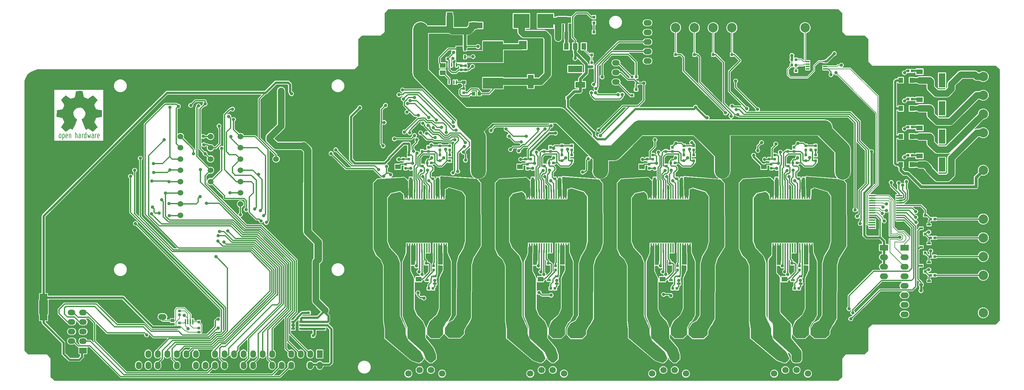
<source format=gbr>
G04 #@! TF.FileFunction,Copper,L1,Top,Signal*
%FSLAX46Y46*%
G04 Gerber Fmt 4.6, Leading zero omitted, Abs format (unit mm)*
G04 Created by KiCad (PCBNEW (2015-02-24 BZR 5451)-product) date Thu 12 Mar 2015 11:25:46 PM EDT*
%MOMM*%
G01*
G04 APERTURE LIST*
%ADD10C,0.100000*%
%ADD11C,0.304800*%
%ADD12C,0.150000*%
%ADD13C,0.002540*%
%ADD14R,0.698500X0.800100*%
%ADD15R,1.498600X1.300480*%
%ADD16R,0.800100X0.698500*%
%ADD17R,0.797560X0.797560*%
%ADD18C,1.700000*%
%ADD19C,2.500000*%
%ADD20R,1.800000X1.800000*%
%ADD21C,1.800000*%
%ADD22R,1.000760X0.599440*%
%ADD23R,3.599180X1.600200*%
%ADD24R,1.600200X3.599180*%
%ADD25R,2.600960X1.600200*%
%ADD26R,1.998980X2.301240*%
%ADD27R,1.000760X1.998980*%
%ADD28R,0.599440X0.800100*%
%ADD29R,1.300480X1.399540*%
%ADD30R,4.239260X3.810000*%
%ADD31O,2.000000X1.500000*%
%ADD32R,2.000000X1.500000*%
%ADD33R,1.000760X0.899160*%
%ADD34R,1.998980X1.998980*%
%ADD35R,5.400000X2.900000*%
%ADD36R,2.199640X1.524000*%
%ADD37O,2.199640X1.524000*%
%ADD38R,1.524000X2.199640*%
%ADD39O,1.524000X2.199640*%
%ADD40O,1.500000X2.000000*%
%ADD41R,1.500000X2.000000*%
%ADD42C,1.524000*%
%ADD43R,1.800860X1.300480*%
%ADD44R,1.800860X3.799840*%
%ADD45R,0.899160X1.000760*%
%ADD46O,1.998980X1.501140*%
%ADD47R,0.408940X1.021080*%
%ADD48R,0.599440X1.000760*%
%ADD49R,1.300480X1.800860*%
%ADD50R,3.799840X1.800860*%
%ADD51R,1.651000X0.406400*%
%ADD52R,1.021080X0.408940*%
%ADD53R,0.419100X1.470660*%
%ADD54R,0.380000X2.500000*%
%ADD55R,18.000000X8.000000*%
%ADD56C,2.000000*%
%ADD57C,0.889000*%
%ADD58C,1.500000*%
%ADD59C,4.000000*%
%ADD60C,0.300000*%
%ADD61C,0.800000*%
%ADD62C,1.800000*%
%ADD63C,0.600000*%
%ADD64C,0.200000*%
%ADD65C,0.500000*%
%ADD66C,2.000000*%
%ADD67C,1.400000*%
%ADD68C,1.200000*%
%ADD69C,0.160000*%
G04 APERTURE END LIST*
D10*
D11*
X26084000Y-125622000D02*
X26084000Y-129178000D01*
X26338000Y-129178000D02*
X26338000Y-125622000D01*
X26592000Y-125622000D02*
X26592000Y-129178000D01*
X26846000Y-129178000D02*
X26846000Y-125622000D01*
X27100000Y-125622000D02*
X27100000Y-129178000D01*
X27354000Y-129178000D02*
X27354000Y-125622000D01*
X27608000Y-125622000D02*
X27608000Y-129178000D01*
X27862000Y-129178000D02*
X27862000Y-125622000D01*
X28116000Y-125622000D02*
X28116000Y-129178000D01*
D12*
X41810000Y-82260000D02*
X41910000Y-82190000D01*
X41630000Y-82260000D02*
X41810000Y-82260000D01*
X41530000Y-82190000D02*
X41630000Y-82260000D01*
X41480000Y-82050000D02*
X41530000Y-82190000D01*
X41480000Y-81470000D02*
X41480000Y-82050000D01*
X41540000Y-81320000D02*
X41480000Y-81470000D01*
X41640000Y-81250000D02*
X41540000Y-81320000D01*
X41810000Y-81250000D02*
X41640000Y-81250000D01*
X41910000Y-81340000D02*
X41810000Y-81250000D01*
X41960000Y-81470000D02*
X41910000Y-81340000D01*
X41960000Y-81740000D02*
X41960000Y-81470000D01*
X41480000Y-81740000D02*
X41960000Y-81740000D01*
X40910000Y-81260000D02*
X40910000Y-82260000D01*
X40960000Y-81400000D02*
X40910000Y-81570000D01*
X41000000Y-81340000D02*
X40960000Y-81400000D01*
X41100000Y-81260000D02*
X41000000Y-81340000D01*
X41210000Y-81260000D02*
X41100000Y-81260000D01*
X38860000Y-81250000D02*
X39050000Y-82260000D01*
X39050000Y-82260000D02*
X39240000Y-81540000D01*
X39240000Y-81540000D02*
X39430000Y-82260000D01*
X39430000Y-82260000D02*
X39630000Y-81250000D01*
X38480000Y-82180000D02*
X38390000Y-82260000D01*
X38390000Y-82260000D02*
X38200000Y-82260000D01*
X38200000Y-82260000D02*
X38130000Y-82210000D01*
X38130000Y-82210000D02*
X38060000Y-82130000D01*
X38060000Y-82130000D02*
X38000000Y-81970000D01*
X38000000Y-81970000D02*
X38000000Y-81550000D01*
X38000000Y-81550000D02*
X38050000Y-81400000D01*
X38050000Y-81400000D02*
X38120000Y-81310000D01*
X38120000Y-81310000D02*
X38200000Y-81260000D01*
X38200000Y-81260000D02*
X38380000Y-81260000D01*
X38380000Y-81260000D02*
X38480000Y-81340000D01*
X38480000Y-80760000D02*
X38480000Y-82260000D01*
X37730000Y-81260000D02*
X37620000Y-81260000D01*
X37620000Y-81260000D02*
X37520000Y-81340000D01*
X37520000Y-81340000D02*
X37480000Y-81400000D01*
X37480000Y-81400000D02*
X37430000Y-81570000D01*
X37430000Y-81260000D02*
X37430000Y-82260000D01*
X40440000Y-81470000D02*
X40440000Y-82260000D01*
X40380000Y-81320000D02*
X40440000Y-81470000D01*
X40290000Y-81250000D02*
X40380000Y-81320000D01*
X40110000Y-81250000D02*
X40290000Y-81250000D01*
X40000000Y-81330000D02*
X40110000Y-81250000D01*
X39960000Y-82030000D02*
X40000000Y-82170000D01*
X39960000Y-81900000D02*
X39960000Y-82030000D01*
X40010000Y-81760000D02*
X39960000Y-81900000D01*
X40110000Y-81680000D02*
X40010000Y-81760000D01*
X40350000Y-81680000D02*
X40110000Y-81680000D01*
X40440000Y-81610000D02*
X40350000Y-81680000D01*
X40340000Y-82260000D02*
X40440000Y-82180000D01*
X40110000Y-82260000D02*
X40340000Y-82260000D01*
X40000000Y-82170000D02*
X40110000Y-82260000D01*
X36520000Y-82170000D02*
X36630000Y-82260000D01*
X36630000Y-82260000D02*
X36860000Y-82260000D01*
X36860000Y-82260000D02*
X36960000Y-82180000D01*
X36960000Y-81610000D02*
X36870000Y-81680000D01*
X36870000Y-81680000D02*
X36630000Y-81680000D01*
X36630000Y-81680000D02*
X36530000Y-81760000D01*
X36530000Y-81760000D02*
X36480000Y-81900000D01*
X36480000Y-81900000D02*
X36480000Y-82030000D01*
X36480000Y-82030000D02*
X36520000Y-82170000D01*
X36520000Y-81330000D02*
X36630000Y-81250000D01*
X36630000Y-81250000D02*
X36810000Y-81250000D01*
X36810000Y-81250000D02*
X36900000Y-81320000D01*
X36900000Y-81320000D02*
X36960000Y-81470000D01*
X36960000Y-81470000D02*
X36960000Y-82260000D01*
X35620000Y-82260000D02*
X35620000Y-80760000D01*
X35680000Y-81320000D02*
X35620000Y-81390000D01*
X35760000Y-81260000D02*
X35680000Y-81320000D01*
X35900000Y-81260000D02*
X35760000Y-81260000D01*
X36000000Y-81330000D02*
X35900000Y-81260000D01*
X36050000Y-81480000D02*
X36000000Y-81330000D01*
X36050000Y-82260000D02*
X36050000Y-81480000D01*
X34390000Y-82260000D02*
X34390000Y-81480000D01*
X34390000Y-81480000D02*
X34340000Y-81330000D01*
X34340000Y-81330000D02*
X34240000Y-81260000D01*
X34240000Y-81260000D02*
X34100000Y-81260000D01*
X34100000Y-81260000D02*
X34020000Y-81320000D01*
X34020000Y-81320000D02*
X33960000Y-81390000D01*
X33960000Y-81260000D02*
X33960000Y-82260000D01*
X33050000Y-81740000D02*
X33530000Y-81740000D01*
X33530000Y-81740000D02*
X33530000Y-81470000D01*
X33530000Y-81470000D02*
X33480000Y-81340000D01*
X33480000Y-81340000D02*
X33380000Y-81250000D01*
X33380000Y-81250000D02*
X33210000Y-81250000D01*
X33210000Y-81250000D02*
X33110000Y-81320000D01*
X33110000Y-81320000D02*
X33050000Y-81470000D01*
X33050000Y-81470000D02*
X33050000Y-82050000D01*
X33050000Y-82050000D02*
X33100000Y-82190000D01*
X33100000Y-82190000D02*
X33200000Y-82260000D01*
X33200000Y-82260000D02*
X33380000Y-82260000D01*
X33380000Y-82260000D02*
X33480000Y-82190000D01*
X32190000Y-81250000D02*
X32190000Y-82760000D01*
X32300000Y-81250000D02*
X32480000Y-81250000D01*
X32300000Y-82250000D02*
X32490000Y-82250000D01*
X32300000Y-81250000D02*
X32220000Y-81310000D01*
X32570000Y-81320000D02*
X32480000Y-81250000D01*
X32620000Y-81390000D02*
X32570000Y-81320000D01*
X32670000Y-81550000D02*
X32620000Y-81390000D01*
X32670000Y-81960000D02*
X32670000Y-81550000D01*
X32620000Y-82100000D02*
X32670000Y-81960000D01*
X32580000Y-82170000D02*
X32620000Y-82100000D01*
X32480000Y-82250000D02*
X32580000Y-82170000D01*
X32200000Y-82180000D02*
X32300000Y-82250000D01*
X31240000Y-81550000D02*
X31240000Y-81960000D01*
X31240000Y-81960000D02*
X31290000Y-82100000D01*
X31290000Y-82100000D02*
X31340000Y-82190000D01*
X31340000Y-82190000D02*
X31440000Y-82260000D01*
X31440000Y-82260000D02*
X31580000Y-82260000D01*
X31580000Y-82260000D02*
X31680000Y-82180000D01*
X31680000Y-82180000D02*
X31720000Y-82110000D01*
X31720000Y-82110000D02*
X31770000Y-81970000D01*
X31770000Y-81970000D02*
X31770000Y-81560000D01*
X31770000Y-81560000D02*
X31720000Y-81400000D01*
X31720000Y-81400000D02*
X31670000Y-81330000D01*
X31670000Y-81330000D02*
X31580000Y-81260000D01*
X31580000Y-81260000D02*
X31430000Y-81260000D01*
X31430000Y-81260000D02*
X31350000Y-81320000D01*
X31350000Y-81320000D02*
X31290000Y-81400000D01*
X31290000Y-81400000D02*
X31240000Y-81550000D01*
D13*
G36*
X32962720Y-80539880D02*
X33026220Y-80506860D01*
X33165920Y-80417960D01*
X33366580Y-80288420D01*
X33602800Y-80128400D01*
X33841560Y-79968380D01*
X34037140Y-79836300D01*
X34174300Y-79749940D01*
X34230180Y-79716920D01*
X34260660Y-79727080D01*
X34374960Y-79782960D01*
X34537520Y-79869320D01*
X34634040Y-79917580D01*
X34783900Y-79983620D01*
X34857560Y-79996320D01*
X34870260Y-79976000D01*
X34926140Y-79859160D01*
X35012500Y-79663580D01*
X35126800Y-79401960D01*
X35256340Y-79099700D01*
X35393500Y-78769500D01*
X35533200Y-78434220D01*
X35665280Y-78116720D01*
X35784660Y-77829700D01*
X35878640Y-77596020D01*
X35939600Y-77433460D01*
X35962460Y-77362340D01*
X35954840Y-77347100D01*
X35881180Y-77275980D01*
X35749100Y-77176920D01*
X35464620Y-76945780D01*
X35185220Y-76595260D01*
X35015040Y-76199020D01*
X34956620Y-75757060D01*
X35004880Y-75348120D01*
X35167440Y-74954420D01*
X35441760Y-74601360D01*
X35774500Y-74337200D01*
X36163120Y-74172100D01*
X36600000Y-74116220D01*
X37019100Y-74164480D01*
X37420420Y-74321960D01*
X37773480Y-74591200D01*
X37923340Y-74763920D01*
X38129080Y-75122060D01*
X38245920Y-75508140D01*
X38258620Y-75604660D01*
X38240840Y-76026300D01*
X38116380Y-76430160D01*
X37895400Y-76790840D01*
X37585520Y-77088020D01*
X37547420Y-77115960D01*
X37402640Y-77222640D01*
X37308660Y-77296300D01*
X37232460Y-77357260D01*
X37768400Y-78650120D01*
X37854760Y-78855860D01*
X38002080Y-79206380D01*
X38131620Y-79511180D01*
X38235760Y-79755020D01*
X38306880Y-79915040D01*
X38337360Y-79981080D01*
X38342440Y-79983620D01*
X38388160Y-79991240D01*
X38487220Y-79955680D01*
X38667560Y-79869320D01*
X38786940Y-79808360D01*
X38924100Y-79742320D01*
X38985060Y-79716920D01*
X39038400Y-79744860D01*
X39170480Y-79831220D01*
X39360980Y-79960760D01*
X39592120Y-80115700D01*
X39813100Y-80265560D01*
X40016300Y-80400180D01*
X40163620Y-80494160D01*
X40234740Y-80532260D01*
X40244900Y-80532260D01*
X40308400Y-80496700D01*
X40425240Y-80400180D01*
X40600500Y-80232540D01*
X40849420Y-79988700D01*
X40887520Y-79950600D01*
X41093260Y-79742320D01*
X41258360Y-79567060D01*
X41370120Y-79442600D01*
X41410760Y-79386720D01*
X41410760Y-79386720D01*
X41372660Y-79315600D01*
X41281220Y-79168280D01*
X41146600Y-78965080D01*
X40984040Y-78723780D01*
X40554780Y-78104020D01*
X40791000Y-77517280D01*
X40862120Y-77336940D01*
X40953560Y-77118500D01*
X41022140Y-76963560D01*
X41057700Y-76894980D01*
X41121200Y-76872120D01*
X41281220Y-76834020D01*
X41514900Y-76785760D01*
X41791760Y-76734960D01*
X42055920Y-76686700D01*
X42294680Y-76640980D01*
X42467400Y-76607960D01*
X42546140Y-76592720D01*
X42563920Y-76580020D01*
X42579160Y-76541920D01*
X42589320Y-76460640D01*
X42594400Y-76315860D01*
X42599480Y-76087260D01*
X42599480Y-75757060D01*
X42599480Y-75721500D01*
X42594400Y-75406540D01*
X42589320Y-75155080D01*
X42581700Y-74989980D01*
X42569000Y-74923940D01*
X42569000Y-74923940D01*
X42495340Y-74906160D01*
X42325160Y-74870600D01*
X42086400Y-74822340D01*
X41801920Y-74769000D01*
X41784140Y-74766460D01*
X41499660Y-74710580D01*
X41263440Y-74662320D01*
X41095800Y-74624220D01*
X41027220Y-74601360D01*
X41011980Y-74581040D01*
X40953560Y-74469280D01*
X40872280Y-74294020D01*
X40778300Y-74080660D01*
X40686860Y-73857140D01*
X40605580Y-73656480D01*
X40552240Y-73506620D01*
X40537000Y-73438040D01*
X40537000Y-73438040D01*
X40580180Y-73369460D01*
X40676700Y-73222140D01*
X40816400Y-73018940D01*
X40981500Y-72777640D01*
X40994200Y-72757320D01*
X41156760Y-72518560D01*
X41288840Y-72315360D01*
X41377740Y-72170580D01*
X41410760Y-72107080D01*
X41410760Y-72102000D01*
X41354880Y-72030880D01*
X41232960Y-71893720D01*
X41057700Y-71710840D01*
X40849420Y-71500020D01*
X40780840Y-71433980D01*
X40549700Y-71205380D01*
X40387140Y-71058060D01*
X40285540Y-70976780D01*
X40237280Y-70959000D01*
X40234740Y-70961540D01*
X40163620Y-71004720D01*
X40011220Y-71103780D01*
X39805480Y-71243480D01*
X39561640Y-71408580D01*
X39546400Y-71418740D01*
X39305100Y-71581300D01*
X39106980Y-71718460D01*
X38964740Y-71812440D01*
X38901240Y-71848000D01*
X38891080Y-71848000D01*
X38794560Y-71820060D01*
X38624380Y-71761640D01*
X38413560Y-71680360D01*
X38192580Y-71591460D01*
X37989380Y-71505100D01*
X37839520Y-71436520D01*
X37768400Y-71395880D01*
X37765860Y-71393340D01*
X37740460Y-71306980D01*
X37699820Y-71126640D01*
X37646480Y-70880260D01*
X37593140Y-70585620D01*
X37582980Y-70539900D01*
X37529640Y-70252880D01*
X37483920Y-70016660D01*
X37448360Y-69854100D01*
X37433120Y-69785520D01*
X37392480Y-69777900D01*
X37252780Y-69767740D01*
X37039420Y-69760120D01*
X36780340Y-69757580D01*
X36508560Y-69760120D01*
X36244400Y-69765200D01*
X36018340Y-69772820D01*
X35855780Y-69785520D01*
X35787200Y-69798220D01*
X35784660Y-69803300D01*
X35761800Y-69892200D01*
X35721160Y-70070000D01*
X35670360Y-70318920D01*
X35614480Y-70613560D01*
X35604320Y-70666900D01*
X35550980Y-70951380D01*
X35502720Y-71185060D01*
X35467160Y-71345080D01*
X35449380Y-71408580D01*
X35423980Y-71421280D01*
X35307140Y-71474620D01*
X35116640Y-71553360D01*
X34877880Y-71649880D01*
X34329240Y-71870860D01*
X33656140Y-71408580D01*
X33595180Y-71367940D01*
X33351340Y-71202840D01*
X33153220Y-71070760D01*
X33013520Y-70981860D01*
X32957640Y-70948840D01*
X32952560Y-70951380D01*
X32883980Y-71009800D01*
X32751900Y-71134260D01*
X32569020Y-71312060D01*
X32358200Y-71522880D01*
X32200720Y-71680360D01*
X32015300Y-71868320D01*
X31898460Y-71995320D01*
X31832420Y-72076600D01*
X31809560Y-72127400D01*
X31817180Y-72160420D01*
X31860360Y-72229000D01*
X31959420Y-72376320D01*
X32096580Y-72582060D01*
X32261680Y-72818280D01*
X32396300Y-73018940D01*
X32543620Y-73245000D01*
X32637600Y-73405020D01*
X32670620Y-73483760D01*
X32663000Y-73516780D01*
X32614740Y-73648860D01*
X32536000Y-73849520D01*
X32434400Y-74085740D01*
X32200720Y-74619140D01*
X31850200Y-74685180D01*
X31639380Y-74725820D01*
X31342200Y-74784240D01*
X31057720Y-74837580D01*
X30615760Y-74923940D01*
X30600520Y-76549540D01*
X30669100Y-76580020D01*
X30735140Y-76597800D01*
X30897700Y-76633360D01*
X31131380Y-76679080D01*
X31408240Y-76732420D01*
X31644460Y-76775600D01*
X31880680Y-76821320D01*
X32050860Y-76854340D01*
X32127060Y-76869580D01*
X32144840Y-76894980D01*
X32205800Y-77011820D01*
X32289620Y-77192160D01*
X32383600Y-77413140D01*
X32477580Y-77639200D01*
X32561400Y-77850020D01*
X32619820Y-78010040D01*
X32642680Y-78093860D01*
X32609660Y-78154820D01*
X32520760Y-78294520D01*
X32388680Y-78492640D01*
X32228660Y-78728860D01*
X32066100Y-78965080D01*
X31931480Y-79165740D01*
X31834960Y-79310520D01*
X31796860Y-79376560D01*
X31817180Y-79422280D01*
X31911160Y-79536580D01*
X32088960Y-79719460D01*
X32353120Y-79981080D01*
X32396300Y-80024260D01*
X32607120Y-80224920D01*
X32784920Y-80390020D01*
X32906840Y-80499240D01*
X32962720Y-80539880D01*
X32962720Y-80539880D01*
G37*
X32962720Y-80539880D02*
X33026220Y-80506860D01*
X33165920Y-80417960D01*
X33366580Y-80288420D01*
X33602800Y-80128400D01*
X33841560Y-79968380D01*
X34037140Y-79836300D01*
X34174300Y-79749940D01*
X34230180Y-79716920D01*
X34260660Y-79727080D01*
X34374960Y-79782960D01*
X34537520Y-79869320D01*
X34634040Y-79917580D01*
X34783900Y-79983620D01*
X34857560Y-79996320D01*
X34870260Y-79976000D01*
X34926140Y-79859160D01*
X35012500Y-79663580D01*
X35126800Y-79401960D01*
X35256340Y-79099700D01*
X35393500Y-78769500D01*
X35533200Y-78434220D01*
X35665280Y-78116720D01*
X35784660Y-77829700D01*
X35878640Y-77596020D01*
X35939600Y-77433460D01*
X35962460Y-77362340D01*
X35954840Y-77347100D01*
X35881180Y-77275980D01*
X35749100Y-77176920D01*
X35464620Y-76945780D01*
X35185220Y-76595260D01*
X35015040Y-76199020D01*
X34956620Y-75757060D01*
X35004880Y-75348120D01*
X35167440Y-74954420D01*
X35441760Y-74601360D01*
X35774500Y-74337200D01*
X36163120Y-74172100D01*
X36600000Y-74116220D01*
X37019100Y-74164480D01*
X37420420Y-74321960D01*
X37773480Y-74591200D01*
X37923340Y-74763920D01*
X38129080Y-75122060D01*
X38245920Y-75508140D01*
X38258620Y-75604660D01*
X38240840Y-76026300D01*
X38116380Y-76430160D01*
X37895400Y-76790840D01*
X37585520Y-77088020D01*
X37547420Y-77115960D01*
X37402640Y-77222640D01*
X37308660Y-77296300D01*
X37232460Y-77357260D01*
X37768400Y-78650120D01*
X37854760Y-78855860D01*
X38002080Y-79206380D01*
X38131620Y-79511180D01*
X38235760Y-79755020D01*
X38306880Y-79915040D01*
X38337360Y-79981080D01*
X38342440Y-79983620D01*
X38388160Y-79991240D01*
X38487220Y-79955680D01*
X38667560Y-79869320D01*
X38786940Y-79808360D01*
X38924100Y-79742320D01*
X38985060Y-79716920D01*
X39038400Y-79744860D01*
X39170480Y-79831220D01*
X39360980Y-79960760D01*
X39592120Y-80115700D01*
X39813100Y-80265560D01*
X40016300Y-80400180D01*
X40163620Y-80494160D01*
X40234740Y-80532260D01*
X40244900Y-80532260D01*
X40308400Y-80496700D01*
X40425240Y-80400180D01*
X40600500Y-80232540D01*
X40849420Y-79988700D01*
X40887520Y-79950600D01*
X41093260Y-79742320D01*
X41258360Y-79567060D01*
X41370120Y-79442600D01*
X41410760Y-79386720D01*
X41410760Y-79386720D01*
X41372660Y-79315600D01*
X41281220Y-79168280D01*
X41146600Y-78965080D01*
X40984040Y-78723780D01*
X40554780Y-78104020D01*
X40791000Y-77517280D01*
X40862120Y-77336940D01*
X40953560Y-77118500D01*
X41022140Y-76963560D01*
X41057700Y-76894980D01*
X41121200Y-76872120D01*
X41281220Y-76834020D01*
X41514900Y-76785760D01*
X41791760Y-76734960D01*
X42055920Y-76686700D01*
X42294680Y-76640980D01*
X42467400Y-76607960D01*
X42546140Y-76592720D01*
X42563920Y-76580020D01*
X42579160Y-76541920D01*
X42589320Y-76460640D01*
X42594400Y-76315860D01*
X42599480Y-76087260D01*
X42599480Y-75757060D01*
X42599480Y-75721500D01*
X42594400Y-75406540D01*
X42589320Y-75155080D01*
X42581700Y-74989980D01*
X42569000Y-74923940D01*
X42569000Y-74923940D01*
X42495340Y-74906160D01*
X42325160Y-74870600D01*
X42086400Y-74822340D01*
X41801920Y-74769000D01*
X41784140Y-74766460D01*
X41499660Y-74710580D01*
X41263440Y-74662320D01*
X41095800Y-74624220D01*
X41027220Y-74601360D01*
X41011980Y-74581040D01*
X40953560Y-74469280D01*
X40872280Y-74294020D01*
X40778300Y-74080660D01*
X40686860Y-73857140D01*
X40605580Y-73656480D01*
X40552240Y-73506620D01*
X40537000Y-73438040D01*
X40537000Y-73438040D01*
X40580180Y-73369460D01*
X40676700Y-73222140D01*
X40816400Y-73018940D01*
X40981500Y-72777640D01*
X40994200Y-72757320D01*
X41156760Y-72518560D01*
X41288840Y-72315360D01*
X41377740Y-72170580D01*
X41410760Y-72107080D01*
X41410760Y-72102000D01*
X41354880Y-72030880D01*
X41232960Y-71893720D01*
X41057700Y-71710840D01*
X40849420Y-71500020D01*
X40780840Y-71433980D01*
X40549700Y-71205380D01*
X40387140Y-71058060D01*
X40285540Y-70976780D01*
X40237280Y-70959000D01*
X40234740Y-70961540D01*
X40163620Y-71004720D01*
X40011220Y-71103780D01*
X39805480Y-71243480D01*
X39561640Y-71408580D01*
X39546400Y-71418740D01*
X39305100Y-71581300D01*
X39106980Y-71718460D01*
X38964740Y-71812440D01*
X38901240Y-71848000D01*
X38891080Y-71848000D01*
X38794560Y-71820060D01*
X38624380Y-71761640D01*
X38413560Y-71680360D01*
X38192580Y-71591460D01*
X37989380Y-71505100D01*
X37839520Y-71436520D01*
X37768400Y-71395880D01*
X37765860Y-71393340D01*
X37740460Y-71306980D01*
X37699820Y-71126640D01*
X37646480Y-70880260D01*
X37593140Y-70585620D01*
X37582980Y-70539900D01*
X37529640Y-70252880D01*
X37483920Y-70016660D01*
X37448360Y-69854100D01*
X37433120Y-69785520D01*
X37392480Y-69777900D01*
X37252780Y-69767740D01*
X37039420Y-69760120D01*
X36780340Y-69757580D01*
X36508560Y-69760120D01*
X36244400Y-69765200D01*
X36018340Y-69772820D01*
X35855780Y-69785520D01*
X35787200Y-69798220D01*
X35784660Y-69803300D01*
X35761800Y-69892200D01*
X35721160Y-70070000D01*
X35670360Y-70318920D01*
X35614480Y-70613560D01*
X35604320Y-70666900D01*
X35550980Y-70951380D01*
X35502720Y-71185060D01*
X35467160Y-71345080D01*
X35449380Y-71408580D01*
X35423980Y-71421280D01*
X35307140Y-71474620D01*
X35116640Y-71553360D01*
X34877880Y-71649880D01*
X34329240Y-71870860D01*
X33656140Y-71408580D01*
X33595180Y-71367940D01*
X33351340Y-71202840D01*
X33153220Y-71070760D01*
X33013520Y-70981860D01*
X32957640Y-70948840D01*
X32952560Y-70951380D01*
X32883980Y-71009800D01*
X32751900Y-71134260D01*
X32569020Y-71312060D01*
X32358200Y-71522880D01*
X32200720Y-71680360D01*
X32015300Y-71868320D01*
X31898460Y-71995320D01*
X31832420Y-72076600D01*
X31809560Y-72127400D01*
X31817180Y-72160420D01*
X31860360Y-72229000D01*
X31959420Y-72376320D01*
X32096580Y-72582060D01*
X32261680Y-72818280D01*
X32396300Y-73018940D01*
X32543620Y-73245000D01*
X32637600Y-73405020D01*
X32670620Y-73483760D01*
X32663000Y-73516780D01*
X32614740Y-73648860D01*
X32536000Y-73849520D01*
X32434400Y-74085740D01*
X32200720Y-74619140D01*
X31850200Y-74685180D01*
X31639380Y-74725820D01*
X31342200Y-74784240D01*
X31057720Y-74837580D01*
X30615760Y-74923940D01*
X30600520Y-76549540D01*
X30669100Y-76580020D01*
X30735140Y-76597800D01*
X30897700Y-76633360D01*
X31131380Y-76679080D01*
X31408240Y-76732420D01*
X31644460Y-76775600D01*
X31880680Y-76821320D01*
X32050860Y-76854340D01*
X32127060Y-76869580D01*
X32144840Y-76894980D01*
X32205800Y-77011820D01*
X32289620Y-77192160D01*
X32383600Y-77413140D01*
X32477580Y-77639200D01*
X32561400Y-77850020D01*
X32619820Y-78010040D01*
X32642680Y-78093860D01*
X32609660Y-78154820D01*
X32520760Y-78294520D01*
X32388680Y-78492640D01*
X32228660Y-78728860D01*
X32066100Y-78965080D01*
X31931480Y-79165740D01*
X31834960Y-79310520D01*
X31796860Y-79376560D01*
X31817180Y-79422280D01*
X31911160Y-79536580D01*
X32088960Y-79719460D01*
X32353120Y-79981080D01*
X32396300Y-80024260D01*
X32607120Y-80224920D01*
X32784920Y-80390020D01*
X32906840Y-80499240D01*
X32962720Y-80539880D01*
D14*
X188600000Y-89251360D03*
X188600000Y-90348640D03*
D15*
X186600000Y-89947500D03*
X186600000Y-91852500D03*
D14*
X189500000Y-86851360D03*
X189500000Y-87948640D03*
X190000000Y-93148640D03*
X190000000Y-92051360D03*
X188000000Y-87948640D03*
X188000000Y-86851360D03*
X195900000Y-93148640D03*
X195900000Y-92051360D03*
X194100000Y-115651360D03*
X194100000Y-116748640D03*
X197200000Y-93148640D03*
X197200000Y-92051360D03*
X198100000Y-115651360D03*
X198100000Y-116748640D03*
D16*
X194351360Y-88900000D03*
X195448640Y-88900000D03*
D14*
X193000000Y-85848640D03*
X193000000Y-84751360D03*
X194700000Y-84751360D03*
X194700000Y-85848640D03*
X200400000Y-84351360D03*
X200400000Y-85448640D03*
D17*
X200400000Y-86850700D03*
X200400000Y-88349300D03*
D14*
X193100000Y-89748640D03*
X193100000Y-88651360D03*
D17*
X197800000Y-86850700D03*
X197800000Y-88349300D03*
D14*
X197800000Y-84351360D03*
X197800000Y-85448640D03*
D18*
X192350000Y-141150000D03*
X195350000Y-141150000D03*
X192350000Y-144150000D03*
X195350000Y-144150000D03*
X189350000Y-145090000D03*
X198350000Y-145090000D03*
D19*
X201350000Y-133400000D03*
X196350000Y-133400000D03*
X186350000Y-133400000D03*
X191350000Y-133400000D03*
D20*
X208000000Y-91100000D03*
D21*
X213000000Y-91100000D03*
D14*
X190500000Y-115751360D03*
X190500000Y-116848640D03*
D22*
X196406640Y-121102500D03*
X194293360Y-120150000D03*
X196406640Y-119197500D03*
D14*
X196100000Y-117448640D03*
X196100000Y-116351360D03*
D16*
X194801360Y-122400000D03*
X195898640Y-122400000D03*
D15*
X192100000Y-119947500D03*
X192100000Y-121852500D03*
D18*
X159850000Y-141150000D03*
X162850000Y-141150000D03*
X159850000Y-144150000D03*
X162850000Y-144150000D03*
X156850000Y-145090000D03*
X165850000Y-145090000D03*
D17*
X167900000Y-86850700D03*
X167900000Y-88349300D03*
D14*
X167900000Y-84351360D03*
X167900000Y-85448640D03*
D20*
X175500000Y-91100000D03*
D21*
X180500000Y-91100000D03*
D14*
X163400000Y-93148640D03*
X163400000Y-92051360D03*
X164700000Y-93148640D03*
X164700000Y-92051360D03*
D17*
X165300000Y-86850700D03*
X165300000Y-88349300D03*
D15*
X159600000Y-119947500D03*
X159600000Y-121852500D03*
D22*
X163906640Y-121102500D03*
X161793360Y-120150000D03*
X163906640Y-119197500D03*
D16*
X162301360Y-122400000D03*
X163398640Y-122400000D03*
D19*
X168850000Y-133400000D03*
X163850000Y-133400000D03*
X153850000Y-133400000D03*
X158850000Y-133400000D03*
D14*
X163600000Y-117448640D03*
X163600000Y-116351360D03*
X158000000Y-115751360D03*
X158000000Y-116848640D03*
X161600000Y-115651360D03*
X161600000Y-116748640D03*
X165600000Y-115651360D03*
X165600000Y-116748640D03*
D15*
X154100000Y-89947500D03*
X154100000Y-91852500D03*
D14*
X160600000Y-89748640D03*
X160600000Y-88651360D03*
D16*
X161851360Y-88900000D03*
X162948640Y-88900000D03*
D14*
X160500000Y-85848640D03*
X160500000Y-84751360D03*
X162200000Y-84751360D03*
X162200000Y-85848640D03*
X165300000Y-84351360D03*
X165300000Y-85448640D03*
X157500000Y-93148640D03*
X157500000Y-92051360D03*
X157000000Y-86851360D03*
X157000000Y-87948640D03*
X155500000Y-87948640D03*
X155500000Y-86851360D03*
X156100000Y-89251360D03*
X156100000Y-90348640D03*
D19*
X136350000Y-133400000D03*
X131350000Y-133400000D03*
X121350000Y-133400000D03*
X126350000Y-133400000D03*
D16*
X129801360Y-122400000D03*
X130898640Y-122400000D03*
D15*
X127100000Y-119947500D03*
X127100000Y-121852500D03*
D18*
X127350000Y-141150000D03*
X130350000Y-141150000D03*
X127350000Y-144150000D03*
X130350000Y-144150000D03*
X124350000Y-145090000D03*
X133350000Y-145090000D03*
D14*
X135400000Y-84351360D03*
X135400000Y-85448640D03*
D17*
X135400000Y-86850700D03*
X135400000Y-88349300D03*
X132800000Y-86850700D03*
X132800000Y-88349300D03*
D20*
X143000000Y-91100000D03*
D21*
X148000000Y-91100000D03*
D14*
X132800000Y-84351360D03*
X132800000Y-85448640D03*
X123600000Y-89251360D03*
X123600000Y-90348640D03*
X129700000Y-84751360D03*
X129700000Y-85848640D03*
X128100000Y-89748640D03*
X128100000Y-88651360D03*
D16*
X129351360Y-88900000D03*
X130448640Y-88900000D03*
D14*
X123000000Y-87948640D03*
X123000000Y-86851360D03*
X128000000Y-85848640D03*
X128000000Y-84751360D03*
X124500000Y-86851360D03*
X124500000Y-87948640D03*
D22*
X131406640Y-121102500D03*
X129293360Y-120150000D03*
X131406640Y-119197500D03*
D14*
X133100000Y-115651360D03*
X133100000Y-116748640D03*
X131100000Y-117448640D03*
X131100000Y-116351360D03*
X129100000Y-115651360D03*
X129100000Y-116748640D03*
X125500000Y-115751360D03*
X125500000Y-116848640D03*
X125000000Y-93148640D03*
X125000000Y-92051360D03*
X132200000Y-93148640D03*
X132200000Y-92051360D03*
D15*
X121600000Y-89947500D03*
X121600000Y-91852500D03*
D14*
X130900000Y-93148640D03*
X130900000Y-92051360D03*
D23*
X142349180Y-52300000D03*
X147850820Y-52300000D03*
D16*
X134848640Y-61200000D03*
X133751360Y-61200000D03*
D14*
X68500000Y-131348640D03*
X68500000Y-130251360D03*
X138400000Y-64148640D03*
X138400000Y-63051360D03*
X139100000Y-70248640D03*
X139100000Y-69151360D03*
D24*
X157000000Y-67250820D03*
X157000000Y-61749180D03*
D25*
X166499140Y-50800000D03*
X170100860Y-50800000D03*
D16*
X185048640Y-69400000D03*
X183951360Y-69400000D03*
X166848640Y-71600000D03*
X165751360Y-71600000D03*
D25*
X170200860Y-68100000D03*
X166599140Y-68100000D03*
D16*
X262148640Y-117900000D03*
X261051360Y-117900000D03*
X262148640Y-112900000D03*
X261051360Y-112900000D03*
X262148640Y-107900000D03*
X261051360Y-107900000D03*
X262148640Y-102900000D03*
X261051360Y-102900000D03*
D14*
X225500000Y-85848640D03*
X225500000Y-84751360D03*
X225600000Y-89748640D03*
X225600000Y-88651360D03*
X226600000Y-115651360D03*
X226600000Y-116748640D03*
D15*
X224600000Y-119947500D03*
X224600000Y-121852500D03*
D14*
X220500000Y-87948640D03*
X220500000Y-86851360D03*
X228400000Y-93148640D03*
X228400000Y-92051360D03*
D15*
X219100000Y-89947500D03*
X219100000Y-91852500D03*
D16*
X227301360Y-122400000D03*
X228398640Y-122400000D03*
D14*
X228600000Y-117448640D03*
X228600000Y-116351360D03*
X230600000Y-115651360D03*
X230600000Y-116748640D03*
X229700000Y-93148640D03*
X229700000Y-92051360D03*
X222500000Y-93148640D03*
X222500000Y-92051360D03*
X223000000Y-115751360D03*
X223000000Y-116848640D03*
D20*
X240100000Y-91400000D03*
D21*
X245100000Y-91400000D03*
D26*
X154890860Y-57500000D03*
X158909140Y-57500000D03*
D27*
X170149120Y-55000000D03*
X166450880Y-55000000D03*
D28*
X185350900Y-67600000D03*
X183649100Y-67600000D03*
D17*
X173800000Y-50100700D03*
X173800000Y-51599300D03*
D29*
X255649660Y-89400000D03*
X258550340Y-89400000D03*
D22*
X261043360Y-119447500D03*
X263156640Y-120400000D03*
X261043360Y-121352500D03*
X261043360Y-114447500D03*
X263156640Y-115400000D03*
X261043360Y-116352500D03*
X261043360Y-109447500D03*
X263156640Y-110400000D03*
X261043360Y-111352500D03*
X261043360Y-104447500D03*
X263156640Y-105400000D03*
X261043360Y-106352500D03*
D29*
X255649660Y-81900000D03*
X258550340Y-81900000D03*
X255649660Y-74400000D03*
X258550340Y-74400000D03*
X255649660Y-66900000D03*
X258550340Y-66900000D03*
D17*
X230300000Y-86850700D03*
X230300000Y-88349300D03*
X232900000Y-86850700D03*
X232900000Y-88349300D03*
D22*
X228906640Y-121102500D03*
X226793360Y-120150000D03*
X228906640Y-119197500D03*
D30*
X154512300Y-51100000D03*
X160887700Y-51100000D03*
D31*
X37620000Y-128820000D03*
X34580000Y-128820000D03*
X34580000Y-131360000D03*
X37620000Y-131360000D03*
D32*
X37620000Y-138980000D03*
D31*
X34580000Y-138980000D03*
X37620000Y-136440000D03*
X34580000Y-136440000D03*
X37620000Y-133900000D03*
X34580000Y-133900000D03*
D18*
X224850000Y-141150000D03*
X227850000Y-141150000D03*
X224850000Y-144150000D03*
X227850000Y-144150000D03*
X221850000Y-145090000D03*
X230850000Y-145090000D03*
D33*
X61500000Y-130951840D03*
X61500000Y-129448160D03*
D34*
X27100000Y-129940000D03*
X27100000Y-124860000D03*
D35*
X146900000Y-57950000D03*
X146900000Y-67650000D03*
D36*
X58800000Y-127430000D03*
D37*
X58800000Y-129970000D03*
D38*
X135370000Y-49900000D03*
D39*
X132830000Y-49900000D03*
D40*
X55010000Y-139880000D03*
X55010000Y-142920000D03*
X52470000Y-142920000D03*
X52470000Y-139880000D03*
X57550000Y-139880000D03*
X57550000Y-142920000D03*
X60090000Y-142920000D03*
X60090000Y-139880000D03*
X62630000Y-139880000D03*
X62630000Y-142920000D03*
X67710000Y-139880000D03*
X67710000Y-142920000D03*
X65170000Y-142920000D03*
X65170000Y-139880000D03*
X70250000Y-139880000D03*
X70250000Y-142920000D03*
X72790000Y-142920000D03*
X72790000Y-139880000D03*
X75330000Y-139880000D03*
X75330000Y-142920000D03*
X77870000Y-142920000D03*
X77870000Y-139880000D03*
X80410000Y-139880000D03*
X80410000Y-142920000D03*
X82950000Y-142920000D03*
X82950000Y-139880000D03*
X85490000Y-139880000D03*
X85490000Y-142920000D03*
X88030000Y-142920000D03*
X88030000Y-139880000D03*
X90570000Y-139880000D03*
X90570000Y-142920000D03*
X93110000Y-142920000D03*
X93110000Y-139880000D03*
D41*
X100730000Y-139880000D03*
D40*
X100730000Y-142920000D03*
X98190000Y-139880000D03*
X98190000Y-142920000D03*
X95650000Y-139880000D03*
X95650000Y-142920000D03*
D36*
X188100000Y-49050000D03*
D37*
X188100000Y-51590000D03*
X188100000Y-54130000D03*
X188100000Y-56670000D03*
X188100000Y-59210000D03*
X188100000Y-61750000D03*
D36*
X251100000Y-111510000D03*
D37*
X251100000Y-114050000D03*
X251100000Y-116590000D03*
X251100000Y-119130000D03*
X251100000Y-121670000D03*
X251100000Y-124210000D03*
X251100000Y-126750000D03*
X251100000Y-129290000D03*
D36*
X256600000Y-111510000D03*
D37*
X256600000Y-114050000D03*
X256600000Y-116590000D03*
X256600000Y-119130000D03*
X256600000Y-121670000D03*
X256600000Y-124210000D03*
X256600000Y-126750000D03*
X256600000Y-129290000D03*
D42*
X63600000Y-81900000D03*
X63600000Y-84900000D03*
X63600000Y-87900000D03*
X63600000Y-90900000D03*
X63600000Y-93900000D03*
X63600000Y-96900000D03*
X63600000Y-99900000D03*
X63600000Y-102900000D03*
X71600000Y-81900000D03*
X71600000Y-84900000D03*
X71600000Y-87900000D03*
X71600000Y-90900000D03*
X71600000Y-93900000D03*
X89100000Y-87900000D03*
X89100000Y-84400000D03*
X89100000Y-91400000D03*
X89100000Y-93900000D03*
X94600000Y-91400000D03*
X79600000Y-81900000D03*
X79600000Y-84900000D03*
X79600000Y-87900000D03*
X79600000Y-90900000D03*
X79600000Y-93900000D03*
X79600000Y-96900000D03*
X79600000Y-99900000D03*
D19*
X277600000Y-103900000D03*
X277600000Y-108900000D03*
X277600000Y-113900000D03*
X277600000Y-118900000D03*
X277600000Y-128900000D03*
X277600000Y-123900000D03*
X277600000Y-65900000D03*
X277600000Y-70900000D03*
X277600000Y-75900000D03*
X277600000Y-80900000D03*
X277600000Y-90900000D03*
X277600000Y-85900000D03*
X233850000Y-133400000D03*
X228850000Y-133400000D03*
X218850000Y-133400000D03*
X223850000Y-133400000D03*
D43*
X260600260Y-87098760D03*
X260600260Y-89400000D03*
X260600260Y-91701240D03*
D44*
X266599740Y-89400000D03*
D43*
X260600260Y-79598760D03*
X260600260Y-81900000D03*
X260600260Y-84201240D03*
D44*
X266599740Y-81900000D03*
D43*
X260600260Y-72098760D03*
X260600260Y-74400000D03*
X260600260Y-76701240D03*
D44*
X266599740Y-74400000D03*
D43*
X260600260Y-64598760D03*
X260600260Y-66900000D03*
X260600260Y-69201240D03*
D44*
X266599740Y-66900000D03*
D14*
X68500000Y-134048640D03*
X68500000Y-132951360D03*
X139600000Y-64148640D03*
X139600000Y-63051360D03*
X63300000Y-129448640D03*
X63300000Y-128351360D03*
X63300000Y-132748640D03*
X63300000Y-131651360D03*
D15*
X133500000Y-62947500D03*
X133500000Y-64852500D03*
D45*
X143251840Y-70500000D03*
X141748160Y-70500000D03*
D33*
X139100000Y-67451840D03*
X139100000Y-65948160D03*
D14*
X173200000Y-60148640D03*
X173200000Y-59051360D03*
D16*
X185048640Y-66000000D03*
X183951360Y-66000000D03*
D46*
X179700000Y-67340000D03*
X179700000Y-64800000D03*
X179700000Y-62260000D03*
D16*
X183951360Y-70900000D03*
X185048640Y-70900000D03*
D14*
X173200000Y-63248640D03*
X173200000Y-62151360D03*
X173800000Y-54051360D03*
X173800000Y-55148640D03*
D16*
X257551360Y-86900000D03*
X258648640Y-86900000D03*
X264648640Y-118900000D03*
X263551360Y-118900000D03*
X264648640Y-113900000D03*
X263551360Y-113900000D03*
X264648640Y-108900000D03*
X263551360Y-108900000D03*
X264648640Y-103900000D03*
X263551360Y-103900000D03*
X257551360Y-79400000D03*
X258648640Y-79400000D03*
X257551360Y-71900000D03*
X258648640Y-71900000D03*
X257551360Y-64400000D03*
X258648640Y-64400000D03*
X97751360Y-128900000D03*
X98848640Y-128900000D03*
X98948640Y-135000000D03*
X97851360Y-135000000D03*
D14*
X230300000Y-84351360D03*
X230300000Y-85448640D03*
X227200000Y-84751360D03*
X227200000Y-85848640D03*
X232900000Y-84351360D03*
X232900000Y-85448640D03*
D16*
X226851360Y-88900000D03*
X227948640Y-88900000D03*
D14*
X222000000Y-86851360D03*
X222000000Y-87948640D03*
X221100000Y-89251360D03*
X221100000Y-90348640D03*
D47*
X135224640Y-67401240D03*
X135874880Y-67401240D03*
X136525120Y-67401240D03*
X137175360Y-67401240D03*
X137175360Y-62798760D03*
X136525120Y-62798760D03*
X135874880Y-62798760D03*
X135224640Y-62798760D03*
D48*
X137547500Y-60656640D03*
X139452500Y-60656640D03*
X138500000Y-60656640D03*
X139452500Y-58543360D03*
X137547500Y-58543360D03*
X138500000Y-58543360D03*
D49*
X171101240Y-57900260D03*
X168800000Y-57900260D03*
X166498760Y-57900260D03*
D50*
X168800000Y-63899740D03*
D51*
X248000820Y-101574880D03*
X248000820Y-102225120D03*
X248000820Y-102875360D03*
X248000820Y-103525600D03*
X255199180Y-99624160D03*
X248000820Y-99624160D03*
X248000820Y-100274400D03*
X248000820Y-100924640D03*
X255199180Y-104175840D03*
X255199180Y-103525600D03*
X255199180Y-102875360D03*
X255199180Y-102225120D03*
X255199180Y-101574880D03*
X255199180Y-100924640D03*
X248000820Y-104175840D03*
X255199180Y-100274400D03*
X255199180Y-98973920D03*
X255199180Y-98326220D03*
X255199180Y-97675980D03*
X248000820Y-97675980D03*
X248000820Y-98326220D03*
X248000820Y-98973920D03*
X248000820Y-104826080D03*
X248000820Y-105473780D03*
X248000820Y-106124020D03*
X255199180Y-106124020D03*
X255199180Y-105473780D03*
X255199180Y-104826080D03*
D22*
X93643360Y-131247500D03*
X93643360Y-133152500D03*
X93643360Y-132200000D03*
X95756640Y-133152500D03*
X95756640Y-131247500D03*
X95756640Y-132200000D03*
D19*
X195600000Y-52900000D03*
X200600000Y-52900000D03*
X205600000Y-52900000D03*
X210600000Y-52900000D03*
X220600000Y-52900000D03*
X215600000Y-52900000D03*
D14*
X195600000Y-60051360D03*
X195600000Y-61148640D03*
X200600000Y-60051360D03*
X200600000Y-61148640D03*
X205600000Y-60051360D03*
X205600000Y-61148640D03*
X210600000Y-60051360D03*
X210600000Y-61148640D03*
D22*
X101756640Y-133152500D03*
X99643360Y-132200000D03*
X101756640Y-131247500D03*
D19*
X235100000Y-52900000D03*
X230100000Y-52900000D03*
D16*
X226551360Y-61400000D03*
X227648640Y-61400000D03*
X226551360Y-62900000D03*
X227648640Y-62900000D03*
X227648640Y-64400000D03*
X226551360Y-64400000D03*
D52*
X230798760Y-61924640D03*
X230798760Y-62574880D03*
X230798760Y-63225120D03*
X230798760Y-63875360D03*
X235401240Y-63875360D03*
X235401240Y-63225120D03*
X235401240Y-62574880D03*
X235401240Y-61924640D03*
D19*
X127600000Y-53400000D03*
X122600000Y-53400000D03*
D53*
X66222580Y-125700920D03*
X65577420Y-125700920D03*
X64924640Y-125700920D03*
X66875360Y-125700920D03*
X64924640Y-131299080D03*
X65577420Y-131299080D03*
X66222580Y-131299080D03*
X66875360Y-131299080D03*
D54*
X123425000Y-111650000D03*
X124075000Y-111650000D03*
X124725000Y-111650000D03*
X125375000Y-111650000D03*
X126025000Y-111650000D03*
X126675000Y-111650000D03*
X127325000Y-111650000D03*
X127975000Y-111650000D03*
X128625000Y-111650000D03*
X129275000Y-111650000D03*
X129925000Y-111650000D03*
X130575000Y-111650000D03*
X131225000Y-111650000D03*
X131875000Y-111650000D03*
X132525000Y-111650000D03*
X133175000Y-111650000D03*
X133825000Y-111650000D03*
X134475000Y-111650000D03*
X134475000Y-97250000D03*
X133825000Y-97250000D03*
X133175000Y-97250000D03*
X132525000Y-97250000D03*
X131875000Y-97250000D03*
X131225000Y-97250000D03*
X130575000Y-97250000D03*
X129925000Y-97250000D03*
X129275000Y-97250000D03*
X128625000Y-97250000D03*
X127975000Y-97250000D03*
X127325000Y-97250000D03*
X126675000Y-97250000D03*
X126025000Y-97250000D03*
X125375000Y-97250000D03*
X124725000Y-97250000D03*
X124075000Y-97250000D03*
X123425000Y-97250000D03*
D55*
X128950000Y-104450000D03*
D56*
X128950000Y-104450000D03*
X128950000Y-102450000D03*
X130950000Y-102450000D03*
X132950000Y-102450000D03*
X134950000Y-102450000D03*
X130950000Y-104450000D03*
X132950000Y-104450000D03*
X134950000Y-104450000D03*
X128950000Y-106450000D03*
X130950000Y-106450000D03*
X132950000Y-106450000D03*
X134950000Y-106450000D03*
X126950000Y-102450000D03*
X124950000Y-102450000D03*
X122950000Y-102450000D03*
X122950000Y-104450000D03*
X122950000Y-106450000D03*
X126950000Y-106450000D03*
X126950000Y-104450000D03*
X124950000Y-104450000D03*
X124950000Y-106450000D03*
D54*
X155975000Y-111600000D03*
X156625000Y-111600000D03*
X157275000Y-111600000D03*
X157925000Y-111600000D03*
X158575000Y-111600000D03*
X159225000Y-111600000D03*
X159875000Y-111600000D03*
X160525000Y-111600000D03*
X161175000Y-111600000D03*
X161825000Y-111600000D03*
X162475000Y-111600000D03*
X163125000Y-111600000D03*
X163775000Y-111600000D03*
X164425000Y-111600000D03*
X165075000Y-111600000D03*
X165725000Y-111600000D03*
X166375000Y-111600000D03*
X167025000Y-111600000D03*
X167025000Y-97200000D03*
X166375000Y-97200000D03*
X165725000Y-97200000D03*
X165075000Y-97200000D03*
X164425000Y-97200000D03*
X163775000Y-97200000D03*
X163125000Y-97200000D03*
X162475000Y-97200000D03*
X161825000Y-97200000D03*
X161175000Y-97200000D03*
X160525000Y-97200000D03*
X159875000Y-97200000D03*
X159225000Y-97200000D03*
X158575000Y-97200000D03*
X157925000Y-97200000D03*
X157275000Y-97200000D03*
X156625000Y-97200000D03*
X155975000Y-97200000D03*
D55*
X161500000Y-104400000D03*
D56*
X161500000Y-104400000D03*
X161500000Y-102400000D03*
X163500000Y-102400000D03*
X165500000Y-102400000D03*
X167500000Y-102400000D03*
X163500000Y-104400000D03*
X165500000Y-104400000D03*
X167500000Y-104400000D03*
X161500000Y-106400000D03*
X163500000Y-106400000D03*
X165500000Y-106400000D03*
X167500000Y-106400000D03*
X159500000Y-102400000D03*
X157500000Y-102400000D03*
X155500000Y-102400000D03*
X155500000Y-104400000D03*
X155500000Y-106400000D03*
X159500000Y-106400000D03*
X159500000Y-104400000D03*
X157500000Y-104400000D03*
X157500000Y-106400000D03*
D54*
X188425000Y-111650000D03*
X189075000Y-111650000D03*
X189725000Y-111650000D03*
X190375000Y-111650000D03*
X191025000Y-111650000D03*
X191675000Y-111650000D03*
X192325000Y-111650000D03*
X192975000Y-111650000D03*
X193625000Y-111650000D03*
X194275000Y-111650000D03*
X194925000Y-111650000D03*
X195575000Y-111650000D03*
X196225000Y-111650000D03*
X196875000Y-111650000D03*
X197525000Y-111650000D03*
X198175000Y-111650000D03*
X198825000Y-111650000D03*
X199475000Y-111650000D03*
X199475000Y-97250000D03*
X198825000Y-97250000D03*
X198175000Y-97250000D03*
X197525000Y-97250000D03*
X196875000Y-97250000D03*
X196225000Y-97250000D03*
X195575000Y-97250000D03*
X194925000Y-97250000D03*
X194275000Y-97250000D03*
X193625000Y-97250000D03*
X192975000Y-97250000D03*
X192325000Y-97250000D03*
X191675000Y-97250000D03*
X191025000Y-97250000D03*
X190375000Y-97250000D03*
X189725000Y-97250000D03*
X189075000Y-97250000D03*
X188425000Y-97250000D03*
D55*
X193950000Y-104450000D03*
D56*
X193950000Y-104450000D03*
X193950000Y-102450000D03*
X195950000Y-102450000D03*
X197950000Y-102450000D03*
X199950000Y-102450000D03*
X195950000Y-104450000D03*
X197950000Y-104450000D03*
X199950000Y-104450000D03*
X193950000Y-106450000D03*
X195950000Y-106450000D03*
X197950000Y-106450000D03*
X199950000Y-106450000D03*
X191950000Y-102450000D03*
X189950000Y-102450000D03*
X187950000Y-102450000D03*
X187950000Y-104450000D03*
X187950000Y-106450000D03*
X191950000Y-106450000D03*
X191950000Y-104450000D03*
X189950000Y-104450000D03*
X189950000Y-106450000D03*
D54*
X220925000Y-111650000D03*
X221575000Y-111650000D03*
X222225000Y-111650000D03*
X222875000Y-111650000D03*
X223525000Y-111650000D03*
X224175000Y-111650000D03*
X224825000Y-111650000D03*
X225475000Y-111650000D03*
X226125000Y-111650000D03*
X226775000Y-111650000D03*
X227425000Y-111650000D03*
X228075000Y-111650000D03*
X228725000Y-111650000D03*
X229375000Y-111650000D03*
X230025000Y-111650000D03*
X230675000Y-111650000D03*
X231325000Y-111650000D03*
X231975000Y-111650000D03*
X231975000Y-97250000D03*
X231325000Y-97250000D03*
X230675000Y-97250000D03*
X230025000Y-97250000D03*
X229375000Y-97250000D03*
X228725000Y-97250000D03*
X228075000Y-97250000D03*
X227425000Y-97250000D03*
X226775000Y-97250000D03*
X226125000Y-97250000D03*
X225475000Y-97250000D03*
X224825000Y-97250000D03*
X224175000Y-97250000D03*
X223525000Y-97250000D03*
X222875000Y-97250000D03*
X222225000Y-97250000D03*
X221575000Y-97250000D03*
X220925000Y-97250000D03*
D55*
X226450000Y-104450000D03*
D56*
X226450000Y-104450000D03*
X226450000Y-102450000D03*
X228450000Y-102450000D03*
X230450000Y-102450000D03*
X232450000Y-102450000D03*
X228450000Y-104450000D03*
X230450000Y-104450000D03*
X232450000Y-104450000D03*
X226450000Y-106450000D03*
X228450000Y-106450000D03*
X230450000Y-106450000D03*
X232450000Y-106450000D03*
X224450000Y-102450000D03*
X222450000Y-102450000D03*
X220450000Y-102450000D03*
X220450000Y-104450000D03*
X220450000Y-106450000D03*
X224450000Y-106450000D03*
X224450000Y-104450000D03*
X222450000Y-104450000D03*
X222450000Y-106450000D03*
D57*
X125700000Y-113500000D03*
X132200000Y-94500000D03*
X132200000Y-95400000D03*
X132200000Y-93600000D03*
X125000000Y-93600000D03*
X125100000Y-94500000D03*
X125100000Y-95400000D03*
X125700000Y-115300000D03*
X125700000Y-114400000D03*
X223200000Y-113500000D03*
X223200000Y-114400000D03*
X223200000Y-115300000D03*
X229700000Y-95400000D03*
X229700000Y-94500000D03*
X229700000Y-93600000D03*
X222600000Y-95400000D03*
X222600000Y-94500000D03*
X222500000Y-93600000D03*
X197200000Y-95400000D03*
X197200000Y-94500000D03*
X197200000Y-93600000D03*
X190000000Y-93600000D03*
X190100000Y-94500000D03*
X190100000Y-95400000D03*
X190700000Y-113500000D03*
X190700000Y-115300000D03*
X190700000Y-114400000D03*
X164700000Y-95400000D03*
X164700000Y-94500000D03*
X164700000Y-93600000D03*
X157500000Y-93600000D03*
X157600000Y-95400000D03*
X157600000Y-94500000D03*
X158200000Y-115300000D03*
X158200000Y-114400000D03*
X158200000Y-113500000D03*
X142900000Y-57900000D03*
X136400000Y-59450000D03*
X141450000Y-63200000D03*
X176000000Y-66000000D03*
X196400000Y-120300000D03*
X197800000Y-115200000D03*
X197800000Y-114300000D03*
X197800000Y-113400000D03*
X163900000Y-120300000D03*
X165300000Y-113400000D03*
X165300000Y-114300000D03*
X165300000Y-115200000D03*
X132800000Y-115200000D03*
X132800000Y-114300000D03*
X132800000Y-113400000D03*
X131400000Y-120300000D03*
X230300000Y-113400000D03*
X230300000Y-114300000D03*
X230300000Y-115200000D03*
X228900000Y-120300000D03*
X94200000Y-94800000D03*
X94200000Y-87900000D03*
X100600000Y-87700000D03*
X100800000Y-90400000D03*
X104000000Y-94400000D03*
X107000000Y-93400000D03*
X108600000Y-107000000D03*
X109100000Y-112400000D03*
X143200000Y-122300000D03*
X143000000Y-118800000D03*
X147200000Y-118000000D03*
X147600000Y-122700000D03*
X137600000Y-142600000D03*
X139400000Y-145400000D03*
X145700000Y-144900000D03*
X151600000Y-144700000D03*
X151400000Y-141200000D03*
X148000000Y-141000000D03*
X170600000Y-142600000D03*
X173300000Y-145300000D03*
X184600000Y-145400000D03*
X179000000Y-141800000D03*
X184800000Y-142100000D03*
X202200000Y-142600000D03*
X207000000Y-145300000D03*
X210600000Y-141100000D03*
X216300000Y-145500000D03*
X216600000Y-141500000D03*
X265900000Y-127700000D03*
X267500000Y-130600000D03*
X263400000Y-129600000D03*
X263500000Y-124400000D03*
X265500000Y-121300000D03*
X246000000Y-109900000D03*
X247600000Y-115200000D03*
X239800000Y-121300000D03*
X239800000Y-118700000D03*
X241200000Y-117300000D03*
X241400000Y-120200000D03*
X241500000Y-122600000D03*
X207700000Y-122300000D03*
X207700000Y-119800000D03*
X207700000Y-117200000D03*
X211200000Y-113100000D03*
X212800000Y-116200000D03*
X212800000Y-119300000D03*
X213200000Y-122600000D03*
X175700000Y-123400000D03*
X175300000Y-120800000D03*
X175300000Y-117300000D03*
X178400000Y-115400000D03*
X179600000Y-117900000D03*
X179800000Y-123100000D03*
X136500000Y-128550000D03*
X136450000Y-124550000D03*
X136550000Y-121100000D03*
X136550000Y-118750000D03*
X136550000Y-116600000D03*
X169000000Y-128400000D03*
X169000000Y-124450000D03*
X169050000Y-121250000D03*
X169000000Y-118700000D03*
X169050000Y-116650000D03*
X233950000Y-128500000D03*
X201500000Y-128550000D03*
X201550000Y-123300000D03*
X201500000Y-120850000D03*
X201500000Y-118700000D03*
X201450000Y-116400000D03*
X234000000Y-123150000D03*
X233950000Y-120950000D03*
X234000000Y-118150000D03*
X234000000Y-115850000D03*
X226459000Y-104454000D03*
X193959000Y-104454000D03*
X179500000Y-96850000D03*
X179500000Y-99050000D03*
X179500000Y-100900000D03*
X179500000Y-102800000D03*
X179450000Y-105400000D03*
X179450000Y-108200000D03*
X179400000Y-111500000D03*
X178419760Y-68744499D03*
X176350000Y-68300000D03*
X168500000Y-66550000D03*
X161459000Y-104454000D03*
X268300000Y-116550000D03*
X268250000Y-111350000D03*
X268250000Y-105800000D03*
X268100000Y-101300000D03*
X264300000Y-101300000D03*
X260850000Y-101350000D03*
D58*
X257494733Y-106776521D03*
D57*
X255350000Y-108750000D03*
X251700000Y-108000000D03*
X248450000Y-107600000D03*
D58*
X128959000Y-104454000D03*
D57*
X89900000Y-135350000D03*
X89950000Y-137850000D03*
X94800000Y-144500000D03*
X96300000Y-135450000D03*
X139900000Y-92050000D03*
X241200000Y-135550000D03*
X241900000Y-132750000D03*
X238100000Y-132600000D03*
X237950000Y-138250000D03*
X240650000Y-138450000D03*
X244500000Y-138400000D03*
X244900000Y-134900000D03*
X244750000Y-129850000D03*
X247100000Y-127250000D03*
X247100000Y-128900000D03*
X249400000Y-128450000D03*
X261850000Y-120300000D03*
X209750000Y-62350000D03*
X204750000Y-62300000D03*
X199950000Y-62200000D03*
X194400000Y-61900000D03*
X165750000Y-64500000D03*
X165700000Y-62750000D03*
X163200000Y-60550000D03*
X163250000Y-64400000D03*
X162700000Y-66850000D03*
X164800000Y-66900000D03*
X135190949Y-59784871D03*
X150900000Y-54800000D03*
X150900000Y-52200000D03*
X159400000Y-60400000D03*
X159300000Y-64300000D03*
X156900000Y-64500000D03*
X141500000Y-65000000D03*
X143100000Y-63100000D03*
X146400000Y-64000000D03*
X149100000Y-64000000D03*
X151500000Y-65400000D03*
X154300000Y-65400000D03*
X154200000Y-63100000D03*
X151500000Y-63100000D03*
X151500000Y-60300000D03*
X154100000Y-60300000D03*
X136300000Y-64000000D03*
X136400000Y-65700000D03*
X229500000Y-64900000D03*
X238200000Y-62500000D03*
X193900000Y-117700000D03*
X190700000Y-117800000D03*
X188100000Y-85100000D03*
X193500000Y-87600000D03*
X193000000Y-83400000D03*
X197800000Y-118100000D03*
X161000000Y-87600000D03*
X161400000Y-117700000D03*
X158200000Y-117800000D03*
X165300000Y-118100000D03*
X123100000Y-85100000D03*
X125700000Y-117800000D03*
X128500000Y-87600000D03*
X128900000Y-117700000D03*
X132800000Y-118100000D03*
X226400000Y-117700000D03*
X225300000Y-123200000D03*
X226000000Y-87600000D03*
X225500000Y-83400000D03*
X223200000Y-117800000D03*
X230300000Y-118100000D03*
X257600000Y-84400000D03*
X255100000Y-86900000D03*
X258100000Y-76900000D03*
X255100000Y-79400000D03*
X258100000Y-69400000D03*
X255100000Y-71400000D03*
X112000000Y-86900000D03*
X111600000Y-91300000D03*
X111100000Y-94700000D03*
X111000000Y-98000000D03*
X110600000Y-103100000D03*
X111200000Y-107100000D03*
X128488786Y-123199304D03*
X160960187Y-123235097D03*
X193561601Y-122862118D03*
X160396789Y-84589081D03*
X143000000Y-67505290D03*
X150190783Y-51544520D03*
X143594270Y-50344520D03*
X139644520Y-52216457D03*
X139644520Y-51419261D03*
X220505914Y-85073751D03*
X128029431Y-84377172D03*
X155430500Y-85302184D03*
X114250000Y-95200000D03*
X114250000Y-97150000D03*
X114250000Y-98950000D03*
X114250000Y-101000000D03*
X114200000Y-102950000D03*
X114200000Y-104800000D03*
X146950000Y-96200000D03*
X146950000Y-98158354D03*
X146950000Y-99795000D03*
X147000000Y-101750000D03*
X147000000Y-103900000D03*
X146950000Y-106050000D03*
X146950000Y-108600000D03*
X146950000Y-113700000D03*
X97400000Y-125400000D03*
X103400000Y-122900000D03*
X106650000Y-128100000D03*
X113650000Y-127450000D03*
X116500000Y-121550000D03*
X113000000Y-117450000D03*
X111200000Y-123950000D03*
X128550000Y-127000000D03*
X161500000Y-126950000D03*
X194250000Y-126950000D03*
X228700000Y-127050000D03*
X207652069Y-126950000D03*
X175077638Y-126950000D03*
X142682322Y-127000000D03*
X244900000Y-87400000D03*
X244600000Y-93550000D03*
X241150000Y-78350000D03*
X245050000Y-75350000D03*
X242600000Y-71450000D03*
X238800000Y-67900000D03*
X234450000Y-70400000D03*
X224400000Y-69550000D03*
X227250000Y-73800000D03*
X238550000Y-71300000D03*
X223500000Y-64000000D03*
X224450000Y-60350000D03*
X219100000Y-59350000D03*
X214550000Y-59550000D03*
X214650000Y-64300000D03*
X218800000Y-66900000D03*
X191950000Y-64100000D03*
X191950000Y-67550000D03*
X175750000Y-54200000D03*
X175150000Y-58250000D03*
X213400000Y-135100000D03*
X207600000Y-135100000D03*
X213311108Y-126950000D03*
X179850000Y-135450000D03*
X175050000Y-135450000D03*
X179880624Y-126950000D03*
X147500000Y-135700000D03*
X142150000Y-135650000D03*
X147419060Y-127000000D03*
X190500000Y-89000000D03*
X195700000Y-83700000D03*
X195600000Y-87600000D03*
X163100000Y-87600000D03*
X158000000Y-89000000D03*
X125500000Y-89000000D03*
X130600000Y-87600000D03*
X228100000Y-87600000D03*
X223000000Y-89000000D03*
X228200000Y-83700000D03*
X93200000Y-70500000D03*
X168800000Y-61100000D03*
X226600000Y-60300000D03*
X237900000Y-59800000D03*
X261000000Y-123000000D03*
X216400000Y-86900000D03*
X200900000Y-74100000D03*
X199900000Y-83500000D03*
X173800000Y-80900000D03*
X111400000Y-74200000D03*
X204000000Y-76894580D03*
X163569392Y-80991763D03*
X163078531Y-85080816D03*
X130500893Y-84174687D03*
X247794520Y-85903064D03*
D58*
X164300000Y-55600000D03*
X90400000Y-69700000D03*
D57*
X225486947Y-118663933D03*
X217500000Y-85600000D03*
X218500000Y-83500000D03*
X117624915Y-84405480D03*
X192986947Y-118663933D03*
X160486947Y-118663933D03*
X127986947Y-118663933D03*
X187100000Y-67700000D03*
X153794956Y-85750021D03*
X118261526Y-73616946D03*
X175493192Y-81655480D03*
X175101069Y-80194530D03*
X160753418Y-79894520D03*
X211600000Y-67100000D03*
X69650000Y-81850000D03*
X117900000Y-78155480D03*
X217439164Y-74655480D03*
X198800000Y-87600000D03*
X166300000Y-87600000D03*
X137500000Y-91200000D03*
X133800000Y-87600000D03*
X139260738Y-84532958D03*
X231300000Y-87500000D03*
X136763225Y-82789041D03*
X127610979Y-80933470D03*
X73100000Y-113900000D03*
X81100000Y-101400000D03*
X74555470Y-85033475D03*
X134300000Y-85300000D03*
X60500000Y-93900000D03*
X50300000Y-92500000D03*
X56000000Y-93800000D03*
X118507823Y-89860483D03*
X186800000Y-88000000D03*
X191524380Y-116399878D03*
X154300000Y-88000000D03*
X159024380Y-116399878D03*
X121800000Y-88000000D03*
X126524380Y-116399878D03*
X219300000Y-88000000D03*
X224024380Y-116399878D03*
X59300000Y-82800000D03*
X73900000Y-79100000D03*
X222300000Y-83900000D03*
X126600000Y-82800000D03*
X125706747Y-85806747D03*
X190100000Y-82800000D03*
X162400000Y-79000000D03*
X146400000Y-80300000D03*
X131500000Y-82200000D03*
X129200000Y-81100000D03*
X103750000Y-86450000D03*
X69850000Y-84100000D03*
X119600000Y-92100000D03*
X117771187Y-92458309D03*
X259692037Y-104807963D03*
X263100000Y-117400000D03*
X259600000Y-103400000D03*
X263600000Y-112400000D03*
X259600000Y-101900000D03*
X263100000Y-107400000D03*
X166800000Y-85300000D03*
X123300000Y-80700000D03*
X59600000Y-97000000D03*
X151181107Y-81804729D03*
X154424853Y-83331488D03*
X134455803Y-80794520D03*
X199300000Y-85300000D03*
X124700000Y-80900000D03*
X68800000Y-97900000D03*
X58600000Y-98800000D03*
X60500000Y-99800000D03*
X133153977Y-79422834D03*
X60600000Y-103000000D03*
X231631070Y-85468930D03*
X51600000Y-105100000D03*
X56100000Y-100700000D03*
X57900000Y-102300000D03*
X194439019Y-90894394D03*
X226939019Y-90894394D03*
X129439019Y-90894394D03*
X161939019Y-90894394D03*
X139563160Y-83486780D03*
X129654111Y-78948045D03*
X129828833Y-76859014D03*
X73600000Y-109800000D03*
X86500000Y-104800000D03*
X54600000Y-134800000D03*
X124105270Y-73118351D03*
X77739019Y-77351579D03*
X193200000Y-92600000D03*
X160700000Y-92600000D03*
X128200000Y-92600000D03*
X139600000Y-88205480D03*
X138994520Y-86081004D03*
X225794540Y-92600000D03*
X131800000Y-77500000D03*
X130960214Y-79553611D03*
X83400000Y-101200000D03*
X73961810Y-107261810D03*
X73700000Y-130600000D03*
X124829601Y-72304407D03*
X76500000Y-76550000D03*
X136235354Y-91605480D03*
X194800000Y-93700000D03*
X227300000Y-93700000D03*
X170800000Y-91400000D03*
X172300000Y-87800000D03*
X129800000Y-93700000D03*
X162300000Y-93700000D03*
X127032858Y-76280368D03*
X125951413Y-71498347D03*
X128208526Y-78367830D03*
X85800000Y-103000000D03*
X73676101Y-108312675D03*
X73644662Y-132927021D03*
X77050000Y-81950000D03*
X123967408Y-75377572D03*
X173741243Y-67990154D03*
X174357608Y-69105128D03*
X237000000Y-65400000D03*
X70178377Y-73205470D03*
X68900000Y-90700000D03*
X70178377Y-86478377D03*
X174249469Y-70205330D03*
X180294587Y-70705340D03*
X66350000Y-73600000D03*
X238300000Y-64900000D03*
X239800000Y-62900000D03*
X68400000Y-73705480D03*
X181383600Y-70705340D03*
X173158327Y-70205330D03*
X192805472Y-91000000D03*
X76800000Y-96900000D03*
X242300000Y-130500000D03*
X191000000Y-86100000D03*
X137100000Y-80200000D03*
X60800000Y-74100000D03*
X52900000Y-87700000D03*
X56400000Y-89100000D03*
X122986083Y-71890297D03*
X120615849Y-82539721D03*
X223500000Y-86100000D03*
X60800000Y-90800000D03*
X51400000Y-90900000D03*
X56500000Y-91500000D03*
X125992091Y-81650912D03*
X65663069Y-133107783D03*
X64600000Y-129600000D03*
X158500000Y-86100000D03*
X151600000Y-85400000D03*
X158900000Y-79900000D03*
X122800000Y-69500000D03*
X136323582Y-78094590D03*
X63046926Y-73844520D03*
X160305472Y-91000000D03*
X155800000Y-81800000D03*
X150400000Y-79900000D03*
X77488190Y-74594520D03*
X136363309Y-79182877D03*
X75200000Y-110000000D03*
X85100000Y-104400000D03*
X121832955Y-70776935D03*
X116444029Y-90703731D03*
X127805472Y-91000000D03*
X84900000Y-101600000D03*
X76186113Y-107050021D03*
X105000000Y-85450000D03*
X84450000Y-92000000D03*
X242800000Y-128900000D03*
X225305472Y-91000000D03*
X79600000Y-102700000D03*
X55901333Y-102510973D03*
X67100000Y-86500000D03*
X126694520Y-86326877D03*
X70491916Y-99722737D03*
X251800000Y-99900000D03*
X250900000Y-100700000D03*
X251800000Y-101600000D03*
X250700000Y-102400000D03*
X251200000Y-104400000D03*
X256600000Y-64900000D03*
X253074098Y-94155480D03*
X256600000Y-72400000D03*
X255068205Y-94302060D03*
X256600000Y-79900000D03*
X256100000Y-94900000D03*
X256600000Y-87400000D03*
X257100000Y-93900000D03*
X136200000Y-61100000D03*
X141600000Y-60600000D03*
X241800000Y-127800000D03*
X127165657Y-117948791D03*
X126900000Y-123600000D03*
X128500000Y-125000000D03*
X244800000Y-105100000D03*
X125000000Y-90400000D03*
X208900000Y-75600000D03*
X210650000Y-73800000D03*
X157500000Y-90400000D03*
X159665657Y-117948791D03*
X159200000Y-123500000D03*
X162400000Y-124200000D03*
X210400000Y-76500000D03*
X244000000Y-103200000D03*
X211750000Y-74744520D03*
X192165657Y-117948791D03*
X190000000Y-90400000D03*
X192400000Y-124000000D03*
X194300000Y-124300000D03*
X212155460Y-76044540D03*
X243400000Y-101450000D03*
X222500000Y-90400000D03*
X224665657Y-117948791D03*
X214590587Y-74466965D03*
D59*
X235300000Y-79500000D02*
X235300000Y-80500000D01*
X235300000Y-80500000D02*
X240100000Y-85300000D01*
X201800000Y-79539081D02*
X201800000Y-80100000D01*
X201800000Y-80100000D02*
X208000000Y-86300000D01*
X147700000Y-76255499D02*
X145844501Y-76255499D01*
X145844501Y-76255499D02*
X141550000Y-80550000D01*
X141344501Y-76255499D02*
X139630639Y-76255499D01*
X139630639Y-76255499D02*
X139300000Y-76586138D01*
D60*
X132200000Y-94500000D02*
X132200000Y-93600000D01*
X132534000Y-96654000D02*
X132534000Y-95734000D01*
X132534000Y-95734000D02*
X132200000Y-95400000D01*
X125100000Y-93700000D02*
X125000000Y-93600000D01*
X125100000Y-94500000D02*
X125100000Y-93700000D01*
X125384000Y-96654000D02*
X125384000Y-95684000D01*
X125384000Y-95684000D02*
X125100000Y-95400000D01*
X125700000Y-114400000D02*
X125700000Y-115300000D01*
X126034000Y-112254000D02*
X126034000Y-113166000D01*
X126034000Y-113166000D02*
X125700000Y-113500000D01*
X223534000Y-113166000D02*
X223200000Y-113500000D01*
X223534000Y-112254000D02*
X223534000Y-113166000D01*
X223200000Y-114400000D02*
X223200000Y-115300000D01*
X230034000Y-95734000D02*
X229700000Y-95400000D01*
X230034000Y-96654000D02*
X230034000Y-95734000D01*
X229700000Y-94500000D02*
X229700000Y-93600000D01*
X222884000Y-95684000D02*
X222600000Y-95400000D01*
X222884000Y-96654000D02*
X222884000Y-95684000D01*
X222600000Y-93700000D02*
X222500000Y-93600000D01*
X222600000Y-94500000D02*
X222600000Y-93700000D01*
X190100000Y-93700000D02*
X190000000Y-93600000D01*
X197534000Y-96654000D02*
X197534000Y-95734000D01*
X190700000Y-114400000D02*
X190700000Y-115300000D01*
X191034000Y-113166000D02*
X190700000Y-113500000D01*
X191034000Y-112254000D02*
X191034000Y-113166000D01*
X197534000Y-95734000D02*
X197200000Y-95400000D01*
X197200000Y-94500000D02*
X197200000Y-93600000D01*
X190384000Y-96654000D02*
X190384000Y-95684000D01*
X190100000Y-94500000D02*
X190100000Y-93700000D01*
X190384000Y-95684000D02*
X190100000Y-95400000D01*
X157884000Y-95684000D02*
X157600000Y-95400000D01*
X157884000Y-96654000D02*
X157884000Y-95684000D01*
X157600000Y-94500000D02*
X157600000Y-93700000D01*
X157600000Y-93700000D02*
X157500000Y-93600000D01*
X165034000Y-95734000D02*
X164700000Y-95400000D01*
X165034000Y-96654000D02*
X165034000Y-95734000D01*
X164700000Y-94500000D02*
X164700000Y-93600000D01*
X158534000Y-112254000D02*
X158534000Y-113166000D01*
X158534000Y-113166000D02*
X158200000Y-113500000D01*
X158200000Y-114400000D02*
X158200000Y-115300000D01*
D61*
X275650000Y-95300000D02*
X275650000Y-92850000D01*
X275650000Y-92850000D02*
X277600000Y-90900000D01*
X261050000Y-95300000D02*
X275650000Y-95300000D01*
X257500000Y-91750000D02*
X261050000Y-95300000D01*
X256499890Y-91750000D02*
X257500000Y-91750000D01*
X255649660Y-89400000D02*
X255649660Y-90899770D01*
X255649660Y-90899770D02*
X256499890Y-91750000D01*
D60*
X142900000Y-57900000D02*
X140095860Y-57900000D01*
X140095860Y-57900000D02*
X139452500Y-58543360D01*
X136500000Y-59599440D02*
X136500000Y-59550000D01*
X136500000Y-59550000D02*
X136400000Y-59450000D01*
X134848640Y-61200000D02*
X134899440Y-61200000D01*
X134899440Y-61200000D02*
X136500000Y-59599440D01*
X138400000Y-64148640D02*
X139600000Y-64148640D01*
X141450000Y-63200000D02*
X140501360Y-64148640D01*
X140501360Y-64148640D02*
X139600000Y-64148640D01*
X178500000Y-60000000D02*
X176000000Y-62500000D01*
X176000000Y-62500000D02*
X176000000Y-66000000D01*
X179000000Y-60000000D02*
X178500000Y-60000000D01*
X183000000Y-60000000D02*
X179000000Y-60000000D01*
X185048640Y-62048640D02*
X183000000Y-60000000D01*
X185048640Y-66000000D02*
X185048640Y-62048640D01*
D59*
X205900000Y-79500000D02*
X235300000Y-79500000D01*
X240100000Y-85300000D02*
X240100000Y-91400000D01*
X205900000Y-79500000D02*
X208000000Y-81600000D01*
X208000000Y-81600000D02*
X208000000Y-86300000D01*
X208000000Y-86300000D02*
X208000000Y-91100000D01*
X139300000Y-78300000D02*
X141550000Y-80550000D01*
X141550000Y-80550000D02*
X143000000Y-82000000D01*
X143000000Y-82000000D02*
X143000000Y-91100000D01*
D62*
X127600000Y-53400000D02*
X135620452Y-53400000D01*
X135370000Y-49900000D02*
X135370000Y-53149548D01*
X135370000Y-53149548D02*
X135620452Y-53400000D01*
D60*
X135224640Y-63609300D02*
X135224640Y-62798760D01*
X135224640Y-64100502D02*
X135224640Y-63609300D01*
X137050700Y-64848690D02*
X135972828Y-64848690D01*
X137750750Y-64148640D02*
X137050700Y-64848690D01*
X138400000Y-64148640D02*
X137750750Y-64148640D01*
X135972828Y-64848690D02*
X135224640Y-64100502D01*
D61*
X139452500Y-58543360D02*
X139452500Y-54197190D01*
X139452500Y-54197190D02*
X141349690Y-52300000D01*
D60*
X135224640Y-62798760D02*
X135224640Y-61576000D01*
X135224640Y-61576000D02*
X134848640Y-61200000D01*
X196406640Y-121102500D02*
X196406640Y-121892000D01*
X196400000Y-120300000D02*
X196400000Y-121095860D01*
X196406640Y-121892000D02*
X195898640Y-122400000D01*
X196400000Y-121095860D02*
X196406640Y-121102500D01*
X198184000Y-113016000D02*
X197800000Y-113400000D01*
X198184000Y-112254000D02*
X198184000Y-113016000D01*
X197800000Y-114300000D02*
X197800000Y-115200000D01*
X163900000Y-121095860D02*
X163906640Y-121102500D01*
X163900000Y-120300000D02*
X163900000Y-121095860D01*
X163906640Y-121102500D02*
X163906640Y-121892000D01*
X163906640Y-121892000D02*
X163398640Y-122400000D01*
X165300000Y-114300000D02*
X165300000Y-115200000D01*
X165684000Y-113016000D02*
X165300000Y-113400000D01*
X165684000Y-112254000D02*
X165684000Y-113016000D01*
X133184000Y-112254000D02*
X133184000Y-113016000D01*
X133184000Y-113016000D02*
X132800000Y-113400000D01*
X131406640Y-121892000D02*
X130898640Y-122400000D01*
X131406640Y-121102500D02*
X131406640Y-121892000D01*
X132800000Y-114300000D02*
X132800000Y-115200000D01*
X131400000Y-120300000D02*
X131400000Y-121095860D01*
X131400000Y-121095860D02*
X131406640Y-121102500D01*
X228906640Y-121892000D02*
X228398640Y-122400000D01*
X228906640Y-121102500D02*
X228906640Y-121892000D01*
X230684000Y-113016000D02*
X230300000Y-113400000D01*
X230684000Y-112254000D02*
X230684000Y-113016000D01*
X230300000Y-114300000D02*
X230300000Y-115200000D01*
X228900000Y-121095860D02*
X228906640Y-121102500D01*
X228900000Y-120300000D02*
X228900000Y-121095860D01*
D63*
X254399420Y-74400000D02*
X255649660Y-74400000D01*
X254100000Y-74100580D02*
X254399420Y-74400000D01*
X254100000Y-67199420D02*
X254100000Y-74100580D01*
X254399420Y-66900000D02*
X254100000Y-67199420D01*
X255649660Y-66900000D02*
X254399420Y-66900000D01*
X254100000Y-81600580D02*
X254100000Y-74100580D01*
X254399420Y-81900000D02*
X254100000Y-81600580D01*
X255649660Y-81900000D02*
X254399420Y-81900000D01*
X254100000Y-89100580D02*
X254100000Y-81600580D01*
X254399420Y-89400000D02*
X254100000Y-89100580D01*
X255649660Y-89400000D02*
X254399420Y-89400000D01*
D59*
X175500000Y-91100000D02*
X175644501Y-90955499D01*
X175644501Y-86344501D02*
X175500000Y-86200000D01*
X175644501Y-90955499D02*
X175644501Y-86344501D01*
X127600000Y-64886138D02*
X139300000Y-76586138D01*
X127600000Y-53400000D02*
X127600000Y-64886138D01*
X139300000Y-76586138D02*
X139300000Y-78300000D01*
D62*
X141349690Y-52300000D02*
X142349180Y-52300000D01*
X141349690Y-52761811D02*
X141349690Y-52300000D01*
X140350543Y-53760958D02*
X141349690Y-52761811D01*
X135981410Y-53760958D02*
X140350543Y-53760958D01*
X135620452Y-53400000D02*
X135981410Y-53760958D01*
D59*
X185860919Y-79539081D02*
X201800000Y-79539081D01*
X201800000Y-79539081D02*
X205860919Y-79539081D01*
X179200000Y-86200000D02*
X185860919Y-79539081D01*
X175500000Y-86200000D02*
X179200000Y-86200000D01*
X205860919Y-79539081D02*
X205900000Y-79500000D01*
X141344501Y-76255499D02*
X139300000Y-78300000D01*
X175500000Y-86200000D02*
X174664452Y-86200000D01*
X164719951Y-76255499D02*
X147700000Y-76255499D01*
X147700000Y-76255499D02*
X141344501Y-76255499D01*
X174664452Y-86200000D02*
X164719951Y-76255499D01*
D60*
X94200000Y-87900000D02*
X94200000Y-94800000D01*
X104000000Y-94400000D02*
X100800000Y-91200000D01*
X100800000Y-91200000D02*
X100800000Y-90400000D01*
X108600000Y-107000000D02*
X108600000Y-95000000D01*
X108600000Y-95000000D02*
X107000000Y-93400000D01*
X113000000Y-117450000D02*
X113000000Y-116300000D01*
X113000000Y-116300000D02*
X109100000Y-112400000D01*
X147200000Y-118000000D02*
X146400000Y-118800000D01*
X146400000Y-118800000D02*
X143000000Y-118800000D01*
X147419060Y-127000000D02*
X147419060Y-122880940D01*
X147419060Y-122880940D02*
X147600000Y-122700000D01*
X145700000Y-144900000D02*
X145200000Y-145400000D01*
X145200000Y-145400000D02*
X139400000Y-145400000D01*
X151400000Y-141200000D02*
X151400000Y-144500000D01*
X151400000Y-144500000D02*
X151600000Y-144700000D01*
X147500000Y-135700000D02*
X147500000Y-140500000D01*
X147500000Y-140500000D02*
X148000000Y-141000000D01*
X184600000Y-145400000D02*
X173400000Y-145400000D01*
X173400000Y-145400000D02*
X173300000Y-145300000D01*
X184800000Y-142100000D02*
X179300000Y-142100000D01*
X179300000Y-142100000D02*
X179000000Y-141800000D01*
X207000000Y-145300000D02*
X204900000Y-145300000D01*
X204900000Y-145300000D02*
X202200000Y-142600000D01*
X216300000Y-145500000D02*
X211900000Y-141100000D01*
X211900000Y-141100000D02*
X210600000Y-141100000D01*
X213400000Y-135100000D02*
X213400000Y-138300000D01*
X213400000Y-138300000D02*
X216600000Y-141500000D01*
X263400000Y-129600000D02*
X264400000Y-130600000D01*
X264400000Y-130600000D02*
X267500000Y-130600000D01*
X265500000Y-121300000D02*
X263500000Y-123300000D01*
X263500000Y-123300000D02*
X263500000Y-124400000D01*
X241200000Y-117300000D02*
X245500000Y-117300000D01*
X245500000Y-117300000D02*
X247600000Y-115200000D01*
X241200000Y-117300000D02*
X239800000Y-118700000D01*
X241500000Y-122600000D02*
X241500000Y-120300000D01*
X241500000Y-120300000D02*
X241400000Y-120200000D01*
X207700000Y-119800000D02*
X207700000Y-122300000D01*
X211200000Y-113100000D02*
X207700000Y-116600000D01*
X207700000Y-116600000D02*
X207700000Y-117200000D01*
X212800000Y-119300000D02*
X212800000Y-116200000D01*
X213311108Y-126950000D02*
X213311108Y-122711108D01*
X213311108Y-122711108D02*
X213200000Y-122600000D01*
X175300000Y-117300000D02*
X175300000Y-120800000D01*
X179600000Y-117900000D02*
X179600000Y-116600000D01*
X179600000Y-116600000D02*
X178400000Y-115400000D01*
X179880624Y-126950000D02*
X179880624Y-123180624D01*
X179880624Y-123180624D02*
X179800000Y-123100000D01*
D64*
X136450000Y-124550000D02*
X136450000Y-128500000D01*
X136450000Y-128500000D02*
X136500000Y-128550000D01*
X136550000Y-118750000D02*
X136550000Y-121100000D01*
X134950000Y-106450000D02*
X136600000Y-108100000D01*
X136600000Y-108100000D02*
X136600000Y-116550000D01*
X136600000Y-116550000D02*
X136550000Y-116600000D01*
X169000000Y-124450000D02*
X169000000Y-128400000D01*
X169000000Y-118700000D02*
X169000000Y-121200000D01*
X169000000Y-121200000D02*
X169050000Y-121250000D01*
X167500000Y-106400000D02*
X169100000Y-108000000D01*
X169100000Y-108000000D02*
X169100000Y-116600000D01*
X169100000Y-116600000D02*
X169050000Y-116650000D01*
X234000000Y-123150000D02*
X234000000Y-128450000D01*
X234000000Y-128450000D02*
X233950000Y-128500000D01*
X201550000Y-123300000D02*
X201550000Y-128500000D01*
X201550000Y-128500000D02*
X201500000Y-128550000D01*
X201500000Y-118700000D02*
X201500000Y-120850000D01*
X199950000Y-106450000D02*
X201450000Y-107950000D01*
X201450000Y-107950000D02*
X201450000Y-116400000D01*
X234000000Y-123150000D02*
X234000000Y-126544530D01*
X234000000Y-126544530D02*
X233950000Y-126594530D01*
X234000000Y-118150000D02*
X234000000Y-120900000D01*
X234000000Y-120900000D02*
X233950000Y-120950000D01*
X232450000Y-106450000D02*
X233950000Y-107950000D01*
X233950000Y-107950000D02*
X233950000Y-115800000D01*
X233950000Y-115800000D02*
X234000000Y-115850000D01*
D60*
X228084000Y-106079000D02*
X226459000Y-104454000D01*
X228084000Y-112254000D02*
X228084000Y-106079000D01*
X220934000Y-109979000D02*
X226459000Y-104454000D01*
X220934000Y-112254000D02*
X220934000Y-109979000D01*
X226134000Y-104129000D02*
X226459000Y-104454000D01*
X226134000Y-96654000D02*
X226134000Y-104129000D01*
X231984000Y-98204000D02*
X232000000Y-98220000D01*
X231984000Y-96654000D02*
X231984000Y-98204000D01*
X232000000Y-98913000D02*
X226459000Y-104454000D01*
X232000000Y-98220000D02*
X232000000Y-98913000D01*
X188434000Y-109979000D02*
X193959000Y-104454000D01*
X193634000Y-104129000D02*
X193959000Y-104454000D01*
X199500000Y-98220000D02*
X199500000Y-98913000D01*
X195584000Y-106079000D02*
X193959000Y-104454000D01*
X199484000Y-96654000D02*
X199484000Y-98204000D01*
X195584000Y-112254000D02*
X195584000Y-106079000D01*
X199500000Y-98913000D02*
X193959000Y-104454000D01*
X193634000Y-96654000D02*
X193634000Y-104129000D01*
X188434000Y-112254000D02*
X188434000Y-109979000D01*
X199484000Y-98204000D02*
X199500000Y-98220000D01*
X179500000Y-96850000D02*
X179500000Y-99050000D01*
X179500000Y-100900000D02*
X179500000Y-102800000D01*
X177750000Y-66550000D02*
X177750000Y-68074739D01*
X177750000Y-68074739D02*
X178419760Y-68744499D01*
X178250000Y-66050000D02*
X177750000Y-66550000D01*
X181499380Y-66050000D02*
X178250000Y-66050000D01*
X183649100Y-67600000D02*
X183049380Y-67600000D01*
X183049380Y-67600000D02*
X181499380Y-66050000D01*
X176794499Y-68744499D02*
X178419760Y-68744499D01*
X178694499Y-68744499D02*
X178419760Y-68744499D01*
X176350000Y-68300000D02*
X176794499Y-68744499D01*
X166599140Y-68100000D02*
X166950000Y-68100000D01*
X166950000Y-68100000D02*
X168500000Y-66550000D01*
X264300000Y-101300000D02*
X268100000Y-101300000D01*
X252450000Y-108750000D02*
X255350000Y-108750000D01*
X255199180Y-104826080D02*
X255821480Y-104826080D01*
X255821480Y-104826080D02*
X257494733Y-106499333D01*
X257494733Y-106499333D02*
X257494733Y-106776521D01*
X251700000Y-108000000D02*
X252450000Y-108750000D01*
X249650000Y-104166318D02*
X249650000Y-106400000D01*
X249650000Y-106400000D02*
X248450000Y-107600000D01*
X248000820Y-103525600D02*
X249009282Y-103525600D01*
X249009282Y-103525600D02*
X249650000Y-104166318D01*
X123484000Y-109979000D02*
X129009000Y-104454000D01*
X130634000Y-106079000D02*
X129009000Y-104454000D01*
X134550000Y-98913000D02*
X129009000Y-104454000D01*
X128684000Y-104129000D02*
X129009000Y-104454000D01*
X128684000Y-96654000D02*
X128684000Y-104129000D01*
X90570000Y-140130000D02*
X90570000Y-138470000D01*
X90570000Y-138470000D02*
X89950000Y-137850000D01*
X97851360Y-135000000D02*
X96750000Y-135000000D01*
X96750000Y-135000000D02*
X96300000Y-135450000D01*
X135750000Y-92400000D02*
X139550000Y-92400000D01*
X139550000Y-92400000D02*
X139900000Y-92050000D01*
X135200000Y-91850000D02*
X135750000Y-92400000D01*
X135200000Y-91050000D02*
X135200000Y-91850000D01*
X136148781Y-90101219D02*
X135200000Y-91050000D01*
X136148781Y-89028081D02*
X136148781Y-90101219D01*
X238100000Y-132600000D02*
X241750000Y-132600000D01*
X241750000Y-132600000D02*
X241900000Y-132750000D01*
X240650000Y-138450000D02*
X238150000Y-138450000D01*
X238150000Y-138450000D02*
X237950000Y-138250000D01*
X244900000Y-134900000D02*
X244900000Y-138000000D01*
X244900000Y-138000000D02*
X244500000Y-138400000D01*
X247100000Y-127250000D02*
X244750000Y-129600000D01*
X244750000Y-129600000D02*
X244750000Y-129850000D01*
X249400000Y-128450000D02*
X247550000Y-128450000D01*
X247550000Y-128450000D02*
X247100000Y-128900000D01*
X261043360Y-119447500D02*
X261043360Y-119493360D01*
X261043360Y-119493360D02*
X261850000Y-120300000D01*
X209900000Y-62300000D02*
X209800000Y-62300000D01*
X209800000Y-62300000D02*
X209750000Y-62350000D01*
X210148690Y-62300000D02*
X209900000Y-62300000D01*
X210600000Y-61148640D02*
X210600000Y-61848690D01*
X210600000Y-61848690D02*
X210148690Y-62300000D01*
X205148690Y-62300000D02*
X204750000Y-62300000D01*
X205600000Y-61148640D02*
X205600000Y-61848690D01*
X205600000Y-61848690D02*
X205148690Y-62300000D01*
X200600000Y-61148640D02*
X200600000Y-61550000D01*
X200600000Y-61550000D02*
X199950000Y-62200000D01*
X195600000Y-61148640D02*
X195151360Y-61148640D01*
X195151360Y-61148640D02*
X194400000Y-61900000D01*
X163200000Y-60550000D02*
X165400000Y-62750000D01*
X165400000Y-62750000D02*
X165700000Y-62750000D01*
X162700000Y-66850000D02*
X163250000Y-66300000D01*
X163250000Y-66300000D02*
X163250000Y-64400000D01*
X166599140Y-68100000D02*
X166000000Y-68100000D01*
X166000000Y-68100000D02*
X164800000Y-66900000D01*
X134562332Y-59784871D02*
X135190949Y-59784871D01*
X134517239Y-59784871D02*
X134562332Y-59784871D01*
X133751360Y-60550750D02*
X134517239Y-59784871D01*
X133751360Y-61200000D02*
X133751360Y-60550750D01*
D61*
X146950000Y-96200000D02*
X146950000Y-92150000D01*
X146950000Y-92150000D02*
X148000000Y-91100000D01*
X110050000Y-87300000D02*
X110450000Y-86900000D01*
X110450000Y-86900000D02*
X112000000Y-86900000D01*
X110050000Y-87750000D02*
X110050000Y-87300000D01*
X110400000Y-88100000D02*
X110050000Y-87750000D01*
X117700000Y-88100000D02*
X110400000Y-88100000D01*
X118320237Y-87479763D02*
X117700000Y-88100000D01*
X118320237Y-85450000D02*
X118320237Y-87479763D01*
X119700000Y-85450000D02*
X118320237Y-85450000D01*
X119850000Y-85600000D02*
X119700000Y-85450000D01*
X119850000Y-83250000D02*
X119850000Y-85600000D01*
X119466719Y-82866719D02*
X119850000Y-83250000D01*
X117828856Y-82866719D02*
X119466719Y-82866719D01*
D60*
X122600000Y-77900000D02*
X122417358Y-78082642D01*
D61*
X122417358Y-78082642D02*
X117828856Y-82671144D01*
X114250000Y-95200000D02*
X111600000Y-95200000D01*
X111600000Y-95200000D02*
X111100000Y-94700000D01*
X114250000Y-98950000D02*
X111950000Y-98950000D01*
X111950000Y-98950000D02*
X111000000Y-98000000D01*
X114200000Y-102950000D02*
X110750000Y-102950000D01*
X110750000Y-102950000D02*
X110600000Y-103100000D01*
X111200000Y-107100000D02*
X111900000Y-107100000D01*
X111900000Y-107100000D02*
X114200000Y-104800000D01*
D60*
X150900000Y-52200000D02*
X150900000Y-54800000D01*
X156900000Y-64500000D02*
X159100000Y-64500000D01*
X159100000Y-64500000D02*
X159300000Y-64300000D01*
X146400000Y-64000000D02*
X144000000Y-64000000D01*
X144000000Y-64000000D02*
X143100000Y-63100000D01*
X151500000Y-65400000D02*
X150500000Y-65400000D01*
X150500000Y-65400000D02*
X149100000Y-64000000D01*
X154200000Y-63100000D02*
X154200000Y-65300000D01*
X154200000Y-65300000D02*
X154300000Y-65400000D01*
X151500000Y-60300000D02*
X151500000Y-63100000D01*
X157000000Y-61749180D02*
X155549180Y-61749180D01*
X155549180Y-61749180D02*
X154100000Y-60300000D01*
D62*
X157000000Y-61749180D02*
X157000000Y-59409140D01*
X157000000Y-59409140D02*
X158909140Y-57500000D01*
D64*
X136525120Y-63774880D02*
X136300000Y-64000000D01*
X136525120Y-62798760D02*
X136525120Y-63774880D01*
X139100000Y-65948160D02*
X136648160Y-65948160D01*
X136648160Y-65948160D02*
X136400000Y-65700000D01*
X135874880Y-67401240D02*
X135874880Y-66225120D01*
X135874880Y-66225120D02*
X136400000Y-65700000D01*
X170149120Y-55000000D02*
X170849500Y-55000000D01*
X170849500Y-55000000D02*
X173200000Y-57350500D01*
X173200000Y-57350500D02*
X173200000Y-58451310D01*
X173200000Y-58451310D02*
X173200000Y-59051360D01*
D61*
X170100860Y-50800000D02*
X170100860Y-54951740D01*
X170100860Y-54951740D02*
X170149120Y-55000000D01*
X165751360Y-71600000D02*
X165751360Y-68947780D01*
X165751360Y-68947780D02*
X166599140Y-68100000D01*
D64*
X226551360Y-65051360D02*
X227100000Y-65600000D01*
X227100000Y-65600000D02*
X228800000Y-65600000D01*
X228800000Y-65600000D02*
X229500000Y-64900000D01*
X226551360Y-64400000D02*
X226551360Y-65051360D01*
X238125120Y-62574880D02*
X235401240Y-62574880D01*
X238200000Y-62500000D02*
X238125120Y-62574880D01*
X58800000Y-127430000D02*
X59431040Y-127430000D01*
X59431040Y-127430000D02*
X61449200Y-129448160D01*
X61449200Y-129448160D02*
X61500000Y-129448160D01*
X61500000Y-129448160D02*
X61500000Y-128296360D01*
X61500000Y-128296360D02*
X64095440Y-125700920D01*
X64095440Y-125700920D02*
X64515090Y-125700920D01*
X64515090Y-125700920D02*
X64924640Y-125700920D01*
X65577420Y-125700920D02*
X64924640Y-125700920D01*
X66222580Y-125700920D02*
X65577420Y-125700920D01*
X66875360Y-125700920D02*
X66222580Y-125700920D01*
X68500000Y-130251360D02*
X68500000Y-126916010D01*
X68500000Y-126916010D02*
X67284910Y-125700920D01*
X67284910Y-125700920D02*
X66875360Y-125700920D01*
D60*
X222500000Y-92051360D02*
X219298860Y-92051360D01*
X219298860Y-92051360D02*
X219100000Y-91852500D01*
X194100000Y-117500000D02*
X193900000Y-117700000D01*
X194100000Y-116748640D02*
X194100000Y-117500000D01*
X197800000Y-117048640D02*
X198100000Y-116748640D01*
X197800000Y-118100000D02*
X197800000Y-117048640D01*
X190500000Y-117600000D02*
X190700000Y-117800000D01*
X190500000Y-116848640D02*
X190500000Y-117600000D01*
X193100000Y-88000000D02*
X193500000Y-87600000D01*
X193100000Y-88651360D02*
X193100000Y-88000000D01*
X187649300Y-91852500D02*
X188101800Y-91400000D01*
X188753160Y-92051360D02*
X190000000Y-92051360D01*
X188101800Y-91400000D02*
X188753160Y-92051360D01*
X188100000Y-85100000D02*
X188100000Y-86751360D01*
X184600000Y-88400000D02*
X186148640Y-86851360D01*
X188100000Y-86751360D02*
X188000000Y-86851360D01*
X186148640Y-86851360D02*
X188000000Y-86851360D01*
X185550700Y-91852500D02*
X184600000Y-90901800D01*
X186600000Y-91852500D02*
X185550700Y-91852500D01*
X186600000Y-91852500D02*
X187649300Y-91852500D01*
X184600000Y-90901800D02*
X184600000Y-88400000D01*
X201200000Y-89200000D02*
X201200000Y-83600000D01*
X201200000Y-83600000D02*
X200300000Y-82700000D01*
X193000000Y-83400000D02*
X193000000Y-84751360D01*
X193700000Y-82700000D02*
X193000000Y-83400000D01*
X200300000Y-82700000D02*
X193700000Y-82700000D01*
X200000000Y-90400000D02*
X201200000Y-89200000D01*
X197200000Y-91351310D02*
X198151310Y-90400000D01*
X198151310Y-90400000D02*
X200000000Y-90400000D01*
X195900000Y-92051360D02*
X197200000Y-92051360D01*
X197200000Y-92051360D02*
X197200000Y-91351310D01*
X166984000Y-96654000D02*
X166984000Y-98204000D01*
X166984000Y-98204000D02*
X167000000Y-98220000D01*
X167000000Y-98220000D02*
X167000000Y-98913000D01*
X163084000Y-106079000D02*
X161459000Y-104454000D01*
X167000000Y-98913000D02*
X161459000Y-104454000D01*
X161134000Y-104129000D02*
X161459000Y-104454000D01*
X161134000Y-96654000D02*
X161134000Y-104129000D01*
X155934000Y-109979000D02*
X161459000Y-104454000D01*
X163084000Y-112254000D02*
X163084000Y-106079000D01*
X163400000Y-92051360D02*
X164700000Y-92051360D01*
X155934000Y-112254000D02*
X155934000Y-109979000D01*
X156253160Y-92051360D02*
X157500000Y-92051360D01*
X161600000Y-117500000D02*
X161400000Y-117700000D01*
X161600000Y-116748640D02*
X161600000Y-117500000D01*
X158000000Y-117600000D02*
X158200000Y-117800000D01*
X158000000Y-116848640D02*
X158000000Y-117600000D01*
X165300000Y-118100000D02*
X165300000Y-117048640D01*
X165300000Y-117048640D02*
X165600000Y-116748640D01*
X160600000Y-88651360D02*
X160600000Y-88000000D01*
X160600000Y-88000000D02*
X161000000Y-87600000D01*
X155601800Y-91400000D02*
X156253160Y-92051360D01*
X155149300Y-91852500D02*
X155601800Y-91400000D01*
X153648640Y-86851360D02*
X155500000Y-86851360D01*
X154100000Y-91852500D02*
X155149300Y-91852500D01*
X153050700Y-91852500D02*
X152100000Y-90901800D01*
X154100000Y-91852500D02*
X153050700Y-91852500D01*
X152100000Y-90901800D02*
X152100000Y-88400000D01*
X152100000Y-88400000D02*
X153648640Y-86851360D01*
X119600000Y-88400000D02*
X121148640Y-86851360D01*
X121148640Y-86851360D02*
X123000000Y-86851360D01*
X119600000Y-90901800D02*
X119600000Y-88400000D01*
X121600000Y-91852500D02*
X120550700Y-91852500D01*
X120550700Y-91852500D02*
X119600000Y-90901800D01*
X123101800Y-91400000D02*
X123753160Y-92051360D01*
X123753160Y-92051360D02*
X125000000Y-92051360D01*
X121600000Y-91852500D02*
X122649300Y-91852500D01*
X122649300Y-91852500D02*
X123101800Y-91400000D01*
X128100000Y-88000000D02*
X128500000Y-87600000D01*
X128100000Y-88651360D02*
X128100000Y-88000000D01*
X130900000Y-92051360D02*
X132200000Y-92051360D01*
X128634000Y-96654000D02*
X128634000Y-104129000D01*
X128634000Y-104129000D02*
X128959000Y-104454000D01*
X134500000Y-98913000D02*
X128959000Y-104454000D01*
X130584000Y-106079000D02*
X128959000Y-104454000D01*
X134500000Y-98220000D02*
X134500000Y-98913000D01*
X130584000Y-112254000D02*
X130584000Y-106079000D01*
X123434000Y-112254000D02*
X123434000Y-109979000D01*
X123434000Y-109979000D02*
X128959000Y-104454000D01*
X132800000Y-117048640D02*
X133100000Y-116748640D01*
X132800000Y-118100000D02*
X132800000Y-117048640D01*
X123100000Y-85100000D02*
X123100000Y-86751360D01*
X123100000Y-86751360D02*
X123000000Y-86851360D01*
X134484000Y-98204000D02*
X134500000Y-98220000D01*
X134484000Y-96654000D02*
X134484000Y-98204000D01*
X125500000Y-116848640D02*
X125500000Y-117600000D01*
X125500000Y-117600000D02*
X125700000Y-117800000D01*
X129100000Y-116748640D02*
X129100000Y-117500000D01*
X129100000Y-117500000D02*
X128900000Y-117700000D01*
X226600000Y-117500000D02*
X226400000Y-117700000D01*
X226600000Y-116748640D02*
X226600000Y-117500000D01*
X224600000Y-122500000D02*
X225300000Y-123200000D01*
X224600000Y-121852500D02*
X224600000Y-122500000D01*
X225600000Y-88000000D02*
X226000000Y-87600000D01*
X225600000Y-88651360D02*
X225600000Y-88000000D01*
X225500000Y-83400000D02*
X225500000Y-84751360D01*
X228400000Y-92051360D02*
X229700000Y-92051360D01*
X229700000Y-91351310D02*
X230651310Y-90400000D01*
X229700000Y-92051360D02*
X229700000Y-91351310D01*
X230651310Y-90400000D02*
X232500000Y-90400000D01*
X232500000Y-90400000D02*
X233700000Y-89200000D01*
X233700000Y-89200000D02*
X233700000Y-83600000D01*
X233700000Y-83600000D02*
X232800000Y-82700000D01*
X226200000Y-82700000D02*
X225500000Y-83400000D01*
X232800000Y-82700000D02*
X226200000Y-82700000D01*
X223000000Y-117600000D02*
X223200000Y-117800000D01*
X223000000Y-116848640D02*
X223000000Y-117600000D01*
X230300000Y-117048640D02*
X230600000Y-116748640D01*
X230300000Y-118100000D02*
X230300000Y-117048640D01*
D65*
X257798760Y-84201240D02*
X257600000Y-84400000D01*
X260600260Y-84201240D02*
X257798760Y-84201240D01*
X258298760Y-76701240D02*
X258100000Y-76900000D01*
X260600260Y-76701240D02*
X258298760Y-76701240D01*
X258298760Y-69201240D02*
X258100000Y-69400000D01*
X260600260Y-69201240D02*
X258298760Y-69201240D01*
D60*
X261043360Y-102908000D02*
X261051360Y-102900000D01*
X261043360Y-104447500D02*
X261043360Y-102908000D01*
X261043360Y-107908000D02*
X261051360Y-107900000D01*
X261043360Y-109447500D02*
X261043360Y-107908000D01*
X261893741Y-105897601D02*
X261043360Y-105047220D01*
X261893741Y-106932221D02*
X261893741Y-105897601D01*
X261823741Y-107002221D02*
X261893741Y-106932221D01*
X261299889Y-107002221D02*
X261823741Y-107002221D01*
X261043360Y-105047220D02*
X261043360Y-104447500D01*
X261051360Y-107250750D02*
X261299889Y-107002221D01*
X261051360Y-107900000D02*
X261051360Y-107250750D01*
X261043360Y-110047220D02*
X261043360Y-109447500D01*
X261893741Y-110897601D02*
X261043360Y-110047220D01*
X261893741Y-111932221D02*
X261893741Y-110897601D01*
X261823741Y-112002221D02*
X261893741Y-111932221D01*
X261299889Y-112002221D02*
X261823741Y-112002221D01*
X261051360Y-112250750D02*
X261299889Y-112002221D01*
X261051360Y-112900000D02*
X261051360Y-112250750D01*
X261043360Y-112908000D02*
X261051360Y-112900000D01*
X261043360Y-114447500D02*
X261043360Y-112908000D01*
X261043360Y-117908000D02*
X261051360Y-117900000D01*
X261043360Y-119447500D02*
X261043360Y-117908000D01*
X261043360Y-115047220D02*
X261043360Y-114447500D01*
X261893741Y-115897601D02*
X261043360Y-115047220D01*
X261893741Y-116932221D02*
X261893741Y-115897601D01*
X261823741Y-117002221D02*
X261893741Y-116932221D01*
X261299889Y-117002221D02*
X261823741Y-117002221D01*
X261051360Y-117250750D02*
X261299889Y-117002221D01*
X261051360Y-117900000D02*
X261051360Y-117250750D01*
X111100000Y-91800000D02*
X111100000Y-94700000D01*
X111600000Y-91300000D02*
X111100000Y-91800000D01*
X111000000Y-102700000D02*
X110600000Y-103100000D01*
X111000000Y-98000000D02*
X111000000Y-102700000D01*
X111200000Y-107100000D02*
X111300000Y-107200000D01*
X127100000Y-121852500D02*
X127199060Y-121852500D01*
X127199060Y-121852500D02*
X128488786Y-123142226D01*
X128488786Y-123142226D02*
X128488786Y-123199304D01*
X159600000Y-121852500D02*
X159699060Y-121852500D01*
X160960187Y-123113627D02*
X160960187Y-123235097D01*
X159699060Y-121852500D02*
X160960187Y-123113627D01*
X192199060Y-121852500D02*
X193208678Y-122862118D01*
X192100000Y-121852500D02*
X192199060Y-121852500D01*
X193208678Y-122862118D02*
X193561601Y-122862118D01*
X160500000Y-84751360D02*
X160424812Y-84751360D01*
X164700000Y-92051360D02*
X165848640Y-92051360D01*
X160424812Y-84751360D02*
X160396789Y-84723337D01*
X165848640Y-92051360D02*
X168700000Y-89200000D01*
X168700000Y-89200000D02*
X168700000Y-83600000D01*
X162285870Y-82700000D02*
X160841288Y-84144582D01*
X168700000Y-83600000D02*
X167800000Y-82700000D01*
X167800000Y-82700000D02*
X162285870Y-82700000D01*
X160841288Y-84144582D02*
X160396789Y-84589081D01*
X160396789Y-84723337D02*
X160396789Y-84589081D01*
X183951360Y-70049250D02*
X183951360Y-69400000D01*
X184102859Y-70200749D02*
X183951360Y-70049250D01*
X184998639Y-70200749D02*
X184102859Y-70200749D01*
X185048640Y-70250750D02*
X184998639Y-70200749D01*
X185048640Y-70900000D02*
X185048640Y-70250750D01*
X142555501Y-67060791D02*
X143000000Y-67505290D01*
X141500000Y-65000000D02*
X141500000Y-66005290D01*
X141500000Y-66005290D02*
X142555501Y-67060791D01*
X147850820Y-52300000D02*
X149950410Y-52300000D01*
X149950410Y-52300000D02*
X150190783Y-52059627D01*
X150190783Y-52059627D02*
X150190783Y-51544520D01*
X147850820Y-52300000D02*
X145549750Y-52300000D01*
X145549750Y-52300000D02*
X144038769Y-50789019D01*
X144038769Y-50789019D02*
X143594270Y-50344520D01*
X139644520Y-51419261D02*
X139644520Y-52216457D01*
X215605499Y-86518639D02*
X216018639Y-86105499D01*
X219100000Y-91852500D02*
X219000940Y-91852500D01*
X219000940Y-91852500D02*
X215605499Y-88457059D01*
X215605499Y-88457059D02*
X215605499Y-86518639D01*
X216018639Y-86105499D02*
X216781361Y-86105499D01*
X216781361Y-86105499D02*
X217527222Y-86851360D01*
X217527222Y-86851360D02*
X219850750Y-86851360D01*
X219850750Y-86851360D02*
X220500000Y-86851360D01*
X220500000Y-86851360D02*
X220500000Y-85079665D01*
X220500000Y-85079665D02*
X220505914Y-85073751D01*
X128000000Y-84751360D02*
X128029431Y-84721929D01*
X128029431Y-84721929D02*
X128029431Y-84377172D01*
X155500000Y-86851360D02*
X155500000Y-85371684D01*
X155500000Y-85371684D02*
X155430500Y-85302184D01*
X133125502Y-92051360D02*
X136148781Y-89028081D01*
X132183021Y-83589061D02*
X132088471Y-83494511D01*
X132200000Y-92051360D02*
X133125502Y-92051360D01*
X130911529Y-83494511D02*
X130617038Y-83200020D01*
X136148781Y-89028081D02*
X136148781Y-83841681D01*
X135896161Y-83589061D02*
X132183021Y-83589061D01*
X136148781Y-83841681D02*
X135896161Y-83589061D01*
X132088471Y-83494511D02*
X130911529Y-83494511D01*
X130617038Y-83200020D02*
X129206583Y-83200020D01*
X128473930Y-83932673D02*
X128029431Y-84377172D01*
X129206583Y-83200020D02*
X128473930Y-83932673D01*
D66*
X120188454Y-75488454D02*
X122600000Y-77900000D01*
X120188454Y-55811546D02*
X120188454Y-75488454D01*
X122600000Y-53400000D02*
X120188454Y-55811546D01*
D60*
X173200000Y-56448690D02*
X173200000Y-57350500D01*
X173800000Y-55848690D02*
X173200000Y-56448690D01*
X173800000Y-55148640D02*
X173800000Y-55848690D01*
X114250000Y-95200000D02*
X114250000Y-97150000D01*
X114250000Y-98950000D02*
X114250000Y-101000000D01*
X114200000Y-102950000D02*
X114200000Y-104800000D01*
X146950000Y-96200000D02*
X146950000Y-98158354D01*
X146950000Y-98158354D02*
X146950000Y-99795000D01*
X146950000Y-101700000D02*
X147000000Y-101750000D01*
X146950000Y-99795000D02*
X146950000Y-101700000D01*
X147000000Y-103900000D02*
X147000000Y-106000000D01*
X147000000Y-106000000D02*
X146950000Y-106050000D01*
X146950000Y-108600000D02*
X146950000Y-113700000D01*
D64*
X98848640Y-126848640D02*
X97400000Y-125400000D01*
X98848640Y-128900000D02*
X98848640Y-126848640D01*
X103400000Y-124850000D02*
X106650000Y-128100000D01*
X103400000Y-122900000D02*
X103400000Y-124850000D01*
X113650000Y-124400000D02*
X116500000Y-121550000D01*
X113650000Y-127450000D02*
X113650000Y-124400000D01*
X113000000Y-122150000D02*
X111200000Y-123950000D01*
X113000000Y-117450000D02*
X113000000Y-122150000D01*
D60*
X244900000Y-93250000D02*
X244600000Y-93550000D01*
X244900000Y-87400000D02*
X244900000Y-93250000D01*
X242600000Y-72900000D02*
X242600000Y-71450000D01*
X245050000Y-75350000D02*
X242600000Y-72900000D01*
X236950000Y-67900000D02*
X234450000Y-70400000D01*
X238800000Y-67900000D02*
X236950000Y-67900000D01*
X224400000Y-70950000D02*
X227250000Y-73800000D01*
X224400000Y-69550000D02*
X224400000Y-70950000D01*
X224400000Y-64900000D02*
X223500000Y-64000000D01*
X224400000Y-69550000D02*
X224400000Y-64900000D01*
X220100000Y-60350000D02*
X219100000Y-59350000D01*
X224450000Y-60350000D02*
X220100000Y-60350000D01*
X214550000Y-64200000D02*
X214650000Y-64300000D01*
X214550000Y-59550000D02*
X214550000Y-64200000D01*
X216200000Y-64300000D02*
X218800000Y-66900000D01*
X214650000Y-64300000D02*
X216200000Y-64300000D01*
X191950000Y-64100000D02*
X191950000Y-67550000D01*
X174801360Y-55148640D02*
X175750000Y-54200000D01*
X173800000Y-55148640D02*
X174801360Y-55148640D01*
X132830000Y-49900000D02*
X124900000Y-49900000D01*
X124900000Y-51100000D02*
X122600000Y-53400000D01*
X124900000Y-49900000D02*
X124900000Y-51100000D01*
X213311108Y-135011108D02*
X213400000Y-135100000D01*
X213311108Y-126950000D02*
X213311108Y-135011108D01*
X179880624Y-135419376D02*
X179850000Y-135450000D01*
X179880624Y-126950000D02*
X179880624Y-135419376D01*
X147419060Y-135619060D02*
X147500000Y-135700000D01*
X147419060Y-127000000D02*
X147419060Y-135619060D01*
X250150010Y-108749990D02*
X250100000Y-108800000D01*
X249126320Y-102875360D02*
X250150010Y-103899050D01*
X248000820Y-102875360D02*
X249126320Y-102875360D01*
X250150010Y-103899050D02*
X250150010Y-108749990D01*
X84600000Y-82322370D02*
X84600000Y-71900000D01*
X84600000Y-71900000D02*
X86300000Y-70200000D01*
X89100000Y-86822370D02*
X84600000Y-82322370D01*
X89100000Y-87900000D02*
X89100000Y-86822370D01*
D63*
X124555499Y-85795811D02*
X124500000Y-85851310D01*
X123022806Y-83800000D02*
X124500000Y-83800000D01*
X119220247Y-87852559D02*
X119220247Y-87602559D01*
X118072796Y-89000010D02*
X119220247Y-87852559D01*
X124555499Y-83855499D02*
X124555499Y-85795811D01*
X110027204Y-89000010D02*
X118072796Y-89000010D01*
X124500000Y-85851310D02*
X124500000Y-86851360D01*
X109049991Y-76550009D02*
X109049991Y-88022797D01*
X119220247Y-87602559D02*
X123022806Y-83800000D01*
X111400000Y-74200000D02*
X109049991Y-76550009D01*
X124500000Y-83800000D02*
X124555499Y-83855499D01*
X109049991Y-88022797D02*
X110027204Y-89000010D01*
D61*
X166848640Y-71600000D02*
X166899440Y-71600000D01*
X166899440Y-71600000D02*
X168599440Y-69900000D01*
X168599440Y-69900000D02*
X170000960Y-69900000D01*
X170000960Y-69900000D02*
X170200860Y-69700100D01*
X170200860Y-69700100D02*
X170200860Y-68100000D01*
X171800000Y-62600690D02*
X171800000Y-63458347D01*
X171800000Y-63458347D02*
X171800000Y-64900760D01*
X172009707Y-63248640D02*
X171800000Y-63458347D01*
X173200000Y-63248640D02*
X172009707Y-63248640D01*
X171800000Y-64900760D02*
X170200860Y-66499900D01*
X170200860Y-66499900D02*
X170200860Y-68100000D01*
X168800000Y-57900260D02*
X168800000Y-59600690D01*
X168800000Y-59600690D02*
X171800000Y-62600690D01*
D64*
X235401240Y-61924640D02*
X233675360Y-61924640D01*
X225500000Y-63951360D02*
X226551360Y-62900000D01*
X225500000Y-65400000D02*
X225500000Y-63951360D01*
X226200000Y-66100000D02*
X225500000Y-65400000D01*
X230800000Y-66100000D02*
X226200000Y-66100000D01*
X232500000Y-64400000D02*
X230800000Y-66100000D01*
X232500000Y-63100000D02*
X232500000Y-64400000D01*
X233675360Y-61924640D02*
X232500000Y-63100000D01*
X226551360Y-62900000D02*
X226551360Y-61400000D01*
X62400000Y-131317919D02*
X62400000Y-132397890D01*
X62400000Y-132397890D02*
X62750750Y-132748640D01*
X63300000Y-129448640D02*
X63300000Y-130417919D01*
X63300000Y-130417919D02*
X62400000Y-131317919D01*
X68500000Y-134048640D02*
X69049250Y-134048640D01*
X69149251Y-132048691D02*
X68500000Y-131399440D01*
X69049250Y-134048640D02*
X69149251Y-133948639D01*
X69149251Y-133948639D02*
X69149251Y-132048691D01*
X68500000Y-131399440D02*
X68500000Y-131348640D01*
X66875360Y-131299080D02*
X68450440Y-131299080D01*
X68450440Y-131299080D02*
X68500000Y-131348640D01*
D60*
X221100000Y-89251360D02*
X219796140Y-89251360D01*
X219796140Y-89251360D02*
X219100000Y-89947500D01*
X190500000Y-87202110D02*
X190149250Y-86851360D01*
X190149250Y-86851360D02*
X189500000Y-86851360D01*
X194351360Y-88900000D02*
X194351360Y-88250750D01*
X194351360Y-89651360D02*
X194351360Y-88900000D01*
X194500000Y-89800000D02*
X194351360Y-89651360D01*
X188600000Y-89251360D02*
X187296140Y-89251360D01*
X190500000Y-89000000D02*
X188851360Y-89000000D01*
X190500000Y-89000000D02*
X190500000Y-87202110D01*
X188851360Y-89000000D02*
X188600000Y-89251360D01*
X187296140Y-89251360D02*
X186600000Y-89947500D01*
X194502110Y-88100000D02*
X195100000Y-88100000D01*
X194351360Y-88250750D02*
X194502110Y-88100000D01*
X197148640Y-83700000D02*
X197800000Y-84351360D01*
X195700000Y-83700000D02*
X197148640Y-83700000D01*
X197800000Y-84351360D02*
X200400000Y-84351360D01*
X194700000Y-84751360D02*
X194700000Y-84700000D01*
X194700000Y-84700000D02*
X195700000Y-83700000D01*
X195600000Y-87600000D02*
X195600000Y-87951360D01*
X196234000Y-96654000D02*
X196234000Y-93482640D01*
X195100000Y-88100000D02*
X195600000Y-87600000D01*
X195900000Y-93148640D02*
X195617978Y-93148640D01*
X195617978Y-93148640D02*
X195200749Y-92731411D01*
X195200749Y-92731411D02*
X195200749Y-91499251D01*
X196234000Y-93482640D02*
X195900000Y-93148640D01*
X195500000Y-89800000D02*
X194500000Y-89800000D01*
X195200749Y-91499251D02*
X195900000Y-90800000D01*
X195900000Y-90800000D02*
X195900000Y-90200000D01*
X195900000Y-90200000D02*
X195500000Y-89800000D01*
X163117978Y-93148640D02*
X162700749Y-92731411D01*
X163734000Y-93482640D02*
X163400000Y-93148640D01*
X163400000Y-93148640D02*
X163117978Y-93148640D01*
X163734000Y-96654000D02*
X163734000Y-93482640D01*
X163400000Y-90800000D02*
X163400000Y-90200000D01*
X162700749Y-92731411D02*
X162700749Y-91499251D01*
X162700749Y-91499251D02*
X163400000Y-90800000D01*
X163400000Y-90200000D02*
X163000000Y-89800000D01*
X163000000Y-89800000D02*
X162000000Y-89800000D01*
X165300000Y-84351360D02*
X167900000Y-84351360D01*
X163100000Y-87600000D02*
X163100000Y-87951360D01*
X162600000Y-88100000D02*
X163100000Y-87600000D01*
X162002110Y-88100000D02*
X162600000Y-88100000D01*
X161851360Y-88250750D02*
X162002110Y-88100000D01*
X161851360Y-89651360D02*
X161851360Y-88900000D01*
X161851360Y-88900000D02*
X161851360Y-88250750D01*
X162000000Y-89800000D02*
X161851360Y-89651360D01*
X158000000Y-89000000D02*
X156351360Y-89000000D01*
X158000000Y-89000000D02*
X158000000Y-87202110D01*
X158000000Y-87202110D02*
X157649250Y-86851360D01*
X157649250Y-86851360D02*
X157000000Y-86851360D01*
X156351360Y-89000000D02*
X156100000Y-89251360D01*
X156100000Y-89251360D02*
X154796140Y-89251360D01*
X154796140Y-89251360D02*
X154100000Y-89947500D01*
X123600000Y-89251360D02*
X122296140Y-89251360D01*
X122296140Y-89251360D02*
X121600000Y-89947500D01*
X132800000Y-84351360D02*
X135400000Y-84351360D01*
X129502110Y-88100000D02*
X130100000Y-88100000D01*
X130100000Y-88100000D02*
X130600000Y-87600000D01*
X130600000Y-87600000D02*
X130600000Y-87951360D01*
X130500000Y-89800000D02*
X129500000Y-89800000D01*
X129351360Y-88900000D02*
X129351360Y-88250750D01*
X129500000Y-89800000D02*
X129351360Y-89651360D01*
X129351360Y-89651360D02*
X129351360Y-88900000D01*
X129351360Y-88250750D02*
X129502110Y-88100000D01*
X130900000Y-90200000D02*
X130500000Y-89800000D01*
X130200749Y-91499251D02*
X130900000Y-90800000D01*
X130900000Y-90800000D02*
X130900000Y-90200000D01*
X131234000Y-96654000D02*
X131234000Y-93482640D01*
X130900000Y-93148640D02*
X130617978Y-93148640D01*
X131234000Y-93482640D02*
X130900000Y-93148640D01*
X130617978Y-93148640D02*
X130200749Y-92731411D01*
X125149250Y-86851360D02*
X124500000Y-86851360D01*
X125500000Y-89000000D02*
X123851360Y-89000000D01*
X125500000Y-87202110D02*
X125149250Y-86851360D01*
X125500000Y-89000000D02*
X125500000Y-87202110D01*
X123851360Y-89000000D02*
X123600000Y-89251360D01*
X130200749Y-92731411D02*
X130200749Y-91499251D01*
X228734000Y-93482640D02*
X228400000Y-93148640D01*
X228734000Y-96654000D02*
X228734000Y-93482640D01*
X228100000Y-87600000D02*
X228100000Y-87951360D01*
X221351360Y-89000000D02*
X221100000Y-89251360D01*
X223000000Y-89000000D02*
X221351360Y-89000000D01*
X222649250Y-86851360D02*
X222000000Y-86851360D01*
X223000000Y-87202110D02*
X222649250Y-86851360D01*
X223000000Y-89000000D02*
X223000000Y-87202110D01*
X226851360Y-89651360D02*
X226851360Y-88900000D01*
X228000000Y-89800000D02*
X227000000Y-89800000D01*
X228400000Y-90800000D02*
X228400000Y-90200000D01*
X227700749Y-91499251D02*
X228400000Y-90800000D01*
X228400000Y-90200000D02*
X228000000Y-89800000D01*
X228117978Y-93148640D02*
X227700749Y-92731411D01*
X227000000Y-89800000D02*
X226851360Y-89651360D01*
X227700749Y-92731411D02*
X227700749Y-91499251D01*
X228400000Y-93148640D02*
X228117978Y-93148640D01*
X226851360Y-88250750D02*
X227002110Y-88100000D01*
X226851360Y-88900000D02*
X226851360Y-88250750D01*
X227600000Y-88100000D02*
X228100000Y-87600000D01*
X227002110Y-88100000D02*
X227600000Y-88100000D01*
X227200000Y-84700000D02*
X228200000Y-83700000D01*
X227200000Y-84751360D02*
X227200000Y-84700000D01*
X229648640Y-83700000D02*
X230300000Y-84351360D01*
X228200000Y-83700000D02*
X229648640Y-83700000D01*
X230300000Y-84351360D02*
X232900000Y-84351360D01*
X260242980Y-116352500D02*
X261043360Y-116352500D01*
X260190580Y-116404900D02*
X260242980Y-116352500D01*
X260190580Y-119900000D02*
X260190580Y-116404900D01*
X261043360Y-120752780D02*
X260190580Y-119900000D01*
X261043360Y-121352500D02*
X261043360Y-120752780D01*
X260842700Y-111352500D02*
X261043360Y-111352500D01*
X260190580Y-112004620D02*
X260842700Y-111352500D01*
X260190580Y-116404900D02*
X260190580Y-112004620D01*
X260842700Y-106352500D02*
X261043360Y-106352500D01*
X260190580Y-107004620D02*
X260842700Y-106352500D01*
X260190580Y-112004620D02*
X260190580Y-107004620D01*
D64*
X62928024Y-132748640D02*
X63300000Y-132748640D01*
X62750750Y-132748640D02*
X62928024Y-132748640D01*
D63*
X27100000Y-124860000D02*
X27100000Y-103100000D01*
X27100000Y-103100000D02*
X60000000Y-70200000D01*
X60000000Y-70200000D02*
X86300000Y-70200000D01*
X86300000Y-70200000D02*
X89000000Y-67500000D01*
X89000000Y-67500000D02*
X92300000Y-67500000D01*
X92300000Y-67500000D02*
X92800000Y-68000000D01*
X92800000Y-68000000D02*
X92800000Y-69900000D01*
X92800000Y-70100000D02*
X93200000Y-70500000D01*
X92800000Y-69900000D02*
X92800000Y-70100000D01*
X168800000Y-60471383D02*
X168800000Y-59600690D01*
X168800000Y-61100000D02*
X168800000Y-60471383D01*
X226600000Y-61351360D02*
X226551360Y-61400000D01*
X226600000Y-60300000D02*
X226600000Y-61351360D01*
X235829591Y-61870409D02*
X235455471Y-61870409D01*
X237900000Y-59800000D02*
X235829591Y-61870409D01*
X251100000Y-109800000D02*
X251100000Y-111510000D01*
X250100000Y-108800000D02*
X251100000Y-109800000D01*
X251100000Y-111510000D02*
X251100000Y-114050000D01*
X251100000Y-114050000D02*
X251100000Y-116590000D01*
X261000000Y-121395860D02*
X261043360Y-121352500D01*
X261000000Y-123000000D02*
X261000000Y-121395860D01*
X219100000Y-89947500D02*
X219000940Y-89947500D01*
X219000940Y-89947500D02*
X216400000Y-87346560D01*
X216400000Y-87346560D02*
X216400000Y-86900000D01*
X200400000Y-84000000D02*
X199900000Y-83500000D01*
X200400000Y-84351360D02*
X200400000Y-84000000D01*
X200455501Y-74544499D02*
X184855501Y-74544499D01*
X200900000Y-74100000D02*
X200455501Y-74544499D01*
X184855501Y-74544499D02*
X176800000Y-82600000D01*
X176800000Y-82600000D02*
X174700000Y-82600000D01*
X173800000Y-81700000D02*
X173800000Y-80900000D01*
X174700000Y-82600000D02*
X173800000Y-81700000D01*
X166848640Y-73948640D02*
X173800000Y-80900000D01*
X166848640Y-71600000D02*
X166848640Y-73948640D01*
X200900000Y-74100000D02*
X203694580Y-76894580D01*
X203694580Y-76894580D02*
X204000000Y-76894580D01*
D60*
X163078531Y-85015615D02*
X163078531Y-85080816D01*
X162200000Y-84751360D02*
X162849250Y-84751360D01*
X162849250Y-84751360D02*
X163078531Y-84980641D01*
X163078531Y-84980641D02*
X163078531Y-85080816D01*
X163400716Y-84351360D02*
X162907496Y-84844580D01*
X162907496Y-84844580D02*
X163078531Y-85015615D01*
X165300000Y-84351360D02*
X163400716Y-84351360D01*
D63*
X157000000Y-85919252D02*
X161927489Y-80991763D01*
X162940775Y-80991763D02*
X163569392Y-80991763D01*
X157000000Y-86851360D02*
X157000000Y-85919252D01*
X161927489Y-80991763D02*
X162940775Y-80991763D01*
D60*
X132800000Y-84351360D02*
X130677566Y-84351360D01*
X130677566Y-84351360D02*
X130500893Y-84174687D01*
X130349250Y-84751360D02*
X130500893Y-84599717D01*
X130500893Y-84599717D02*
X130500893Y-84174687D01*
X129700000Y-84751360D02*
X130349250Y-84751360D01*
D64*
X63849250Y-132748640D02*
X63300000Y-132748640D01*
X68500000Y-134048640D02*
X65585050Y-134048640D01*
X65585050Y-134048640D02*
X65286400Y-133749990D01*
X64850600Y-133749990D02*
X63849250Y-132748640D01*
X65286400Y-133749990D02*
X64850600Y-133749990D01*
D63*
X56148640Y-132748640D02*
X62928024Y-132748640D01*
X48260000Y-124860000D02*
X56148640Y-132748640D01*
X27100000Y-124860000D02*
X48260000Y-124860000D01*
D60*
X173101220Y-50100700D02*
X171950520Y-48950000D01*
X173800000Y-50100700D02*
X173101220Y-50100700D01*
X171950520Y-48950000D02*
X169200000Y-48950000D01*
X168149621Y-50000379D02*
X168149621Y-55499621D01*
X169200000Y-48950000D02*
X168149621Y-50000379D01*
X168800000Y-56150000D02*
X168800000Y-57900260D01*
X168149621Y-55499621D02*
X168800000Y-56150000D01*
D63*
X247794520Y-86531681D02*
X247794520Y-85903064D01*
X247794520Y-94974732D02*
X247794520Y-86531681D01*
X245850010Y-96919242D02*
X247794520Y-94974732D01*
X245850010Y-108150010D02*
X245850010Y-96919242D01*
X250100000Y-108800000D02*
X246500000Y-108800000D01*
X246500000Y-108800000D02*
X245850010Y-108150010D01*
D60*
X138400000Y-63051360D02*
X139600000Y-63051360D01*
X137175360Y-62798760D02*
X138147400Y-62798760D01*
X138147400Y-62798760D02*
X138400000Y-63051360D01*
D62*
X155100000Y-54600000D02*
X154512300Y-54012300D01*
X154512300Y-54012300D02*
X154512300Y-51100000D01*
X160600000Y-54600000D02*
X155100000Y-54600000D01*
X161500000Y-55500000D02*
X160600000Y-54600000D01*
X161500000Y-65350920D02*
X161500000Y-55500000D01*
X157000000Y-67250820D02*
X159600100Y-67250820D01*
X159600100Y-67250820D02*
X161500000Y-65350920D01*
X157000000Y-67250820D02*
X147299180Y-67250820D01*
X147299180Y-67250820D02*
X146900000Y-67650000D01*
D60*
X141100000Y-69200000D02*
X140051360Y-70248640D01*
X140051360Y-70248640D02*
X139100000Y-70248640D01*
X142752220Y-69200000D02*
X141100000Y-69200000D01*
X143251840Y-70500000D02*
X143251840Y-69699620D01*
X143251840Y-69699620D02*
X142752220Y-69200000D01*
X143251840Y-70500000D02*
X145800000Y-70500000D01*
X145800000Y-70500000D02*
X146900000Y-69400000D01*
X146900000Y-69400000D02*
X146900000Y-67650000D01*
X137175360Y-67401240D02*
X139049400Y-67401240D01*
X139049400Y-67401240D02*
X139100000Y-67451840D01*
X139100000Y-69151360D02*
X139100000Y-67451840D01*
X141748160Y-70500000D02*
X140998580Y-70500000D01*
X140998580Y-70500000D02*
X140398580Y-71100000D01*
X140398580Y-71100000D02*
X138572058Y-71100000D01*
X138572058Y-71100000D02*
X138100000Y-70627942D01*
X138100000Y-70627942D02*
X138100000Y-69502110D01*
X138100000Y-69502110D02*
X138450750Y-69151360D01*
X138450750Y-69151360D02*
X139100000Y-69151360D01*
D66*
X97550000Y-94250000D02*
X97550000Y-85550000D01*
X97550000Y-85550000D02*
X96400000Y-84400000D01*
X97500000Y-94300000D02*
X97550000Y-94250000D01*
X97500000Y-107300000D02*
X97500000Y-94300000D01*
X100300000Y-110100000D02*
X97500000Y-107300000D01*
X100300000Y-114700000D02*
X100300000Y-110100000D01*
D62*
X160887700Y-51100000D02*
X164000000Y-51100000D01*
D61*
X166450880Y-55000000D02*
X166450880Y-57852380D01*
X166450880Y-57852380D02*
X166498760Y-57900260D01*
X166499140Y-50800000D02*
X166499140Y-54951740D01*
X166499140Y-54951740D02*
X166450880Y-55000000D01*
D63*
X95756640Y-131247500D02*
X96857020Y-131247500D01*
X96857020Y-131247500D02*
X101756640Y-131247500D01*
D62*
X164300000Y-50800000D02*
X164000000Y-51100000D01*
X166499140Y-50800000D02*
X164300000Y-50800000D01*
X164300000Y-50800000D02*
X164300000Y-55600000D01*
X90400000Y-69700000D02*
X90400000Y-79100000D01*
X90400000Y-79100000D02*
X87400000Y-82100000D01*
X87400000Y-82700000D02*
X89100000Y-84400000D01*
X87400000Y-82100000D02*
X87400000Y-82700000D01*
X89100000Y-84400000D02*
X96400000Y-84400000D01*
X100300000Y-114700000D02*
X99700000Y-115300000D01*
X99700000Y-115300000D02*
X99700000Y-125700000D01*
X99700000Y-125700000D02*
X102200000Y-128200000D01*
D63*
X102857020Y-131247500D02*
X103004520Y-131100000D01*
X101756640Y-131247500D02*
X102857020Y-131247500D01*
X103004520Y-131100000D02*
X103004520Y-129704520D01*
X103004520Y-129704520D02*
X102200000Y-128900000D01*
X95756640Y-130347780D02*
X95904420Y-130200000D01*
X95756640Y-131247500D02*
X95756640Y-130347780D01*
X95904420Y-130200000D02*
X100200000Y-130200000D01*
X101634630Y-128765370D02*
X102200000Y-128765370D01*
X100200000Y-130200000D02*
X101634630Y-128765370D01*
X102200000Y-128765370D02*
X102200000Y-128200000D01*
X102200000Y-128900000D02*
X102200000Y-128765370D01*
D60*
X225484000Y-118660986D02*
X225486947Y-118663933D01*
X225484000Y-112254000D02*
X225484000Y-118660986D01*
X217500000Y-84500000D02*
X218500000Y-83500000D01*
X217500000Y-85600000D02*
X217500000Y-84500000D01*
X180999490Y-64800000D02*
X179700000Y-64800000D01*
X184551220Y-66699990D02*
X182899480Y-66699990D01*
X185350900Y-67499670D02*
X184551220Y-66699990D01*
X182899480Y-66699990D02*
X180999490Y-64800000D01*
X185350900Y-67600000D02*
X185350900Y-67499670D01*
X117078847Y-83859412D02*
X117180416Y-83960981D01*
X117180416Y-83960981D02*
X117624915Y-84405480D01*
X117180448Y-78442582D02*
X117078847Y-78544183D01*
X117078847Y-78544183D02*
X117078847Y-83859412D01*
X192984000Y-118660986D02*
X192986947Y-118663933D01*
X192984000Y-112254000D02*
X192984000Y-118660986D01*
X160484000Y-118660986D02*
X160486947Y-118663933D01*
X160484000Y-112254000D02*
X160484000Y-118660986D01*
X127984000Y-112254000D02*
X127984000Y-118660986D01*
X127984000Y-118660986D02*
X127986947Y-118663933D01*
X185450900Y-67700000D02*
X185350900Y-67600000D01*
X187100000Y-67700000D02*
X185450900Y-67700000D01*
X183400000Y-73800000D02*
X185600000Y-73800000D01*
X187100000Y-72300000D02*
X187100000Y-67700000D01*
X185600000Y-73800000D02*
X187100000Y-72300000D01*
X185048640Y-67902260D02*
X185350900Y-67600000D01*
X185048640Y-69400000D02*
X185048640Y-67902260D01*
X175937691Y-81210981D02*
X175493192Y-81655480D01*
X183348672Y-73800000D02*
X175937691Y-81210981D01*
X183400000Y-73800000D02*
X183348672Y-73800000D01*
X183400000Y-73800000D02*
X181495599Y-73800000D01*
X175545568Y-79750031D02*
X175101069Y-80194530D01*
X181495599Y-73800000D02*
X175545568Y-79750031D01*
X156140255Y-84507683D02*
X160308919Y-80339019D01*
X160308919Y-80339019D02*
X160753418Y-79894520D01*
X153794956Y-85750021D02*
X154239455Y-85305522D01*
X155049139Y-84507683D02*
X156140255Y-84507683D01*
X154239455Y-85305522D02*
X154251300Y-85305522D01*
X154251300Y-85305522D02*
X155049139Y-84507683D01*
X118261526Y-73616946D02*
X117180448Y-74698024D01*
X69700000Y-81900000D02*
X69650000Y-81850000D01*
X71600000Y-81900000D02*
X69700000Y-81900000D01*
X117180448Y-74698024D02*
X117180448Y-78442582D01*
X117180448Y-78442582D02*
X117180448Y-78246415D01*
X117271383Y-78155480D02*
X117900000Y-78155480D01*
X117180448Y-78246415D02*
X117271383Y-78155480D01*
X211600000Y-67100000D02*
X211600000Y-68816316D01*
X211600000Y-68816316D02*
X216994665Y-74210981D01*
X216994665Y-74210981D02*
X217439164Y-74655480D01*
X73544499Y-114344499D02*
X73100000Y-113900000D01*
X76150028Y-116950028D02*
X73544499Y-114344499D01*
X76150028Y-133714372D02*
X76150028Y-116950028D01*
X74714448Y-135149952D02*
X76150028Y-133714372D01*
X71772629Y-136798731D02*
X73421408Y-135149952D01*
X62121269Y-136798731D02*
X71772629Y-136798731D01*
X60090000Y-138830000D02*
X62121269Y-136798731D01*
X60090000Y-140130000D02*
X60090000Y-138830000D01*
X73421408Y-135149952D02*
X74714448Y-135149952D01*
X225500000Y-85848640D02*
X227200000Y-85848640D01*
X227200000Y-85848640D02*
X228855760Y-85848640D01*
X228855760Y-85848640D02*
X229500008Y-86492888D01*
X229500008Y-86492888D02*
X229500008Y-88248088D01*
X229500008Y-88248088D02*
X229601220Y-88349300D01*
X229601220Y-88349300D02*
X230300000Y-88349300D01*
X230300000Y-88349300D02*
X230550700Y-88349300D01*
X191899990Y-89905000D02*
X191899990Y-87099400D01*
X194700000Y-85848640D02*
X196355760Y-85848640D01*
X193000000Y-85848640D02*
X194700000Y-85848640D01*
X197000008Y-86492888D02*
X197000008Y-88248088D01*
X197000008Y-88248088D02*
X197101220Y-88349300D01*
X192350750Y-85848640D02*
X192000000Y-86199390D01*
X192000000Y-86199390D02*
X192000000Y-86999390D01*
X192000000Y-86999390D02*
X191899990Y-87099400D01*
X193000000Y-85848640D02*
X192350750Y-85848640D01*
X196355760Y-85848640D02*
X197000008Y-86492888D01*
X191684000Y-96654000D02*
X191684000Y-93674102D01*
X191684000Y-93674102D02*
X191405479Y-93395581D01*
X191405479Y-90399511D02*
X191899990Y-89905000D01*
X191405479Y-93395581D02*
X191405479Y-90399511D01*
X159184000Y-96654000D02*
X159184000Y-93674102D01*
X159184000Y-93674102D02*
X158905479Y-93395581D01*
X159500000Y-86199390D02*
X159500000Y-86999390D01*
X159850750Y-85848640D02*
X159500000Y-86199390D01*
X160500000Y-85848640D02*
X159850750Y-85848640D01*
X160500000Y-85848640D02*
X162200000Y-85848640D01*
X158905479Y-93395581D02*
X158905479Y-90399511D01*
X158905479Y-90399511D02*
X159399990Y-89905000D01*
X159500000Y-86999390D02*
X159399990Y-87099400D01*
X159399990Y-89905000D02*
X159399990Y-87099400D01*
X129700000Y-85848640D02*
X131355760Y-85848640D01*
X128000000Y-85848640D02*
X129700000Y-85848640D01*
X132000008Y-86492888D02*
X132000008Y-88248088D01*
X131355760Y-85848640D02*
X132000008Y-86492888D01*
X132000008Y-88248088D02*
X132101220Y-88349300D01*
X198050700Y-88349300D02*
X198800000Y-87600000D01*
X197101220Y-88349300D02*
X197800000Y-88349300D01*
X197800000Y-88349300D02*
X198050700Y-88349300D01*
X165550700Y-88349300D02*
X166300000Y-87600000D01*
X165300000Y-88349300D02*
X165550700Y-88349300D01*
X132800000Y-88349300D02*
X133050700Y-88349300D01*
X132101220Y-88349300D02*
X132800000Y-88349300D01*
X133050700Y-88349300D02*
X133800000Y-87600000D01*
X138816239Y-84977457D02*
X139260738Y-84532958D01*
X137500000Y-91200000D02*
X137500000Y-86293696D01*
X137500000Y-86293696D02*
X138816239Y-84977457D01*
X224850750Y-85848640D02*
X225500000Y-85848640D01*
X224400000Y-86299390D02*
X224850750Y-85848640D01*
X224400000Y-90100000D02*
X224400000Y-86299390D01*
X224000000Y-90500000D02*
X224400000Y-90100000D01*
X224000000Y-94920000D02*
X224000000Y-90500000D01*
X224184000Y-95104000D02*
X224000000Y-94920000D01*
X224184000Y-96654000D02*
X224184000Y-95104000D01*
X230998780Y-88349300D02*
X231300000Y-88048080D01*
X230300000Y-88349300D02*
X230998780Y-88349300D01*
X231300000Y-88048080D02*
X231300000Y-87500000D01*
X126684000Y-95104000D02*
X126684000Y-96654000D01*
X126684000Y-93674102D02*
X126684000Y-95104000D01*
X126405479Y-93395581D02*
X126684000Y-93674102D01*
X126405479Y-90399511D02*
X126405479Y-93395581D01*
X126899990Y-87297269D02*
X126899990Y-89905000D01*
X128000000Y-85848640D02*
X128000000Y-86197259D01*
X128000000Y-86197259D02*
X126899990Y-87297269D01*
X126899990Y-89905000D02*
X126405479Y-90399511D01*
X164500008Y-88248088D02*
X164601220Y-88349300D01*
X163882437Y-85875317D02*
X164500008Y-86492888D01*
X164601220Y-88349300D02*
X165300000Y-88349300D01*
X164500008Y-86492888D02*
X164500008Y-88248088D01*
X162875927Y-85875317D02*
X163882437Y-85875317D01*
X162849250Y-85848640D02*
X162875927Y-85875317D01*
X162200000Y-85848640D02*
X162849250Y-85848640D01*
X136763225Y-82789041D02*
X136134608Y-82789041D01*
X130824148Y-82700010D02*
X129377519Y-82700010D01*
X129377519Y-82700010D02*
X128055478Y-81377969D01*
X135834598Y-83089051D02*
X133453112Y-83089051D01*
X133358562Y-82994501D02*
X131118639Y-82994501D01*
X133453112Y-83089051D02*
X133358562Y-82994501D01*
X136134608Y-82789041D02*
X135834598Y-83089051D01*
X131118639Y-82994501D02*
X130824148Y-82700010D01*
X128055478Y-81377969D02*
X127610979Y-80933470D01*
X75400000Y-98400000D02*
X75400000Y-97700000D01*
X80600000Y-98400000D02*
X75400000Y-98400000D01*
X75400000Y-97700000D02*
X71600000Y-93900000D01*
X81100000Y-98900000D02*
X80600000Y-98400000D01*
X81100000Y-101400000D02*
X81100000Y-98900000D01*
X74555470Y-85662092D02*
X74555470Y-85033475D01*
X74555470Y-90944530D02*
X74555470Y-85662092D01*
X71600000Y-93900000D02*
X74555470Y-90944530D01*
X73214298Y-134649942D02*
X74507338Y-134649942D01*
X50300000Y-102107104D02*
X50300000Y-93128617D01*
X50300000Y-93128617D02*
X50300000Y-92500000D01*
X75650018Y-127457122D02*
X50300000Y-102107104D01*
X57550000Y-142670000D02*
X57550000Y-142420000D01*
X75650018Y-133507262D02*
X75650018Y-127457122D01*
X71565519Y-136298721D02*
X73214298Y-134649942D01*
X61508399Y-136298721D02*
X71565519Y-136298721D01*
X58800000Y-139007120D02*
X61508399Y-136298721D01*
X57550000Y-142420000D02*
X58800000Y-141170000D01*
X74507338Y-134649942D02*
X75650018Y-133507262D01*
X58800000Y-141170000D02*
X58800000Y-139007120D01*
X131418064Y-88900000D02*
X130448640Y-88900000D01*
X128201605Y-91805499D02*
X128599992Y-91407112D01*
X127818639Y-91805499D02*
X128201605Y-91805499D01*
X128599992Y-91407112D02*
X128599992Y-90248632D01*
X128599992Y-90248632D02*
X128100000Y-89748640D01*
X127405499Y-92218639D02*
X127818639Y-91805499D01*
X127405499Y-92981361D02*
X127405499Y-92218639D01*
X127984000Y-93559862D02*
X127405499Y-92981361D01*
X127984000Y-96654000D02*
X127984000Y-93559862D01*
X134300000Y-85928617D02*
X134300000Y-85300000D01*
X134594501Y-86223118D02*
X134300000Y-85928617D01*
X134594501Y-88242581D02*
X134594501Y-86223118D01*
X134701220Y-88349300D02*
X134594501Y-88242581D01*
X132266704Y-89748640D02*
X131418064Y-88900000D01*
X135400000Y-88349300D02*
X134701220Y-88349300D01*
X133301880Y-89748640D02*
X132266704Y-89748640D01*
X134701220Y-88349300D02*
X133301880Y-89748640D01*
X60500000Y-93900000D02*
X63600000Y-93900000D01*
X131418064Y-86618064D02*
X131418064Y-88900000D01*
X128304379Y-86600000D02*
X131400000Y-86600000D01*
X127400000Y-89697890D02*
X127400000Y-87504379D01*
X127450750Y-89748640D02*
X127400000Y-89697890D01*
X128100000Y-89748640D02*
X127450750Y-89748640D01*
X127400000Y-87504379D02*
X128304379Y-86600000D01*
X131400000Y-86600000D02*
X131418064Y-86618064D01*
X60400000Y-93800000D02*
X60500000Y-93900000D01*
X56000000Y-93800000D02*
X60400000Y-93800000D01*
X130000000Y-115902110D02*
X129749250Y-115651360D01*
X129749250Y-115651360D02*
X129100000Y-115651360D01*
X129100000Y-115651360D02*
X129100000Y-114951310D01*
X129100000Y-114951310D02*
X128634000Y-114485310D01*
X128800000Y-119296800D02*
X128803200Y-119296800D01*
X128803200Y-119296800D02*
X130000000Y-118100000D01*
X130000000Y-118100000D02*
X130000000Y-115902110D01*
X127100000Y-119947500D02*
X128149300Y-119947500D01*
X128149300Y-119947500D02*
X128800000Y-119296800D01*
X128634000Y-113804000D02*
X128634000Y-112254000D01*
X128634000Y-114485310D02*
X128634000Y-113804000D01*
X191684000Y-112254000D02*
X191684000Y-116240258D01*
X191684000Y-116240258D02*
X191524380Y-116399878D01*
X186800000Y-88000000D02*
X187948640Y-88000000D01*
X187948640Y-88000000D02*
X188000000Y-87948640D01*
X188000000Y-87948640D02*
X189500000Y-87948640D01*
X159184000Y-112254000D02*
X159184000Y-116240258D01*
X159184000Y-116240258D02*
X159024380Y-116399878D01*
X155448640Y-88000000D02*
X155500000Y-87948640D01*
X154300000Y-88000000D02*
X155448640Y-88000000D01*
X121800000Y-88000000D02*
X122948640Y-88000000D01*
X122948640Y-88000000D02*
X123000000Y-87948640D01*
X123000000Y-87948640D02*
X124500000Y-87948640D01*
X126684000Y-116240258D02*
X126524380Y-116399878D01*
X126684000Y-112254000D02*
X126684000Y-116240258D01*
X220448640Y-88000000D02*
X220500000Y-87948640D01*
X219300000Y-88000000D02*
X220448640Y-88000000D01*
X220500000Y-87948640D02*
X222000000Y-87948640D01*
X224184000Y-116240258D02*
X224024380Y-116399878D01*
X224184000Y-112254000D02*
X224184000Y-116240258D01*
X73900000Y-79728617D02*
X74100000Y-79928617D01*
X73900000Y-79100000D02*
X73900000Y-79728617D01*
X74100000Y-79928617D02*
X74100000Y-83800000D01*
X73000000Y-84900000D02*
X71600000Y-84900000D01*
X74100000Y-83800000D02*
X73000000Y-84900000D01*
X221350750Y-87948640D02*
X221300000Y-87897890D01*
X222000000Y-87948640D02*
X221350750Y-87948640D01*
X221300000Y-87897890D02*
X221300000Y-85100000D01*
X221300000Y-85100000D02*
X222300000Y-84100000D01*
X222300000Y-84100000D02*
X222300000Y-83900000D01*
X126600000Y-83428617D02*
X125600000Y-84428617D01*
X126600000Y-82800000D02*
X126600000Y-83428617D01*
X125600000Y-84428617D02*
X125600000Y-85700000D01*
X125900000Y-86000000D02*
X125706747Y-85806747D01*
X125600000Y-85700000D02*
X125706747Y-85806747D01*
X188850750Y-87948640D02*
X188800000Y-87897890D01*
X189500000Y-87948640D02*
X188850750Y-87948640D01*
X188800000Y-87897890D02*
X188800000Y-85900000D01*
X188800000Y-85900000D02*
X190100000Y-84600000D01*
X190100000Y-84600000D02*
X190100000Y-82800000D01*
X161955501Y-79444499D02*
X161955501Y-79844499D01*
X162400000Y-79000000D02*
X161955501Y-79444499D01*
X161955501Y-79844499D02*
X156300000Y-85500000D01*
X156300000Y-87907526D02*
X156258886Y-87948640D01*
X156300000Y-85500000D02*
X156300000Y-87907526D01*
X156258886Y-87948640D02*
X157000000Y-87948640D01*
X155500000Y-87948640D02*
X156258886Y-87948640D01*
X162400000Y-79000000D02*
X161771383Y-79000000D01*
X161771383Y-79000000D02*
X161671383Y-79100000D01*
X161671383Y-79100000D02*
X147500000Y-79100000D01*
X146400000Y-80200000D02*
X146400000Y-80300000D01*
X147500000Y-79100000D02*
X146400000Y-80200000D01*
X131500000Y-82200000D02*
X130700000Y-82200000D01*
X129600000Y-81100000D02*
X129200000Y-81100000D01*
X130700000Y-82200000D02*
X129600000Y-81100000D01*
X91500110Y-116121790D02*
X83978230Y-108599910D01*
X91500110Y-127263970D02*
X91500110Y-116121790D01*
X82950000Y-142420000D02*
X84300090Y-141069910D01*
X82950000Y-142670000D02*
X82950000Y-142420000D01*
X84300090Y-134463990D02*
X91500110Y-127263970D01*
X83978230Y-108599910D02*
X79963990Y-108599910D01*
X57914490Y-105699992D02*
X55106832Y-102892334D01*
X55106832Y-86993168D02*
X58855501Y-83244499D01*
X77064072Y-105699992D02*
X57914490Y-105699992D01*
X58855501Y-83244499D02*
X59300000Y-82800000D01*
X84300090Y-141069910D02*
X84300090Y-134463990D01*
X55106832Y-102892334D02*
X55106832Y-86993168D01*
X79963990Y-108599910D02*
X77064072Y-105699992D01*
X70800000Y-84100000D02*
X71600000Y-84900000D01*
X69850000Y-84100000D02*
X70800000Y-84100000D01*
X115094059Y-90486821D02*
X117065547Y-92458309D01*
X103750000Y-86450000D02*
X107786821Y-90486821D01*
X117142570Y-92458309D02*
X117771187Y-92458309D01*
X118507823Y-89860483D02*
X118507823Y-91721673D01*
X117065547Y-92458309D02*
X117142570Y-92458309D01*
X107786821Y-90486821D02*
X115094059Y-90486821D01*
X118215686Y-92013810D02*
X117771187Y-92458309D01*
X118507823Y-91721673D02*
X118215686Y-92013810D01*
X118573995Y-91655501D02*
X118507823Y-91721673D01*
X119155501Y-91655501D02*
X118573995Y-91655501D01*
X119600000Y-92100000D02*
X119155501Y-91655501D01*
X131884000Y-118720140D02*
X131406640Y-119197500D01*
X131884000Y-112254000D02*
X131884000Y-118720140D01*
X129801360Y-122400000D02*
X129801360Y-121398640D01*
X129801360Y-121398640D02*
X130400000Y-120800000D01*
X130400000Y-120800000D02*
X130400000Y-119800000D01*
X130400000Y-119800000D02*
X130600000Y-119600000D01*
X130606260Y-119197500D02*
X131406640Y-119197500D01*
X130600000Y-119203760D02*
X130606260Y-119197500D01*
X130600000Y-119600000D02*
X130600000Y-119203760D01*
X131100000Y-117743640D02*
X131100000Y-117448640D01*
X129293360Y-119550280D02*
X131100000Y-117743640D01*
X129293360Y-120150000D02*
X129293360Y-119550280D01*
X131100000Y-115651310D02*
X131234000Y-115517310D01*
X131234000Y-115517310D02*
X131234000Y-113804000D01*
X131234000Y-113804000D02*
X131234000Y-112254000D01*
X131100000Y-116351360D02*
X131100000Y-115651310D01*
X259247538Y-104363464D02*
X259692037Y-104807963D01*
X255199180Y-102225120D02*
X257109194Y-102225120D01*
X257109194Y-102225120D02*
X259247538Y-104363464D01*
X263156640Y-119294720D02*
X263551360Y-118900000D01*
X263156640Y-120400000D02*
X263156640Y-119294720D01*
X263148640Y-118900000D02*
X262148640Y-117900000D01*
X263551360Y-118900000D02*
X263148640Y-118900000D01*
X262648640Y-117400000D02*
X262148640Y-117900000D01*
X263100000Y-117400000D02*
X262648640Y-117400000D01*
X263156640Y-114294720D02*
X263551360Y-113900000D01*
X263156640Y-115400000D02*
X263156640Y-114294720D01*
X263148640Y-113900000D02*
X262148640Y-112900000D01*
X263551360Y-113900000D02*
X263148640Y-113900000D01*
X257774880Y-101574880D02*
X259600000Y-103400000D01*
X255199180Y-101574880D02*
X257774880Y-101574880D01*
X263600000Y-113851360D02*
X263551360Y-113900000D01*
X263600000Y-112400000D02*
X263600000Y-113851360D01*
X263551360Y-108900000D02*
X263500560Y-108900000D01*
X263148640Y-108900000D02*
X262148640Y-107900000D01*
X263551360Y-108900000D02*
X263148640Y-108900000D01*
X263156640Y-109294720D02*
X263551360Y-108900000D01*
X263156640Y-110400000D02*
X263156640Y-109294720D01*
X255199180Y-100924640D02*
X258624640Y-100924640D01*
X258624640Y-100924640D02*
X259600000Y-101900000D01*
X262648640Y-107400000D02*
X262148640Y-107900000D01*
X263100000Y-107400000D02*
X262648640Y-107400000D01*
X263156640Y-104294720D02*
X263551360Y-103900000D01*
X263156640Y-105400000D02*
X263156640Y-104294720D01*
X262551360Y-102900000D02*
X263551360Y-103900000D01*
X262148640Y-102900000D02*
X262551360Y-102900000D01*
X255199180Y-100274400D02*
X260974400Y-100274400D01*
X262148640Y-102250750D02*
X262148640Y-102900000D01*
X262148640Y-101448640D02*
X262148640Y-102250750D01*
X260974400Y-100274400D02*
X262148640Y-101448640D01*
X160484000Y-96654000D02*
X160484000Y-93559862D01*
X160484000Y-93559862D02*
X159905499Y-92981361D01*
X163918064Y-88900000D02*
X162948640Y-88900000D01*
X163918064Y-86618064D02*
X163918064Y-88900000D01*
X160600000Y-86600000D02*
X163900000Y-86600000D01*
X163900000Y-86600000D02*
X163918064Y-86618064D01*
X159905499Y-92218639D02*
X160318639Y-91805499D01*
X160318639Y-91805499D02*
X160701605Y-91805499D01*
X160701605Y-91805499D02*
X161099992Y-91407112D01*
X161099992Y-90248632D02*
X160600000Y-89748640D01*
X161099992Y-91407112D02*
X161099992Y-90248632D01*
X160600000Y-89748640D02*
X159950750Y-89748640D01*
X159900000Y-87300000D02*
X160600000Y-86600000D01*
X159905499Y-92981361D02*
X159905499Y-92218639D01*
X159900000Y-89697890D02*
X159900000Y-87300000D01*
X159950750Y-89748640D02*
X159900000Y-89697890D01*
X164100000Y-88900000D02*
X163918064Y-88900000D01*
X164948640Y-89748640D02*
X164100000Y-88900000D01*
X167199440Y-89748640D02*
X164948640Y-89748640D01*
X167900000Y-89048080D02*
X167199440Y-89748640D01*
X167094501Y-88242581D02*
X167094501Y-86223118D01*
X167094501Y-86223118D02*
X166800000Y-85928617D01*
X166800000Y-85928617D02*
X166800000Y-85300000D01*
X167900000Y-88349300D02*
X167201220Y-88349300D01*
X167201220Y-88349300D02*
X167094501Y-88242581D01*
X167900000Y-88349300D02*
X167900000Y-89048080D01*
X63500000Y-97000000D02*
X63600000Y-96900000D01*
X59600000Y-97000000D02*
X63500000Y-97000000D01*
X151181107Y-81804729D02*
X152707866Y-83331488D01*
X152707866Y-83331488D02*
X153796236Y-83331488D01*
X153796236Y-83331488D02*
X154424853Y-83331488D01*
X130777672Y-77653534D02*
X131383238Y-78259100D01*
X127760924Y-77014938D02*
X128741432Y-77014938D01*
X133670879Y-78294501D02*
X134455803Y-79079425D01*
X134455803Y-80165903D02*
X134455803Y-80794520D01*
X134455803Y-79079425D02*
X134455803Y-80165903D01*
X123300000Y-80700000D02*
X126905499Y-77094501D01*
X131584086Y-78294501D02*
X133670879Y-78294501D01*
X128741432Y-77014938D02*
X129380028Y-77653534D01*
X129380028Y-77653534D02*
X130777672Y-77653534D01*
X131548685Y-78259100D02*
X131584086Y-78294501D01*
X126905499Y-77094501D02*
X127681361Y-77094501D01*
X131383238Y-78259100D02*
X131548685Y-78259100D01*
X127681361Y-77094501D02*
X127760924Y-77014938D01*
X84599560Y-107099880D02*
X80585320Y-107099880D01*
X88030000Y-133055440D02*
X93000140Y-128085300D01*
X93000140Y-115500460D02*
X84599560Y-107099880D01*
X80585320Y-107099880D02*
X77685402Y-104199962D01*
X77685402Y-104199962D02*
X60671558Y-104199962D01*
X93000140Y-128085300D02*
X93000140Y-115500460D01*
X60671558Y-104199962D02*
X59600000Y-103128404D01*
X59600000Y-103128404D02*
X59600000Y-97628617D01*
X59600000Y-97628617D02*
X59600000Y-97000000D01*
X88030000Y-140130000D02*
X88030000Y-133055440D01*
X161600000Y-115651360D02*
X161600000Y-114951310D01*
X162500000Y-115902110D02*
X162249250Y-115651360D01*
X162249250Y-115651360D02*
X161600000Y-115651360D01*
X161600000Y-114951310D02*
X161134000Y-114485310D01*
X161134000Y-113804000D02*
X161134000Y-112254000D01*
X161134000Y-114485310D02*
X161134000Y-113804000D01*
X159600000Y-119947500D02*
X160649300Y-119947500D01*
X161303200Y-119296800D02*
X162500000Y-118100000D01*
X161300000Y-119296800D02*
X161303200Y-119296800D01*
X160649300Y-119947500D02*
X161300000Y-119296800D01*
X162500000Y-118100000D02*
X162500000Y-115902110D01*
X164384000Y-112254000D02*
X164384000Y-118720140D01*
X164384000Y-118720140D02*
X163906640Y-119197500D01*
X162301360Y-121277678D02*
X162900000Y-120679038D01*
X162301360Y-122400000D02*
X162301360Y-121277678D01*
X163705980Y-119197500D02*
X163906640Y-119197500D01*
X162900000Y-120003480D02*
X163705980Y-119197500D01*
X162900000Y-120679038D02*
X162900000Y-120003480D01*
X161793360Y-120150000D02*
X161793360Y-119550280D01*
X161793360Y-119550280D02*
X163600000Y-117743640D01*
X163600000Y-117743640D02*
X163600000Y-117448640D01*
X163734000Y-113804000D02*
X163734000Y-112254000D01*
X163734000Y-115517310D02*
X163734000Y-113804000D01*
X163600000Y-116351360D02*
X163600000Y-115651310D01*
X163600000Y-115651310D02*
X163734000Y-115517310D01*
X192400000Y-89697890D02*
X192400000Y-87300000D01*
X192818639Y-91805499D02*
X193201605Y-91805499D01*
X192405499Y-92218639D02*
X192818639Y-91805499D01*
X192400000Y-87300000D02*
X193100000Y-86600000D01*
X193599992Y-90248632D02*
X193100000Y-89748640D01*
X193599992Y-91407112D02*
X193599992Y-90248632D01*
X192450750Y-89748640D02*
X192400000Y-89697890D01*
X193100000Y-89748640D02*
X192450750Y-89748640D01*
X193100000Y-86600000D02*
X196400000Y-86600000D01*
X197448640Y-89748640D02*
X196600000Y-88900000D01*
X196600000Y-88900000D02*
X196418064Y-88900000D01*
X199699440Y-89748640D02*
X197448640Y-89748640D01*
X196418064Y-88900000D02*
X195448640Y-88900000D01*
X196400000Y-86600000D02*
X196418064Y-86618064D01*
X200400000Y-89048080D02*
X199699440Y-89748640D01*
X196418064Y-86618064D02*
X196418064Y-88900000D01*
X193201605Y-91805499D02*
X193599992Y-91407112D01*
X192405499Y-92981361D02*
X192405499Y-92218639D01*
X192984000Y-93559862D02*
X192405499Y-92981361D01*
X192984000Y-96654000D02*
X192984000Y-93559862D01*
X200400000Y-88349300D02*
X199701220Y-88349300D01*
X199594501Y-88242581D02*
X199594501Y-86223118D01*
X199594501Y-86223118D02*
X199300000Y-85928617D01*
X199300000Y-85928617D02*
X199300000Y-85300000D01*
X199701220Y-88349300D02*
X199594501Y-88242581D01*
X200400000Y-88349300D02*
X200400000Y-89048080D01*
X68355501Y-98344499D02*
X68355501Y-99344499D01*
X68800000Y-97900000D02*
X68355501Y-98344499D01*
X67800000Y-99900000D02*
X63600000Y-99900000D01*
X68355501Y-99344499D02*
X67800000Y-99900000D01*
X63500000Y-99800000D02*
X63600000Y-99900000D01*
X60500000Y-99800000D02*
X63500000Y-99800000D01*
X129172918Y-78153544D02*
X130570562Y-78153544D01*
X131176128Y-78759110D02*
X131341575Y-78759110D01*
X124700000Y-80271383D02*
X127376872Y-77594511D01*
X127968034Y-77514948D02*
X128534322Y-77514948D01*
X124700000Y-80900000D02*
X124700000Y-80271383D01*
X127376872Y-77594511D02*
X127888471Y-77594511D01*
X132005299Y-79422834D02*
X132525360Y-79422834D01*
X130570562Y-78153544D02*
X131176128Y-78759110D01*
X132525360Y-79422834D02*
X133153977Y-79422834D01*
X131341575Y-78759110D02*
X132005299Y-79422834D01*
X127888471Y-77594511D02*
X127968034Y-77514948D01*
X128534322Y-77514948D02*
X129172918Y-78153544D01*
X77478292Y-104699972D02*
X60421332Y-104699972D01*
X88030000Y-142670000D02*
X88030000Y-142420000D01*
X86900100Y-141290100D02*
X86900100Y-133478220D01*
X86900100Y-133478220D02*
X92500130Y-127878190D01*
X88030000Y-142420000D02*
X86900100Y-141290100D01*
X92500130Y-127878190D02*
X92500130Y-115707570D01*
X92500130Y-115707570D02*
X84392450Y-107599890D01*
X84392450Y-107599890D02*
X80378210Y-107599890D01*
X80378210Y-107599890D02*
X77478292Y-104699972D01*
X60421332Y-104699972D02*
X59044499Y-103323139D01*
X59044499Y-103323139D02*
X59044499Y-99244499D01*
X59044499Y-99244499D02*
X58600000Y-98800000D01*
X195000000Y-115902110D02*
X194749250Y-115651360D01*
X194749250Y-115651360D02*
X194100000Y-115651360D01*
X195000000Y-118100000D02*
X195000000Y-115902110D01*
X193803200Y-119296800D02*
X195000000Y-118100000D01*
X193800000Y-119296800D02*
X193803200Y-119296800D01*
X194100000Y-114951310D02*
X193634000Y-114485310D01*
X192100000Y-119947500D02*
X193149300Y-119947500D01*
X193149300Y-119947500D02*
X193800000Y-119296800D01*
X193634000Y-113804000D02*
X193634000Y-112254000D01*
X193634000Y-114485310D02*
X193634000Y-113804000D01*
X194100000Y-115651360D02*
X194100000Y-114951310D01*
X196884000Y-118720140D02*
X196406640Y-119197500D01*
X196884000Y-112254000D02*
X196884000Y-118720140D01*
X195300000Y-119503760D02*
X195606260Y-119197500D01*
X195300000Y-121252110D02*
X195300000Y-119503760D01*
X195606260Y-119197500D02*
X196406640Y-119197500D01*
X194801360Y-121750750D02*
X195300000Y-121252110D01*
X194801360Y-122400000D02*
X194801360Y-121750750D01*
X196100000Y-117743640D02*
X196100000Y-117448640D01*
X194293360Y-120150000D02*
X194293360Y-119550280D01*
X194293360Y-119550280D02*
X196100000Y-117743640D01*
X196100000Y-116351360D02*
X196100000Y-115651310D01*
X196234000Y-113804000D02*
X196234000Y-112254000D01*
X196100000Y-115651310D02*
X196234000Y-115517310D01*
X196234000Y-115517310D02*
X196234000Y-113804000D01*
X73007188Y-134149932D02*
X74300228Y-134149932D01*
X60581289Y-135798711D02*
X71358409Y-135798711D01*
X57550000Y-138830000D02*
X60581289Y-135798711D01*
X74550228Y-133899932D02*
X74550228Y-128050228D01*
X74550228Y-128050228D02*
X52044499Y-105544499D01*
X52044499Y-105544499D02*
X51600000Y-105100000D01*
X57550000Y-140130000D02*
X57550000Y-138830000D01*
X71358409Y-135798711D02*
X73007188Y-134149932D01*
X74300228Y-134149932D02*
X74550228Y-133899932D01*
X229948640Y-89748640D02*
X229100000Y-88900000D01*
X232199440Y-89748640D02*
X229948640Y-89748640D01*
X232900000Y-89048080D02*
X232199440Y-89748640D01*
X232900000Y-88349300D02*
X232900000Y-89048080D01*
X228918064Y-88900000D02*
X227948640Y-88900000D01*
X229100000Y-88900000D02*
X228918064Y-88900000D01*
X63500000Y-103000000D02*
X63600000Y-102900000D01*
X60600000Y-103000000D02*
X63500000Y-103000000D01*
X225318639Y-91805499D02*
X225701605Y-91805499D01*
X225484000Y-96654000D02*
X225484000Y-93559862D01*
X225000020Y-92124118D02*
X225318639Y-91805499D01*
X225701605Y-91805499D02*
X226099992Y-91407112D01*
X226099992Y-90248632D02*
X225600000Y-89748640D01*
X225000020Y-93075882D02*
X225000020Y-92124118D01*
X225484000Y-93559862D02*
X225000020Y-93075882D01*
X226099992Y-91407112D02*
X226099992Y-90248632D01*
X224900010Y-89697900D02*
X224900010Y-87299990D01*
X225600000Y-89748640D02*
X224950750Y-89748640D01*
X224950750Y-89748640D02*
X224900010Y-89697900D01*
X224900010Y-87299990D02*
X225600000Y-86600000D01*
X225600000Y-86600000D02*
X228900000Y-86600000D01*
X228900000Y-86600000D02*
X228918064Y-86618064D01*
X228918064Y-86618064D02*
X228918064Y-88900000D01*
X232201220Y-88349300D02*
X232094501Y-88242581D01*
X232094501Y-88242581D02*
X232094501Y-85932361D01*
X232094501Y-85932361D02*
X232075569Y-85913429D01*
X232075569Y-85913429D02*
X231631070Y-85468930D01*
X232900000Y-88349300D02*
X232201220Y-88349300D01*
X56544499Y-101144499D02*
X56544499Y-102044499D01*
X56100000Y-100700000D02*
X56544499Y-101144499D01*
X56800000Y-102300000D02*
X57900000Y-102300000D01*
X56544499Y-102044499D02*
X56800000Y-102300000D01*
X226303200Y-119296800D02*
X227500000Y-118100000D01*
X226300000Y-119296800D02*
X226303200Y-119296800D01*
X225649300Y-119947500D02*
X226300000Y-119296800D01*
X224600000Y-119947500D02*
X225649300Y-119947500D01*
X226134000Y-113804000D02*
X226134000Y-112254000D01*
X226134000Y-114485310D02*
X226134000Y-113804000D01*
X226600000Y-114951310D02*
X226134000Y-114485310D01*
X226600000Y-115651360D02*
X226600000Y-114951310D01*
X227249250Y-115651360D02*
X226600000Y-115651360D01*
X227500000Y-118100000D02*
X227500000Y-115902110D01*
X227500000Y-115902110D02*
X227249250Y-115651360D01*
X229384000Y-118720140D02*
X228906640Y-119197500D01*
X229384000Y-112254000D02*
X229384000Y-118720140D01*
X227301360Y-122400000D02*
X227301360Y-121098640D01*
X227301360Y-121098640D02*
X228000000Y-120400000D01*
X228705980Y-119197500D02*
X228906640Y-119197500D01*
X228000000Y-119903480D02*
X228705980Y-119197500D01*
X228000000Y-120400000D02*
X228000000Y-119903480D01*
X228600000Y-117743640D02*
X228600000Y-117448640D01*
X226793360Y-119550280D02*
X228600000Y-117743640D01*
X226793360Y-120150000D02*
X226793360Y-119550280D01*
X228734000Y-113804000D02*
X228734000Y-112254000D01*
X228734000Y-115517310D02*
X228734000Y-113804000D01*
X228600000Y-115651310D02*
X228734000Y-115517310D01*
X228600000Y-116351360D02*
X228600000Y-115651310D01*
X132700000Y-62246560D02*
X132700000Y-60872058D01*
X136947780Y-58543360D02*
X137547500Y-58543360D01*
X132700000Y-60872058D02*
X135028698Y-58543360D01*
X135028698Y-58543360D02*
X136947780Y-58543360D01*
X133500000Y-62947500D02*
X133400940Y-62947500D01*
X133400940Y-62947500D02*
X132700000Y-62246560D01*
D67*
X146900000Y-57950000D02*
X154440860Y-57950000D01*
X154440860Y-57950000D02*
X154890860Y-57500000D01*
D60*
X173800000Y-51599300D02*
X173800000Y-54051360D01*
X132800000Y-86850700D02*
X132800000Y-85448640D01*
X135400000Y-86850700D02*
X135400000Y-85448640D01*
D62*
X275832234Y-80900000D02*
X269100000Y-87632234D01*
X277600000Y-80900000D02*
X275832234Y-80900000D01*
X269100000Y-87632234D02*
X269100000Y-91900000D01*
X269100000Y-91900000D02*
X268100000Y-92900000D01*
X265319388Y-92900000D02*
X263100000Y-90680612D01*
X268100000Y-92900000D02*
X265319388Y-92900000D01*
X263100000Y-90680612D02*
X263100000Y-90400000D01*
X262100000Y-89400000D02*
X260600260Y-89400000D01*
X263100000Y-90400000D02*
X262100000Y-89400000D01*
D68*
X260600260Y-89400000D02*
X258550340Y-89400000D01*
D62*
X263300690Y-81900000D02*
X260600260Y-81900000D01*
X263600000Y-83680612D02*
X263600000Y-82199310D01*
X265319388Y-85400000D02*
X263600000Y-83680612D01*
X263600000Y-82199310D02*
X263300690Y-81900000D01*
X268100000Y-85400000D02*
X265319388Y-85400000D01*
X277600000Y-75900000D02*
X268100000Y-85400000D01*
D68*
X260600260Y-81900000D02*
X258550340Y-81900000D01*
D62*
X263300690Y-74400000D02*
X260600260Y-74400000D01*
X263600000Y-74699310D02*
X263300690Y-74400000D01*
X265319388Y-77900000D02*
X263600000Y-76180612D01*
X263600000Y-76180612D02*
X263600000Y-74699310D01*
X268832234Y-77900000D02*
X265319388Y-77900000D01*
X275832234Y-70900000D02*
X268832234Y-77900000D01*
X277600000Y-70900000D02*
X275832234Y-70900000D01*
D68*
X260600260Y-74400000D02*
X258550340Y-74400000D01*
D62*
X263300690Y-66900000D02*
X263600000Y-67199310D01*
X260600260Y-66900000D02*
X263300690Y-66900000D01*
X263600000Y-67199310D02*
X263600000Y-68900000D01*
X263600000Y-68900000D02*
X265100000Y-70400000D01*
X267880092Y-70400000D02*
X269100000Y-69180092D01*
X265100000Y-70400000D02*
X267880092Y-70400000D01*
X269100000Y-69180092D02*
X269100000Y-67900000D01*
X269100000Y-67900000D02*
X271600000Y-65400000D01*
X275332234Y-65400000D02*
X271600000Y-65400000D01*
X275832234Y-65900000D02*
X275332234Y-65400000D01*
X277600000Y-65900000D02*
X275832234Y-65900000D01*
D68*
X260600260Y-66900000D02*
X258550340Y-66900000D01*
D60*
X165300000Y-86850700D02*
X165300000Y-85448640D01*
X167900000Y-86850700D02*
X167900000Y-85448640D01*
X197800000Y-86850700D02*
X197800000Y-85448640D01*
X200400000Y-86850700D02*
X200400000Y-85448640D01*
X230300000Y-86850700D02*
X230300000Y-85448640D01*
X232900000Y-86850700D02*
X232900000Y-85448640D01*
X72790000Y-138830000D02*
X74470008Y-137149992D01*
X89000060Y-117157340D02*
X82942680Y-111099960D01*
X74044499Y-110244499D02*
X73600000Y-109800000D01*
X74899960Y-111099960D02*
X74044499Y-110244499D01*
X82942680Y-111099960D02*
X74899960Y-111099960D01*
X89000060Y-123692820D02*
X89000060Y-117157340D01*
X75542888Y-137149992D02*
X89000060Y-123692820D01*
X72790000Y-140130000D02*
X72790000Y-138830000D01*
X74470008Y-137149992D02*
X75542888Y-137149992D01*
X80677630Y-81900000D02*
X79600000Y-81900000D01*
X83470510Y-81900000D02*
X80677630Y-81900000D01*
X86944499Y-85373989D02*
X83470510Y-81900000D01*
X86500000Y-104800000D02*
X86944499Y-104355501D01*
X86944499Y-104355501D02*
X86944499Y-85373989D01*
X194005499Y-91956531D02*
X194439019Y-91523011D01*
X194934000Y-95009862D02*
X194005499Y-94081361D01*
X194934000Y-96654000D02*
X194934000Y-95009862D01*
X194439019Y-91523011D02*
X194439019Y-90894394D01*
X194005499Y-94081361D02*
X194005499Y-91956531D01*
X129934000Y-95009862D02*
X129005499Y-94081361D01*
X129934000Y-96654000D02*
X129934000Y-95009862D01*
X129005499Y-94081361D02*
X129005499Y-91956531D01*
X129439019Y-91523011D02*
X129439019Y-90894394D01*
X129005499Y-91956531D02*
X129439019Y-91523011D01*
X161505499Y-91956531D02*
X161939019Y-91523011D01*
X161939019Y-91523011D02*
X161939019Y-90894394D01*
X161505499Y-94081361D02*
X161505499Y-91956531D01*
X162434000Y-96654000D02*
X162434000Y-95009862D01*
X162434000Y-95009862D02*
X161505499Y-94081361D01*
X227434000Y-96654000D02*
X227434000Y-95009862D01*
X226505499Y-94081361D02*
X226505499Y-93064903D01*
X226939019Y-92631383D02*
X226939019Y-91523011D01*
X227434000Y-95009862D02*
X226505499Y-94081361D01*
X226505499Y-93064903D02*
X226939019Y-92631383D01*
X226939019Y-91523011D02*
X226939019Y-90894394D01*
X135638794Y-81494511D02*
X135044274Y-82089031D01*
X135044274Y-82089031D02*
X133867332Y-82089031D01*
X130098610Y-79392544D02*
X129654111Y-78948045D01*
X130098610Y-79815628D02*
X130098610Y-79392544D01*
X131088471Y-80805489D02*
X130098610Y-79815628D01*
X132583790Y-80805489D02*
X131088471Y-80805489D01*
X139118661Y-82935679D02*
X137677493Y-81494511D01*
X133867332Y-82089031D02*
X132583790Y-80805489D01*
X137677493Y-81494511D02*
X135638794Y-81494511D01*
X139563160Y-83486780D02*
X139118661Y-83042281D01*
X139118661Y-83042281D02*
X139118661Y-82935679D01*
X38670000Y-128820000D02*
X44100000Y-134250000D01*
X37370000Y-128820000D02*
X38670000Y-128820000D01*
X54050000Y-134250000D02*
X54600000Y-134800000D01*
X44100000Y-134250000D02*
X54050000Y-134250000D01*
X124733887Y-73118351D02*
X124105270Y-73118351D01*
X129828833Y-76859014D02*
X126088170Y-73118351D01*
X126088170Y-73118351D02*
X124733887Y-73118351D01*
X77739019Y-77980196D02*
X77739019Y-77351579D01*
X77739019Y-80039019D02*
X77739019Y-77980196D01*
X79600000Y-81900000D02*
X77739019Y-80039019D01*
X72790000Y-142670000D02*
X72790000Y-142920000D01*
X72790000Y-142920000D02*
X70810000Y-144900000D01*
X70810000Y-144900000D02*
X49200000Y-144900000D01*
X49200000Y-144900000D02*
X40750008Y-136450008D01*
X40750008Y-136450008D02*
X40750008Y-131607128D01*
X40750008Y-131607128D02*
X39200008Y-130057128D01*
X36317128Y-130057128D02*
X35080000Y-128820000D01*
X39200008Y-130057128D02*
X36317128Y-130057128D01*
X35080000Y-128820000D02*
X34830000Y-128820000D01*
X194284000Y-95066982D02*
X193505489Y-94288471D01*
X194284000Y-96654000D02*
X194284000Y-95066982D01*
X193505489Y-92905489D02*
X193200000Y-92600000D01*
X193505489Y-94288471D02*
X193505489Y-92905489D01*
X161784000Y-95066982D02*
X161005489Y-94288471D01*
X161784000Y-96654000D02*
X161784000Y-95066982D01*
X161005489Y-94288471D02*
X161005489Y-92905489D01*
X161005489Y-92905489D02*
X160700000Y-92600000D01*
X128505489Y-94288471D02*
X128505489Y-92905489D01*
X128505489Y-92905489D02*
X128200000Y-92600000D01*
X129284000Y-96654000D02*
X129284000Y-95066982D01*
X129284000Y-95066982D02*
X128505489Y-94288471D01*
X139600000Y-86686484D02*
X139439019Y-86525503D01*
X139600000Y-88205480D02*
X139600000Y-86686484D01*
X139439019Y-86525503D02*
X138994520Y-86081004D01*
X226784000Y-95066982D02*
X226005489Y-94288471D01*
X226005489Y-92810949D02*
X225794540Y-92600000D01*
X226784000Y-96654000D02*
X226784000Y-95066982D01*
X226005489Y-94288471D02*
X226005489Y-92810949D01*
X134074442Y-81589021D02*
X132617902Y-80132481D01*
X140600000Y-84475524D02*
X140600000Y-83400000D01*
X138994520Y-86081004D02*
X140600000Y-84475524D01*
X131539084Y-80132481D02*
X131404713Y-79998110D01*
X138194501Y-80994501D02*
X135431684Y-80994501D01*
X135431684Y-80994501D02*
X134837164Y-81589021D01*
X131404713Y-79998110D02*
X130960214Y-79553611D01*
X134837164Y-81589021D02*
X134074442Y-81589021D01*
X140600000Y-83400000D02*
X138194501Y-80994501D01*
X132617902Y-80132481D02*
X131539084Y-80132481D01*
X83844499Y-100755501D02*
X83844499Y-93544499D01*
X83400000Y-101200000D02*
X83844499Y-100755501D01*
X83844499Y-93544499D02*
X82500000Y-92200000D01*
X82500000Y-92200000D02*
X78100000Y-92200000D01*
X78100000Y-92200000D02*
X78100000Y-92100000D01*
X78100000Y-92100000D02*
X77500000Y-91500000D01*
X77500000Y-90000000D02*
X79600000Y-87900000D01*
X77500000Y-91500000D02*
X77500000Y-90000000D01*
X77549770Y-109599930D02*
X75211650Y-107261810D01*
X78920000Y-137944080D02*
X90500090Y-126363990D01*
X75211650Y-107261810D02*
X74590427Y-107261810D01*
X83564010Y-109599930D02*
X77549770Y-109599930D01*
X77870000Y-140130000D02*
X77870000Y-139880000D01*
X90500090Y-116536010D02*
X83564010Y-109599930D01*
X74590427Y-107261810D02*
X73961810Y-107261810D01*
X78920000Y-138830000D02*
X78920000Y-137944080D01*
X77870000Y-139880000D02*
X78920000Y-138830000D01*
X90500090Y-126363990D02*
X90500090Y-116536010D01*
X33530000Y-131360000D02*
X31250000Y-129080000D01*
X34830000Y-131360000D02*
X33530000Y-131360000D01*
X31250000Y-129080000D02*
X31250000Y-128000000D01*
X31250000Y-128000000D02*
X32750000Y-126500000D01*
X32750000Y-126500000D02*
X41150000Y-126500000D01*
X41150000Y-126500000D02*
X46700000Y-132050000D01*
X46700000Y-132050000D02*
X54000000Y-132050000D01*
X54000000Y-132050000D02*
X55800000Y-133850000D01*
X55800000Y-133850000D02*
X63150000Y-133850000D01*
X63150000Y-133850000D02*
X64050000Y-134750000D01*
X64098691Y-134798691D02*
X70751309Y-134798691D01*
X64050000Y-134750000D02*
X64098691Y-134798691D01*
X70751309Y-134798691D02*
X72900000Y-132650000D01*
X72900000Y-132650000D02*
X72900000Y-131050000D01*
X72900000Y-131050000D02*
X73350000Y-130600000D01*
X73350000Y-130600000D02*
X73700000Y-130600000D01*
X126604407Y-72304407D02*
X125458218Y-72304407D01*
X131800000Y-77500000D02*
X126604407Y-72304407D01*
X125458218Y-72304407D02*
X124829601Y-72304407D01*
X76944499Y-76994499D02*
X76944499Y-79605501D01*
X76500000Y-76550000D02*
X76944499Y-76994499D01*
X76944499Y-79605501D02*
X75850000Y-80700000D01*
X75850000Y-80700000D02*
X75850000Y-85900000D01*
X75850000Y-85900000D02*
X76650000Y-86700000D01*
X78400000Y-86700000D02*
X79600000Y-87900000D01*
X76650000Y-86700000D02*
X78400000Y-86700000D01*
X88100000Y-126750000D02*
X89406960Y-126750000D01*
X89406960Y-126750000D02*
X90000080Y-126156880D01*
X76500000Y-138350000D02*
X88100000Y-126750000D01*
X76500000Y-140010000D02*
X76500000Y-138350000D01*
X75330000Y-140130000D02*
X76380000Y-140130000D01*
X76380000Y-140130000D02*
X76500000Y-140010000D01*
X137694501Y-82218639D02*
X137694501Y-82981361D01*
X135251384Y-82589041D02*
X135845904Y-81994521D01*
X136679853Y-83996009D02*
X136679853Y-91160981D01*
X137694501Y-82981361D02*
X136679853Y-83996009D01*
X133660222Y-82589041D02*
X135251384Y-82589041D01*
X137470383Y-81994521D02*
X137694501Y-82218639D01*
X132376680Y-81305499D02*
X133660222Y-82589041D01*
X130881361Y-81305499D02*
X132376680Y-81305499D01*
X135845904Y-81994521D02*
X137470383Y-81994521D01*
X128653025Y-79077163D02*
X130881361Y-81305499D01*
X136679853Y-91160981D02*
X136235354Y-91605480D01*
X128653025Y-78812329D02*
X128653025Y-79077163D01*
X128208526Y-78367830D02*
X128653025Y-78812329D01*
X195584000Y-94484000D02*
X194800000Y-93700000D01*
X195584000Y-96654000D02*
X195584000Y-94484000D01*
X228084000Y-94484000D02*
X227300000Y-93700000D01*
X228084000Y-96654000D02*
X228084000Y-94484000D01*
X171855501Y-90844499D02*
X171300000Y-91400000D01*
X171300000Y-91400000D02*
X170800000Y-91400000D01*
X172300000Y-87800000D02*
X171855501Y-88244499D01*
X171855501Y-88244499D02*
X171855501Y-90844499D01*
X130584000Y-94484000D02*
X129800000Y-93700000D01*
X130584000Y-96654000D02*
X130584000Y-94484000D01*
X163084000Y-96654000D02*
X163084000Y-94484000D01*
X163084000Y-94484000D02*
X162300000Y-93700000D01*
X86244499Y-102555501D02*
X86244499Y-87044499D01*
X85800000Y-103000000D02*
X86244499Y-102555501D01*
X84100000Y-84900000D02*
X79600000Y-84900000D01*
X86244499Y-87044499D02*
X84100000Y-84900000D01*
X74304718Y-108312675D02*
X73676101Y-108312675D01*
X75555395Y-108312675D02*
X74304718Y-108312675D01*
X90000080Y-116743120D02*
X83356900Y-110099940D01*
X77342660Y-110099940D02*
X75555395Y-108312675D01*
X83356900Y-110099940D02*
X77342660Y-110099940D01*
X90000080Y-126156880D02*
X90000080Y-116743120D01*
X35300000Y-130000000D02*
X33450000Y-130000000D01*
X36660000Y-131360000D02*
X35300000Y-130000000D01*
X71151299Y-135298701D02*
X73078480Y-133371520D01*
X32650000Y-127600000D02*
X33000000Y-127250000D01*
X37370000Y-131360000D02*
X36660000Y-131360000D01*
X33450000Y-130000000D02*
X32650000Y-129200000D01*
X73078480Y-133371520D02*
X73200163Y-133371520D01*
X32650000Y-129200000D02*
X32650000Y-127600000D01*
X33000000Y-127250000D02*
X40750000Y-127250000D01*
X46100000Y-132600000D02*
X53700000Y-132600000D01*
X53700000Y-132600000D02*
X56398701Y-135298701D01*
X40750000Y-127250000D02*
X46100000Y-132600000D01*
X56398701Y-135298701D02*
X71151299Y-135298701D01*
X73200163Y-133371520D02*
X73644662Y-132927021D01*
X77050000Y-82350000D02*
X77050000Y-81950000D01*
X79600000Y-84900000D02*
X77050000Y-82350000D01*
X123985658Y-72047337D02*
X123985658Y-71979259D01*
X125322796Y-71498347D02*
X125951413Y-71498347D01*
X123303387Y-72729608D02*
X123985658Y-72047337D01*
X127032858Y-76280368D02*
X125991425Y-76280368D01*
X123303387Y-73592330D02*
X123303387Y-72729608D01*
X124466570Y-71498347D02*
X125322796Y-71498347D01*
X123985658Y-71979259D02*
X124466570Y-71498347D01*
X124704029Y-74992972D02*
X123303387Y-73592330D01*
X125991425Y-76280368D02*
X124704029Y-74992972D01*
X124644130Y-74933073D02*
X124411907Y-74933073D01*
X124704029Y-74992972D02*
X124644130Y-74933073D01*
X124411907Y-74933073D02*
X123967408Y-75377572D01*
D63*
X27100000Y-131539490D02*
X32400000Y-136839490D01*
X27100000Y-129940000D02*
X27100000Y-131539490D01*
X32400000Y-136839490D02*
X32400000Y-139800000D01*
X32400000Y-139800000D02*
X34000000Y-141400000D01*
X34000000Y-141400000D02*
X36600000Y-141400000D01*
X37370000Y-140630000D02*
X37370000Y-138980000D01*
X36600000Y-141400000D02*
X37370000Y-140630000D01*
D60*
X174185742Y-67545655D02*
X173741243Y-67990154D01*
X174185742Y-62900018D02*
X174185742Y-67545655D01*
X180415760Y-56670000D02*
X174185742Y-62900018D01*
X188100000Y-56670000D02*
X180415760Y-56670000D01*
X48507130Y-145400010D02*
X39547120Y-136440000D01*
X38670000Y-136440000D02*
X37370000Y-136440000D01*
X90570000Y-142670000D02*
X90570000Y-142920000D01*
X90570000Y-142920000D02*
X88089990Y-145400010D01*
X88089990Y-145400010D02*
X48507130Y-145400010D01*
X39547120Y-136440000D02*
X38670000Y-136440000D01*
X174802107Y-68660629D02*
X174357608Y-69105128D01*
X178582880Y-59210000D02*
X174802107Y-62990773D01*
X174802107Y-62990773D02*
X174802107Y-68660629D01*
X188100000Y-59210000D02*
X178582880Y-59210000D01*
X93110000Y-142670000D02*
X93110000Y-142420000D01*
X39500000Y-137700000D02*
X36340000Y-137700000D01*
X35080000Y-136440000D02*
X34830000Y-136440000D01*
X90129980Y-145900020D02*
X47700020Y-145900020D01*
X93110000Y-142670000D02*
X93110000Y-142920000D01*
X47700020Y-145900020D02*
X39500000Y-137700000D01*
X36340000Y-137700000D02*
X35080000Y-136440000D01*
X93110000Y-142920000D02*
X90129980Y-145900020D01*
X236211780Y-63875360D02*
X237000000Y-64663580D01*
X235401240Y-63875360D02*
X236211780Y-63875360D01*
X237000000Y-64663580D02*
X237000000Y-65400000D01*
X71600000Y-87900000D02*
X70178377Y-86478377D01*
X180294587Y-70705340D02*
X174749479Y-70705340D01*
X174693968Y-70649829D02*
X174249469Y-70205330D01*
X174749479Y-70705340D02*
X174693968Y-70649829D01*
X68900000Y-94000320D02*
X68900000Y-91328617D01*
X68900000Y-91328617D02*
X68900000Y-90700000D01*
X85013780Y-106099860D02*
X80999540Y-106099860D01*
X95650000Y-139880000D02*
X92200140Y-136430140D01*
X92200140Y-130299540D02*
X94000160Y-128499520D01*
X80999540Y-106099860D02*
X68900000Y-94000320D01*
X95650000Y-140130000D02*
X95650000Y-139880000D01*
X92200140Y-136430140D02*
X92200140Y-130299540D01*
X94000160Y-128499520D02*
X94000160Y-115086240D01*
X94000160Y-115086240D02*
X85013780Y-106099860D01*
X66350000Y-73600000D02*
X67600000Y-72350000D01*
X67600000Y-72350000D02*
X70100000Y-72350000D01*
X70178377Y-72428377D02*
X70178377Y-73205470D01*
X70100000Y-72350000D02*
X70178377Y-72428377D01*
X68855499Y-85155499D02*
X68855499Y-74528348D01*
X70178377Y-86478377D02*
X68855499Y-85155499D01*
X68855499Y-74528348D02*
X69733878Y-73649969D01*
X69733878Y-73649969D02*
X70178377Y-73205470D01*
D64*
X249500028Y-71200028D02*
X242175360Y-63875360D01*
X242175360Y-63875360D02*
X236111780Y-63875360D01*
X246975320Y-104826080D02*
X246850030Y-104700790D01*
X236111780Y-63875360D02*
X235401240Y-63875360D01*
X248000820Y-104826080D02*
X246975320Y-104826080D01*
X246850030Y-104700790D02*
X246850030Y-97333462D01*
X246850030Y-97333462D02*
X249500028Y-94683465D01*
X249500028Y-94683465D02*
X249500028Y-71200028D01*
X236111780Y-63225120D02*
X235401240Y-63225120D01*
X236131161Y-63244501D02*
X236111780Y-63225120D01*
X238557361Y-63244501D02*
X236131161Y-63244501D01*
X238901862Y-62900000D02*
X238557361Y-63244501D01*
X239800000Y-62900000D02*
X238901862Y-62900000D01*
D60*
X181383600Y-70705340D02*
X181383600Y-71333957D01*
X173158327Y-70833947D02*
X173158327Y-70205330D01*
X181383600Y-71333957D02*
X180767638Y-71949919D01*
X174074299Y-71949919D02*
X173158327Y-71033947D01*
X180767638Y-71949919D02*
X174074299Y-71949919D01*
X173158327Y-71033947D02*
X173158327Y-70833947D01*
X85220890Y-105599850D02*
X81206650Y-105599850D01*
X70200000Y-92300000D02*
X70838001Y-91661999D01*
X94500170Y-128706630D02*
X94500170Y-114879130D01*
X70200000Y-94593200D02*
X70200000Y-92300000D01*
X98190000Y-139880000D02*
X92700150Y-134390150D01*
X70838001Y-91661999D02*
X71600000Y-90900000D01*
X98190000Y-140130000D02*
X98190000Y-139880000D01*
X92700150Y-134390150D02*
X92700150Y-130506650D01*
X92700150Y-130506650D02*
X94500170Y-128706630D01*
X94500170Y-114879130D02*
X85220890Y-105599850D01*
X81206650Y-105599850D02*
X70200000Y-94593200D01*
X67955501Y-87255501D02*
X67955501Y-74149979D01*
X71600000Y-90900000D02*
X67955501Y-87255501D01*
X67955501Y-74149979D02*
X68400000Y-73705480D01*
D64*
X246450020Y-97167774D02*
X249100018Y-94517776D01*
X246450020Y-104948480D02*
X246450020Y-97167774D01*
X248000820Y-105473780D02*
X246975320Y-105473780D01*
X249100018Y-94517776D02*
X249100018Y-75700018D01*
X249100018Y-75700018D02*
X238744499Y-65344499D01*
X238744499Y-65344499D02*
X238300000Y-64900000D01*
X246975320Y-105473780D02*
X246450020Y-104948480D01*
X61500000Y-130951840D02*
X58819840Y-130951840D01*
X58819840Y-130951840D02*
X58800000Y-130932000D01*
X58800000Y-130932000D02*
X58800000Y-129970000D01*
X66222580Y-131299080D02*
X66222580Y-129256882D01*
X66222580Y-129256882D02*
X64617007Y-127651309D01*
X64617007Y-127651309D02*
X62710749Y-127651309D01*
X62710749Y-127651309D02*
X62300381Y-128061677D01*
X62300381Y-128061677D02*
X62300381Y-130851839D01*
X62300381Y-130851839D02*
X62200380Y-130951840D01*
X62200380Y-130951840D02*
X61500000Y-130951840D01*
X66222580Y-131299080D02*
X66222580Y-132234410D01*
X66222580Y-132234410D02*
X66939530Y-132951360D01*
X66939530Y-132951360D02*
X67950750Y-132951360D01*
X67950750Y-132951360D02*
X68500000Y-132951360D01*
D60*
X191905489Y-91899983D02*
X192360973Y-91444499D01*
X192360973Y-91444499D02*
X192805472Y-91000000D01*
X191905489Y-93188471D02*
X191905489Y-91899983D01*
X192334000Y-96654000D02*
X192334000Y-93616982D01*
X192334000Y-93616982D02*
X191905489Y-93188471D01*
X76800000Y-96900000D02*
X79600000Y-96900000D01*
X242820361Y-130055501D02*
X242744499Y-130055501D01*
X242744499Y-130055501D02*
X242300000Y-130500000D01*
X256635814Y-102875360D02*
X259594754Y-105834300D01*
X258717990Y-122782010D02*
X250093852Y-122782010D01*
X259594754Y-105834300D02*
X259594754Y-121905246D01*
X250093852Y-122782010D02*
X242820361Y-130055501D01*
X255199180Y-102875360D02*
X256635814Y-102875360D01*
X259594754Y-121905246D02*
X258717990Y-122782010D01*
X73835628Y-136149972D02*
X75128668Y-136149972D01*
X72186849Y-137798751D02*
X73835628Y-136149972D01*
X61714220Y-112099980D02*
X52900000Y-103285760D01*
X88000040Y-117571560D02*
X82528460Y-112099980D01*
X52900000Y-88328617D02*
X52900000Y-87700000D01*
X62630000Y-139880000D02*
X64711249Y-137798751D01*
X88000040Y-123278600D02*
X88000040Y-117571560D01*
X82528460Y-112099980D02*
X61714220Y-112099980D01*
X52900000Y-103285760D02*
X52900000Y-88328617D01*
X64711249Y-137798751D02*
X72186849Y-137798751D01*
X62630000Y-140130000D02*
X62630000Y-139880000D01*
X75128668Y-136149972D02*
X88000040Y-123278600D01*
X190905469Y-90094531D02*
X191399980Y-89600020D01*
X191399980Y-89600020D02*
X191399980Y-87128597D01*
X191399980Y-87128597D02*
X191000000Y-86728617D01*
X191000000Y-86728617D02*
X191000000Y-86100000D01*
X191034000Y-93731222D02*
X190905469Y-93602691D01*
X191034000Y-96654000D02*
X191034000Y-93731222D01*
X190905469Y-93602691D02*
X190905469Y-90094531D01*
X61400000Y-87900000D02*
X63600000Y-87900000D01*
X60800000Y-87300000D02*
X61400000Y-87900000D01*
X58848317Y-89100000D02*
X60800000Y-87148317D01*
X56400000Y-89100000D02*
X58848317Y-89100000D01*
X60800000Y-87148317D02*
X60800000Y-87300000D01*
X60800000Y-74100000D02*
X60800000Y-87148317D01*
X124172534Y-70703846D02*
X123430582Y-71445798D01*
X126855656Y-70703846D02*
X124172534Y-70703846D01*
X135309404Y-79157594D02*
X126855656Y-70703846D01*
X135309404Y-79252572D02*
X135309404Y-79157594D01*
X136256832Y-80200000D02*
X135309404Y-79252572D01*
X137100000Y-80200000D02*
X136256832Y-80200000D01*
X123430582Y-71445798D02*
X122986083Y-71890297D01*
X62630000Y-142670000D02*
X62630000Y-142420000D01*
X62630000Y-142420000D02*
X61400000Y-141190000D01*
X61400000Y-141190000D02*
X61400000Y-138450000D01*
X71979739Y-137298741D02*
X73628518Y-135649962D01*
X51400000Y-91528617D02*
X51400000Y-90900000D01*
X61400000Y-138450000D02*
X62551259Y-137298741D01*
X73628518Y-135649962D02*
X74921558Y-135649962D01*
X87500030Y-123071490D02*
X87500030Y-117778670D01*
X62551259Y-137298741D02*
X71979739Y-137298741D01*
X74921558Y-135649962D02*
X87500030Y-123071490D01*
X87500030Y-117778670D02*
X82321350Y-112599990D01*
X82321350Y-112599990D02*
X61507110Y-112599990D01*
X61507110Y-112599990D02*
X51400000Y-102492880D01*
X51400000Y-102492880D02*
X51400000Y-91528617D01*
X121244466Y-82539721D02*
X120615849Y-82539721D01*
X125992091Y-81650912D02*
X125103282Y-82539721D01*
X125103282Y-82539721D02*
X121244466Y-82539721D01*
X223500000Y-86728617D02*
X223500000Y-86100000D01*
X223799990Y-87028607D02*
X223500000Y-86728617D01*
X223799990Y-89392890D02*
X223799990Y-87028607D01*
X223399990Y-89792890D02*
X223799990Y-89392890D01*
X223399990Y-94969990D02*
X223399990Y-89792890D01*
X223534000Y-95104000D02*
X223399990Y-94969990D01*
X223534000Y-96654000D02*
X223534000Y-95104000D01*
X60800000Y-90800000D02*
X63500000Y-90800000D01*
X60100000Y-91500000D02*
X60800000Y-90800000D01*
X56500000Y-91500000D02*
X60100000Y-91500000D01*
D64*
X63300000Y-131651360D02*
X64572360Y-131651360D01*
X64572360Y-131651360D02*
X64924640Y-131299080D01*
X64924640Y-131299080D02*
X64924640Y-132369354D01*
X64924640Y-132369354D02*
X65218570Y-132663284D01*
X65218570Y-132663284D02*
X65663069Y-133107783D01*
X64600000Y-129600000D02*
X65044499Y-130044499D01*
X65044499Y-130044499D02*
X65258169Y-130044499D01*
X65258169Y-130044499D02*
X65577420Y-130363750D01*
X65577420Y-130363750D02*
X65577420Y-131299080D01*
X64751360Y-128351360D02*
X65577420Y-129177420D01*
X65577420Y-129177420D02*
X65577420Y-131299080D01*
X63300000Y-128351360D02*
X64751360Y-128351360D01*
D60*
X62461155Y-73258749D02*
X62602427Y-73400021D01*
X54200020Y-78599980D02*
X59541251Y-73258749D01*
X82735570Y-111599970D02*
X63107348Y-111599970D01*
X88500050Y-117364450D02*
X82735570Y-111599970D01*
X88500050Y-123485710D02*
X88500050Y-117364450D01*
X66751239Y-138298761D02*
X72393959Y-138298761D01*
X74042738Y-136649982D02*
X75335778Y-136649982D01*
X75335778Y-136649982D02*
X88500050Y-123485710D01*
X59541251Y-73258749D02*
X62461155Y-73258749D01*
X54200020Y-102692642D02*
X54200020Y-78599980D01*
X62602427Y-73400021D02*
X63046926Y-73844520D01*
X65170000Y-139880000D02*
X66751239Y-138298761D01*
X65170000Y-140130000D02*
X65170000Y-139880000D01*
X72393959Y-138298761D02*
X74042738Y-136649982D01*
X63107348Y-111599970D02*
X54200020Y-102692642D01*
X158534000Y-96654000D02*
X158534000Y-93731222D01*
X158534000Y-93731222D02*
X158405469Y-93602691D01*
X158405469Y-93602691D02*
X158405469Y-90094531D01*
X158405469Y-90094531D02*
X158899980Y-89600020D01*
X158899980Y-87128597D02*
X158500000Y-86728617D01*
X158899980Y-89600020D02*
X158899980Y-87128597D01*
X158500000Y-86728617D02*
X158500000Y-86100000D01*
X136323582Y-77797018D02*
X136323582Y-78094590D01*
X136300019Y-77773455D02*
X136323582Y-77797018D01*
X128026564Y-69500000D02*
X136300019Y-77773455D01*
X122800000Y-69500000D02*
X128026564Y-69500000D01*
X155420944Y-84007673D02*
X158900000Y-80528617D01*
X152286287Y-84713713D02*
X154135989Y-84713713D01*
X151600000Y-85400000D02*
X152286287Y-84713713D01*
X154842029Y-84007673D02*
X155420944Y-84007673D01*
X158900000Y-80528617D02*
X158900000Y-79900000D01*
X154135989Y-84713713D02*
X154842029Y-84007673D01*
X62602427Y-74289019D02*
X63046926Y-73844520D01*
X62487999Y-83787999D02*
X62487999Y-74403447D01*
X62487999Y-74403447D02*
X62602427Y-74289019D01*
X63600000Y-84900000D02*
X62487999Y-83787999D01*
X89500070Y-124149930D02*
X89500070Y-123570800D01*
X89500070Y-123570800D02*
X89500070Y-116950230D01*
X75330000Y-142670000D02*
X75330000Y-142420000D01*
X75330000Y-142420000D02*
X74110000Y-141200000D01*
X75550000Y-137850000D02*
X89500070Y-123899930D01*
X74110000Y-141200000D02*
X74110000Y-138340000D01*
X74110000Y-138340000D02*
X74600000Y-137850000D01*
X74600000Y-137850000D02*
X75550000Y-137850000D01*
X89500070Y-123899930D02*
X89500070Y-123570800D01*
X75799950Y-110599950D02*
X75644499Y-110444499D01*
X89500070Y-116950230D02*
X83149790Y-110599950D01*
X75644499Y-110444499D02*
X75200000Y-110000000D01*
X83149790Y-110599950D02*
X75799950Y-110599950D01*
X159834000Y-96654000D02*
X159834000Y-93616982D01*
X159834000Y-93616982D02*
X159405489Y-93188471D01*
X159860973Y-91444499D02*
X160305472Y-91000000D01*
X159405489Y-91899983D02*
X159860973Y-91444499D01*
X159405489Y-93188471D02*
X159405489Y-91899983D01*
X152300000Y-81800000D02*
X150400000Y-79900000D01*
X155800000Y-81800000D02*
X152300000Y-81800000D01*
X84655501Y-103955501D02*
X83855501Y-103955501D01*
X85100000Y-104400000D02*
X84655501Y-103955501D01*
X83855501Y-103955501D02*
X82000000Y-102100000D01*
X82000000Y-102100000D02*
X82000000Y-98000000D01*
X82000000Y-98000000D02*
X83100000Y-96900000D01*
X83100000Y-96900000D02*
X83100000Y-94500000D01*
X82500000Y-93900000D02*
X79600000Y-93900000D01*
X83100000Y-94500000D02*
X82500000Y-93900000D01*
X122751682Y-70776935D02*
X122461572Y-70776935D01*
X136236007Y-79182877D02*
X127256966Y-70203836D01*
X136363309Y-79182877D02*
X136236007Y-79182877D01*
X127256966Y-70203836D02*
X123324781Y-70203836D01*
X123324781Y-70203836D02*
X122751682Y-70776935D01*
X122461572Y-70776935D02*
X121832955Y-70776935D01*
X76859573Y-74594520D02*
X77488190Y-74594520D01*
X79600000Y-93900000D02*
X78522370Y-93900000D01*
X75349990Y-90727620D02*
X75349990Y-76104103D01*
X78522370Y-93900000D02*
X75349990Y-90727620D01*
X75349990Y-76104103D02*
X76859573Y-74594520D01*
X109250020Y-89700020D02*
X115440318Y-89700020D01*
X115999530Y-90259232D02*
X116444029Y-90703731D01*
X105000000Y-85450000D02*
X109250020Y-89700020D01*
X115440318Y-89700020D02*
X115999530Y-90259232D01*
X127360973Y-91444499D02*
X127805472Y-91000000D01*
X126905489Y-93188471D02*
X126905489Y-91899983D01*
X127334000Y-93616982D02*
X126905489Y-93188471D01*
X127334000Y-96654000D02*
X127334000Y-93616982D01*
X126905489Y-91899983D02*
X127360973Y-91444499D01*
X85344499Y-101155501D02*
X85344499Y-93344499D01*
X84900000Y-101600000D02*
X85344499Y-101155501D01*
X82900000Y-90900000D02*
X79600000Y-90900000D01*
X81800078Y-141029922D02*
X81800078Y-135771122D01*
X81800078Y-135771122D02*
X91000100Y-126571100D01*
X83771120Y-109099920D02*
X78236012Y-109099920D01*
X80410000Y-142670000D02*
X80410000Y-142420000D01*
X80410000Y-142420000D02*
X81800078Y-141029922D01*
X91000100Y-126571100D02*
X91000100Y-116328900D01*
X76630612Y-107494520D02*
X76186113Y-107050021D01*
X78236012Y-109099920D02*
X76630612Y-107494520D01*
X91000100Y-116328900D02*
X83771120Y-109099920D01*
X84450000Y-92435158D02*
X84442579Y-92442579D01*
X84450000Y-92000000D02*
X84450000Y-92435158D01*
X84442579Y-92442579D02*
X82900000Y-90900000D01*
X85344499Y-93344499D02*
X84442579Y-92442579D01*
X250559561Y-120300000D02*
X242800000Y-128059561D01*
X255199180Y-103525600D02*
X256578934Y-103525600D01*
X256578934Y-103525600D02*
X259094744Y-106041410D01*
X259094744Y-106041410D02*
X259094744Y-119705256D01*
X258500000Y-120300000D02*
X250559561Y-120300000D01*
X242800000Y-128059561D02*
X242800000Y-128271383D01*
X242800000Y-128271383D02*
X242800000Y-128900000D01*
X259094744Y-119705256D02*
X258500000Y-120300000D01*
X224834000Y-96654000D02*
X224834000Y-93616982D01*
X224834000Y-93616982D02*
X224500010Y-93282992D01*
X224500010Y-93282992D02*
X224500010Y-91805462D01*
X224500010Y-91805462D02*
X224860973Y-91444499D01*
X224860973Y-91444499D02*
X225305472Y-91000000D01*
X79600000Y-102700000D02*
X79600000Y-99900000D01*
X58590342Y-105199982D02*
X56345832Y-102955472D01*
X85490000Y-134181200D02*
X92000120Y-127671080D01*
X84185340Y-108099900D02*
X80171100Y-108099900D01*
X56345832Y-102955472D02*
X55901333Y-102510973D01*
X77271182Y-105199982D02*
X58590342Y-105199982D01*
X85490000Y-140130000D02*
X85490000Y-134181200D01*
X92000120Y-127671080D02*
X92000120Y-115914680D01*
X80171100Y-108099900D02*
X77271182Y-105199982D01*
X92000120Y-115914680D02*
X84185340Y-108099900D01*
X67100000Y-85400000D02*
X66100000Y-84400000D01*
X67100000Y-86500000D02*
X67100000Y-85400000D01*
X66100000Y-84400000D02*
X63600000Y-81900000D01*
X126034000Y-93731222D02*
X125905469Y-93602691D01*
X126034000Y-96654000D02*
X126034000Y-93731222D01*
X126399980Y-86621417D02*
X126694520Y-86326877D01*
X126399980Y-89275882D02*
X126399980Y-86621417D01*
X125905469Y-89770393D02*
X126399980Y-89275882D01*
X125905469Y-93602691D02*
X125905469Y-89770393D01*
X91700130Y-130092430D02*
X93500150Y-128292410D01*
X91700130Y-138470130D02*
X91700130Y-130092430D01*
X93110000Y-139880000D02*
X91700130Y-138470130D01*
X93110000Y-140130000D02*
X93110000Y-139880000D01*
X93500150Y-115293350D02*
X84806670Y-106599870D01*
X93500150Y-128292410D02*
X93500150Y-115293350D01*
X71120533Y-99722737D02*
X70491916Y-99722737D01*
X73915297Y-99722737D02*
X71120533Y-99722737D01*
X80792430Y-106599870D02*
X73915297Y-99722737D01*
X84806670Y-106599870D02*
X80792430Y-106599870D01*
D63*
X100730000Y-142670000D02*
X98190000Y-142670000D01*
X103800000Y-142200000D02*
X103330000Y-142670000D01*
X103330000Y-142670000D02*
X100730000Y-142670000D01*
X103800000Y-133200000D02*
X103800000Y-142200000D01*
X102800000Y-132200000D02*
X103800000Y-133200000D01*
X99643360Y-132200000D02*
X102800000Y-132200000D01*
X95756640Y-132200000D02*
X99643360Y-132200000D01*
D64*
X253600000Y-105994221D02*
X253600000Y-98900000D01*
X252375980Y-97675980D02*
X249026320Y-97675980D01*
X256600000Y-111510000D02*
X256600000Y-110548000D01*
X249026320Y-97675980D02*
X248000820Y-97675980D01*
X256438739Y-107205479D02*
X254811259Y-107205480D01*
X256600000Y-110548000D02*
X257899820Y-109248180D01*
X257899820Y-108666560D02*
X256438739Y-107205479D01*
X254811259Y-107205480D02*
X253600000Y-105994221D01*
X253600000Y-98900000D02*
X252375980Y-97675980D01*
X257899820Y-109248180D02*
X257899820Y-108666560D01*
X253100000Y-98965698D02*
X252460522Y-98326220D01*
X254532460Y-107899980D02*
X253100000Y-107899980D01*
X256123050Y-107605489D02*
X254826950Y-107605489D01*
X256994511Y-108476950D02*
X256123050Y-107605489D01*
X256373050Y-109994511D02*
X256994511Y-109373050D01*
X254826950Y-107605489D02*
X254532460Y-107899980D01*
X253100000Y-107899980D02*
X253100000Y-98965698D01*
X252460522Y-98326220D02*
X248000820Y-98326220D01*
X253993309Y-111443309D02*
X253993309Y-109994511D01*
X256994511Y-109373050D02*
X256994511Y-108476950D01*
X256600000Y-114050000D02*
X253993309Y-111443309D01*
X253993309Y-109994511D02*
X256373050Y-109994511D01*
D60*
X248000820Y-98326220D02*
X247903781Y-98229181D01*
D64*
X252699990Y-99299990D02*
X252373920Y-98973920D01*
X254992639Y-108005499D02*
X254698148Y-108299990D01*
X256094501Y-108392639D02*
X255707361Y-108005499D01*
X255707361Y-109494501D02*
X256094501Y-109107361D01*
X254798148Y-109300010D02*
X254992639Y-109494501D01*
X252699990Y-108299990D02*
X252699990Y-99299990D01*
X252699990Y-112689990D02*
X252699990Y-109300010D01*
X256600000Y-116590000D02*
X252699990Y-112689990D01*
X254698148Y-108299990D02*
X252699990Y-108299990D01*
X256094501Y-109107361D02*
X256094501Y-108392639D01*
X252699990Y-109300010D02*
X254798148Y-109300010D01*
X255707361Y-108005499D02*
X254992639Y-108005499D01*
X252373920Y-98973920D02*
X248000820Y-98973920D01*
X254992639Y-109494501D02*
X255707361Y-109494501D01*
D60*
X248000820Y-98973920D02*
X247906321Y-98879421D01*
D64*
X249026320Y-99624160D02*
X248000820Y-99624160D01*
X250895543Y-99624160D02*
X249026320Y-99624160D01*
X251171383Y-99900000D02*
X250895543Y-99624160D01*
X251800000Y-99900000D02*
X251171383Y-99900000D01*
X250455501Y-100255501D02*
X249944499Y-100255501D01*
X250900000Y-100700000D02*
X250455501Y-100255501D01*
X249925600Y-100274400D02*
X248000820Y-100274400D01*
X249944499Y-100255501D02*
X249925600Y-100274400D01*
X251800000Y-101600000D02*
X250500000Y-101600000D01*
X249824640Y-100924640D02*
X248000820Y-100924640D01*
X250500000Y-101600000D02*
X249824640Y-100924640D01*
X249874880Y-101574880D02*
X248000820Y-101574880D01*
X250700000Y-102400000D02*
X249874880Y-101574880D01*
X250755501Y-103955501D02*
X250755501Y-103555501D01*
X251200000Y-104400000D02*
X250755501Y-103955501D01*
X249425120Y-102225120D02*
X248000820Y-102225120D01*
X250755501Y-103555501D02*
X249425120Y-102225120D01*
D60*
X257100000Y-64400000D02*
X256600000Y-64900000D01*
X257551360Y-64400000D02*
X257100000Y-64400000D01*
X255199180Y-97172780D02*
X253074098Y-95047698D01*
X253074098Y-94784097D02*
X253074098Y-94155480D01*
X253074098Y-95047698D02*
X253074098Y-94784097D01*
X255199180Y-97675980D02*
X255199180Y-97172780D01*
X257100000Y-71900000D02*
X256600000Y-72400000D01*
X257551360Y-71900000D02*
X257100000Y-71900000D01*
X256374681Y-98159181D02*
X256374681Y-97303298D01*
X256304681Y-98229181D02*
X256374681Y-98159181D01*
X255068205Y-94930677D02*
X255068205Y-94302060D01*
X256374681Y-97303298D02*
X255068205Y-95996822D01*
X255296219Y-98229181D02*
X256304681Y-98229181D01*
X255068205Y-95996822D02*
X255068205Y-94930677D01*
X255199180Y-98326220D02*
X255296219Y-98229181D01*
X257100000Y-79400000D02*
X256600000Y-79900000D01*
X257551360Y-79400000D02*
X257100000Y-79400000D01*
X255199180Y-98973920D02*
X255293679Y-98879421D01*
X256374681Y-98729191D02*
X256511791Y-98729191D01*
X256100000Y-95528617D02*
X256100000Y-94900000D01*
X255293679Y-98879421D02*
X256224451Y-98879421D01*
X256224451Y-98879421D02*
X256374681Y-98729191D01*
X256874691Y-96985669D02*
X256100000Y-96210978D01*
X256100000Y-96210978D02*
X256100000Y-95528617D01*
X256511791Y-98729191D02*
X256874691Y-98366291D01*
X256874691Y-98366291D02*
X256874691Y-96985669D01*
X257100000Y-86900000D02*
X256600000Y-87400000D01*
X257551360Y-86900000D02*
X257100000Y-86900000D01*
X255199180Y-99624160D02*
X255199180Y-99527121D01*
X257374701Y-98573401D02*
X257374701Y-96125299D01*
X256420981Y-99527121D02*
X257374701Y-98573401D01*
X255199180Y-99527121D02*
X256420981Y-99527121D01*
X257100000Y-95850598D02*
X257100000Y-93900000D01*
X257374701Y-96125299D02*
X257100000Y-95850598D01*
D65*
X260401500Y-86900000D02*
X260600260Y-87098760D01*
X258648640Y-86900000D02*
X260401500Y-86900000D01*
X260401500Y-79400000D02*
X260600260Y-79598760D01*
X258648640Y-79400000D02*
X260401500Y-79400000D01*
X260401500Y-71900000D02*
X260600260Y-72098760D01*
X258648640Y-71900000D02*
X260401500Y-71900000D01*
X260401500Y-64400000D02*
X260600260Y-64598760D01*
X258648640Y-64400000D02*
X260401500Y-64400000D01*
D60*
X135224640Y-67401240D02*
X135224640Y-66478080D01*
X135224640Y-66478080D02*
X133599060Y-64852500D01*
X133599060Y-64852500D02*
X133500000Y-64852500D01*
D64*
X173200000Y-60148640D02*
X173200000Y-62151360D01*
X173200000Y-60148640D02*
X172650750Y-60148640D01*
X172650750Y-60148640D02*
X171101240Y-58599130D01*
X171101240Y-58599130D02*
X171101240Y-57900260D01*
D60*
X183900560Y-66000000D02*
X180160560Y-62260000D01*
X180160560Y-62260000D02*
X179700000Y-62260000D01*
X183951360Y-66000000D02*
X183900560Y-66000000D01*
X179948920Y-67340000D02*
X179700000Y-67340000D01*
X183508920Y-70900000D02*
X179948920Y-67340000D01*
X183951360Y-70900000D02*
X183508920Y-70900000D01*
X275832234Y-118900000D02*
X264648640Y-118900000D01*
X277600000Y-118900000D02*
X275832234Y-118900000D01*
X264648640Y-113900000D02*
X277600000Y-113900000D01*
X264648640Y-108900000D02*
X277600000Y-108900000D01*
X277600000Y-103900000D02*
X264648640Y-103900000D01*
D63*
X93643360Y-132756640D02*
X93643360Y-133152500D01*
X93643360Y-132200000D02*
X93643360Y-132756640D01*
X93643360Y-131247500D02*
X93643360Y-132200000D01*
X94743740Y-130347780D02*
X93844020Y-131247500D01*
X94743740Y-130147120D02*
X94743740Y-130347780D01*
X95990860Y-128900000D02*
X94743740Y-130147120D01*
X97751360Y-128900000D02*
X95990860Y-128900000D01*
X93844020Y-131247500D02*
X93643360Y-131247500D01*
X96857020Y-133152500D02*
X99296682Y-133152500D01*
X99296682Y-133152500D02*
X101756640Y-133152500D01*
X99300000Y-134699440D02*
X99300000Y-133155818D01*
X99300000Y-133155818D02*
X99296682Y-133152500D01*
X98948640Y-135000000D02*
X98999440Y-135000000D01*
X98999440Y-135000000D02*
X99300000Y-134699440D01*
X95756640Y-133152500D02*
X96857020Y-133152500D01*
D64*
X139452500Y-60656640D02*
X141543360Y-60656640D01*
X135874880Y-61425120D02*
X135874880Y-62798760D01*
X136200000Y-61100000D02*
X135874880Y-61425120D01*
X141543360Y-60656640D02*
X141600000Y-60600000D01*
D60*
X255199180Y-104175840D02*
X256522054Y-104175840D01*
X258594734Y-117005266D02*
X257800000Y-117800000D01*
X257800000Y-117800000D02*
X248400000Y-117800000D01*
X241800000Y-124400000D02*
X241800000Y-127171383D01*
X256522054Y-104175840D02*
X258594734Y-106248520D01*
X258594734Y-106248520D02*
X258594734Y-117005266D01*
X248400000Y-117800000D02*
X241800000Y-124400000D01*
X241800000Y-127171383D02*
X241800000Y-127800000D01*
X127334000Y-117780448D02*
X127165657Y-117948791D01*
X127334000Y-112254000D02*
X127334000Y-117780448D01*
X126900000Y-124228617D02*
X127471383Y-124800000D01*
X126900000Y-123600000D02*
X126900000Y-124228617D01*
X128300000Y-124800000D02*
X128500000Y-125000000D01*
X127471383Y-124800000D02*
X128300000Y-124800000D01*
X244800000Y-105100000D02*
X244800000Y-104471383D01*
D64*
X195600000Y-60051360D02*
X195600000Y-52900000D01*
D60*
X125000000Y-90400000D02*
X123651360Y-90400000D01*
X123651360Y-90400000D02*
X123600000Y-90348640D01*
X208900000Y-75600000D02*
X197700000Y-64400000D01*
X197700000Y-64400000D02*
X197700000Y-60800000D01*
X196951360Y-60051360D02*
X195600000Y-60051360D01*
X197700000Y-60800000D02*
X196951360Y-60051360D01*
X244800000Y-104471383D02*
X245000000Y-104271383D01*
X245000000Y-104271383D02*
X245000000Y-96550000D01*
X245000000Y-96550000D02*
X247000000Y-94550000D01*
X247000000Y-94550000D02*
X247000000Y-85400000D01*
X247000000Y-85400000D02*
X244600000Y-83000000D01*
X244600000Y-83000000D02*
X244600000Y-77900000D01*
X244600000Y-77900000D02*
X242150000Y-75450000D01*
X242150000Y-75450000D02*
X214450000Y-75450000D01*
X214450000Y-75450000D02*
X212950000Y-73950000D01*
X210800000Y-73950000D02*
X210650000Y-73800000D01*
X212950000Y-73950000D02*
X210800000Y-73950000D01*
D64*
X200600000Y-60051360D02*
X200600000Y-52900000D01*
D60*
X159834000Y-117780448D02*
X159665657Y-117948791D01*
X159834000Y-112254000D02*
X159834000Y-117780448D01*
X156151360Y-90400000D02*
X156100000Y-90348640D01*
X157500000Y-90400000D02*
X156151360Y-90400000D01*
X159900000Y-124200000D02*
X162400000Y-124200000D01*
X159200000Y-123500000D02*
X159900000Y-124200000D01*
X201351360Y-60051360D02*
X200600000Y-60051360D01*
X202000000Y-60700000D02*
X201351360Y-60051360D01*
X202000000Y-67471383D02*
X202000000Y-60700000D01*
X210400000Y-75871383D02*
X202000000Y-67471383D01*
X210400000Y-76500000D02*
X210400000Y-75871383D01*
X244099990Y-83207110D02*
X244099990Y-78107110D01*
X244499990Y-96342890D02*
X246399992Y-94442888D01*
X212578617Y-74744520D02*
X212378617Y-74744520D01*
X241942890Y-75950010D02*
X213784107Y-75950010D01*
X246399992Y-85507112D02*
X244099990Y-83207110D01*
X244000000Y-103200000D02*
X244499990Y-102700010D01*
X244499990Y-102700010D02*
X244499990Y-96342890D01*
X246399992Y-94442888D02*
X246399992Y-85507112D01*
X213784107Y-75950010D02*
X212578617Y-74744520D01*
X244099990Y-78107110D02*
X241942890Y-75950010D01*
X212378617Y-74744520D02*
X211750000Y-74744520D01*
D64*
X205600000Y-60051360D02*
X205600000Y-52900000D01*
D60*
X192334000Y-117780448D02*
X192165657Y-117948791D01*
X192334000Y-112254000D02*
X192334000Y-117780448D01*
X188651360Y-90400000D02*
X188600000Y-90348640D01*
X190000000Y-90400000D02*
X188651360Y-90400000D01*
X194000000Y-124000000D02*
X194300000Y-124300000D01*
X192400000Y-124000000D02*
X194000000Y-124000000D01*
X241649959Y-76489039D02*
X212599959Y-76489039D01*
X212599959Y-76489039D02*
X212155460Y-76044540D01*
X243400000Y-101450000D02*
X243400000Y-78239080D01*
X243400000Y-78239080D02*
X241649959Y-76489039D01*
X211526843Y-76044540D02*
X212155460Y-76044540D01*
X208400000Y-73025862D02*
X211418678Y-76044540D01*
X208400000Y-62202110D02*
X208400000Y-73025862D01*
X205600000Y-60051360D02*
X206249250Y-60051360D01*
X206249250Y-60051360D02*
X208400000Y-62202110D01*
X211418678Y-76044540D02*
X211526843Y-76044540D01*
D64*
X210600000Y-60051360D02*
X210600000Y-52900000D01*
D60*
X221151360Y-90400000D02*
X221100000Y-90348640D01*
X222500000Y-90400000D02*
X221151360Y-90400000D01*
X224834000Y-112254000D02*
X224834000Y-117780448D01*
X224834000Y-117780448D02*
X224665657Y-117948791D01*
X212800000Y-61602110D02*
X212800000Y-61700000D01*
X209900000Y-64600000D02*
X209900000Y-69776378D01*
X210600000Y-60051360D02*
X211249250Y-60051360D01*
X211249250Y-60051360D02*
X212800000Y-61602110D01*
X212800000Y-61700000D02*
X209900000Y-64600000D01*
X209900000Y-69776378D02*
X214146088Y-74022466D01*
X214146088Y-74022466D02*
X214590587Y-74466965D01*
D64*
X227648640Y-61400000D02*
X229200000Y-61400000D01*
X229724640Y-61924640D02*
X230798760Y-61924640D01*
X229200000Y-61400000D02*
X229724640Y-61924640D01*
X230798760Y-61924640D02*
X230424640Y-61924640D01*
X230424640Y-61924640D02*
X230100000Y-61600000D01*
X230100000Y-61600000D02*
X230100000Y-52900000D01*
X227648640Y-64400000D02*
X227648640Y-62900000D01*
X227648640Y-62900000D02*
X229600000Y-62900000D01*
X229925120Y-62574880D02*
X230798760Y-62574880D01*
X229600000Y-62900000D02*
X229925120Y-62574880D01*
G36*
X229100000Y-141190151D02*
X229029682Y-141543665D01*
X228835011Y-141835011D01*
X228543665Y-142029682D01*
X228190151Y-142100000D01*
X227509849Y-142100000D01*
X227156335Y-142029682D01*
X226864989Y-141835011D01*
X226670318Y-141543665D01*
X226600000Y-141190151D01*
X226600000Y-140439035D01*
X226558198Y-140142089D01*
X226433163Y-139861764D01*
X226240149Y-139632265D01*
X221736385Y-135588069D01*
X221700000Y-135565821D01*
X221700000Y-132304365D01*
X221618078Y-131892512D01*
X221384782Y-131543361D01*
X220720568Y-130879147D01*
X220520318Y-130579452D01*
X220450000Y-130225937D01*
X220450000Y-115074063D01*
X220520318Y-114720548D01*
X220720568Y-114420853D01*
X221134782Y-114006639D01*
X221368078Y-113657488D01*
X221450000Y-113245635D01*
X221450000Y-111434849D01*
X221484161Y-111263109D01*
X221575865Y-111125865D01*
X221713109Y-111034161D01*
X221875000Y-111001959D01*
X222036891Y-111034161D01*
X222174135Y-111125865D01*
X222265839Y-111263109D01*
X222300000Y-111434849D01*
X222300000Y-117922933D01*
X222348311Y-118241686D01*
X222492228Y-118538667D01*
X222712477Y-118774100D01*
X222901765Y-118923538D01*
X223091010Y-119125829D01*
X223208489Y-119368254D01*
X223250000Y-119642137D01*
X223250000Y-128495635D01*
X223331922Y-128907488D01*
X223565218Y-129256639D01*
X225979432Y-131670853D01*
X226179682Y-131970548D01*
X226250000Y-132324063D01*
X226250000Y-135614750D01*
X226242094Y-135645493D01*
X226246998Y-135684209D01*
X226261165Y-135709866D01*
X228887487Y-138879565D01*
X229045250Y-139155781D01*
X229100000Y-139469129D01*
X229100000Y-141190151D01*
X229100000Y-141190151D01*
G37*
X229100000Y-141190151D02*
X229029682Y-141543665D01*
X228835011Y-141835011D01*
X228543665Y-142029682D01*
X228190151Y-142100000D01*
X227509849Y-142100000D01*
X227156335Y-142029682D01*
X226864989Y-141835011D01*
X226670318Y-141543665D01*
X226600000Y-141190151D01*
X226600000Y-140439035D01*
X226558198Y-140142089D01*
X226433163Y-139861764D01*
X226240149Y-139632265D01*
X221736385Y-135588069D01*
X221700000Y-135565821D01*
X221700000Y-132304365D01*
X221618078Y-131892512D01*
X221384782Y-131543361D01*
X220720568Y-130879147D01*
X220520318Y-130579452D01*
X220450000Y-130225937D01*
X220450000Y-115074063D01*
X220520318Y-114720548D01*
X220720568Y-114420853D01*
X221134782Y-114006639D01*
X221368078Y-113657488D01*
X221450000Y-113245635D01*
X221450000Y-111434849D01*
X221484161Y-111263109D01*
X221575865Y-111125865D01*
X221713109Y-111034161D01*
X221875000Y-111001959D01*
X222036891Y-111034161D01*
X222174135Y-111125865D01*
X222265839Y-111263109D01*
X222300000Y-111434849D01*
X222300000Y-117922933D01*
X222348311Y-118241686D01*
X222492228Y-118538667D01*
X222712477Y-118774100D01*
X222901765Y-118923538D01*
X223091010Y-119125829D01*
X223208489Y-119368254D01*
X223250000Y-119642137D01*
X223250000Y-128495635D01*
X223331922Y-128907488D01*
X223565218Y-129256639D01*
X225979432Y-131670853D01*
X226179682Y-131970548D01*
X226250000Y-132324063D01*
X226250000Y-135614750D01*
X226242094Y-135645493D01*
X226246998Y-135684209D01*
X226261165Y-135709866D01*
X228887487Y-138879565D01*
X229045250Y-139155781D01*
X229100000Y-139469129D01*
X229100000Y-141190151D01*
D12*
G36*
X233150000Y-129505919D02*
X232328667Y-131015649D01*
X231882807Y-131304147D01*
X231025000Y-132880919D01*
X231025000Y-134618934D01*
X230068934Y-135575000D01*
X227881066Y-135575000D01*
X226925000Y-134618934D01*
X226925000Y-132915669D01*
X227646214Y-131264978D01*
X229553692Y-129498794D01*
X230300000Y-127790669D01*
X230300000Y-119680148D01*
X230780538Y-118644056D01*
X230811091Y-118578179D01*
X230892661Y-118496752D01*
X230999378Y-118239750D01*
X230999437Y-118172086D01*
X231275000Y-117577944D01*
X231275000Y-111343184D01*
X231713793Y-110893558D01*
X232150000Y-111319255D01*
X232150000Y-112832811D01*
X232655709Y-114053701D01*
X233150000Y-115247025D01*
X233150000Y-129505919D01*
X233150000Y-129505919D01*
G37*
X233150000Y-129505919D02*
X232328667Y-131015649D01*
X231882807Y-131304147D01*
X231025000Y-132880919D01*
X231025000Y-134618934D01*
X230068934Y-135575000D01*
X227881066Y-135575000D01*
X226925000Y-134618934D01*
X226925000Y-132915669D01*
X227646214Y-131264978D01*
X229553692Y-129498794D01*
X230300000Y-127790669D01*
X230300000Y-119680148D01*
X230780538Y-118644056D01*
X230811091Y-118578179D01*
X230892661Y-118496752D01*
X230999378Y-118239750D01*
X230999437Y-118172086D01*
X231275000Y-117577944D01*
X231275000Y-111343184D01*
X231713793Y-110893558D01*
X232150000Y-111319255D01*
X232150000Y-112832811D01*
X232655709Y-114053701D01*
X233150000Y-115247025D01*
X233150000Y-129505919D01*
G36*
X241024879Y-111128774D02*
X239008935Y-114370096D01*
X238471937Y-116239322D01*
X238428155Y-130380906D01*
X237607600Y-131897330D01*
X237378382Y-132048130D01*
X236525000Y-133631071D01*
X236525000Y-134618934D01*
X235568934Y-135575000D01*
X232631066Y-135575000D01*
X231675000Y-134618934D01*
X231675000Y-133171046D01*
X232541721Y-131748351D01*
X233864366Y-131065695D01*
X234781195Y-129571413D01*
X234868606Y-115760492D01*
X235382388Y-113921372D01*
X236656740Y-111788218D01*
X237175000Y-109910158D01*
X237175000Y-107150000D01*
X237175000Y-97775160D01*
X236187518Y-96447953D01*
X232543286Y-95354684D01*
X232025404Y-95740004D01*
X231785000Y-95740004D01*
X231687769Y-95758869D01*
X231602313Y-95815005D01*
X231545109Y-95899751D01*
X231525004Y-96000000D01*
X231525004Y-96112317D01*
X231525000Y-96112320D01*
X231525000Y-97493934D01*
X230974762Y-98044172D01*
X230474996Y-97548887D01*
X230474996Y-96000000D01*
X230456131Y-95902769D01*
X230439000Y-95876690D01*
X230439000Y-95734000D01*
X230408171Y-95579013D01*
X230401754Y-95569410D01*
X230399564Y-95326274D01*
X230399621Y-95261471D01*
X230398966Y-95259886D01*
X230393506Y-94653889D01*
X230399378Y-94639750D01*
X230399621Y-94361471D01*
X230390677Y-94339825D01*
X230385570Y-93773001D01*
X230399378Y-93739750D01*
X230399621Y-93461471D01*
X230382388Y-93419765D01*
X230375745Y-92682346D01*
X230377202Y-92680981D01*
X230423041Y-92684409D01*
X230430534Y-92677517D01*
X238998839Y-93324181D01*
X239237049Y-93483348D01*
X240100000Y-93655000D01*
X240191342Y-93636830D01*
X240930800Y-94429708D01*
X241024879Y-111128774D01*
X241024879Y-111128774D01*
G37*
X241024879Y-111128774D02*
X239008935Y-114370096D01*
X238471937Y-116239322D01*
X238428155Y-130380906D01*
X237607600Y-131897330D01*
X237378382Y-132048130D01*
X236525000Y-133631071D01*
X236525000Y-134618934D01*
X235568934Y-135575000D01*
X232631066Y-135575000D01*
X231675000Y-134618934D01*
X231675000Y-133171046D01*
X232541721Y-131748351D01*
X233864366Y-131065695D01*
X234781195Y-129571413D01*
X234868606Y-115760492D01*
X235382388Y-113921372D01*
X236656740Y-111788218D01*
X237175000Y-109910158D01*
X237175000Y-107150000D01*
X237175000Y-97775160D01*
X236187518Y-96447953D01*
X232543286Y-95354684D01*
X232025404Y-95740004D01*
X231785000Y-95740004D01*
X231687769Y-95758869D01*
X231602313Y-95815005D01*
X231545109Y-95899751D01*
X231525004Y-96000000D01*
X231525004Y-96112317D01*
X231525000Y-96112320D01*
X231525000Y-97493934D01*
X230974762Y-98044172D01*
X230474996Y-97548887D01*
X230474996Y-96000000D01*
X230456131Y-95902769D01*
X230439000Y-95876690D01*
X230439000Y-95734000D01*
X230408171Y-95579013D01*
X230401754Y-95569410D01*
X230399564Y-95326274D01*
X230399621Y-95261471D01*
X230398966Y-95259886D01*
X230393506Y-94653889D01*
X230399378Y-94639750D01*
X230399621Y-94361471D01*
X230390677Y-94339825D01*
X230385570Y-93773001D01*
X230399378Y-93739750D01*
X230399621Y-93461471D01*
X230382388Y-93419765D01*
X230375745Y-92682346D01*
X230377202Y-92680981D01*
X230423041Y-92684409D01*
X230430534Y-92677517D01*
X238998839Y-93324181D01*
X239237049Y-93483348D01*
X240100000Y-93655000D01*
X240191342Y-93636830D01*
X240930800Y-94429708D01*
X241024879Y-111128774D01*
D64*
G36*
X225800000Y-141158579D02*
X224858579Y-142100000D01*
X224417739Y-142100000D01*
X222687666Y-141466261D01*
X215732696Y-135581287D01*
X215700000Y-135569309D01*
X215700000Y-133189039D01*
X215549033Y-132111130D01*
X215400000Y-131047023D01*
X215400000Y-116279108D01*
X214649510Y-114561410D01*
X213417032Y-113420226D01*
X212700000Y-111779108D01*
X212700000Y-94339840D01*
X213643734Y-93343423D01*
X220764220Y-92956440D01*
X221709749Y-93843633D01*
X221729867Y-95996287D01*
X221729123Y-96000000D01*
X221729123Y-97499056D01*
X221224669Y-98008247D01*
X220700000Y-97483579D01*
X220700000Y-97126871D01*
X219674015Y-96307901D01*
X217118824Y-96888626D01*
X216100000Y-98164983D01*
X216100000Y-109919150D01*
X216800774Y-111681753D01*
X218827526Y-113827727D01*
X219500000Y-115519150D01*
X219500000Y-129770789D01*
X220247626Y-131491239D01*
X220285516Y-131526603D01*
X221000000Y-133170789D01*
X221000000Y-134621023D01*
X221300000Y-135302994D01*
X221300000Y-135651705D01*
X221319524Y-135749866D01*
X221391866Y-135858134D01*
X221500136Y-135930478D01*
X221524385Y-135935300D01*
X221571297Y-135977425D01*
X221613258Y-136015104D01*
X221754084Y-136335235D01*
X225079776Y-139383785D01*
X225800000Y-141021023D01*
X225800000Y-141158579D01*
X225800000Y-141158579D01*
G37*
X225800000Y-141158579D02*
X224858579Y-142100000D01*
X224417739Y-142100000D01*
X222687666Y-141466261D01*
X215732696Y-135581287D01*
X215700000Y-135569309D01*
X215700000Y-133189039D01*
X215549033Y-132111130D01*
X215400000Y-131047023D01*
X215400000Y-116279108D01*
X214649510Y-114561410D01*
X213417032Y-113420226D01*
X212700000Y-111779108D01*
X212700000Y-94339840D01*
X213643734Y-93343423D01*
X220764220Y-92956440D01*
X221709749Y-93843633D01*
X221729867Y-95996287D01*
X221729123Y-96000000D01*
X221729123Y-97499056D01*
X221224669Y-98008247D01*
X220700000Y-97483579D01*
X220700000Y-97126871D01*
X219674015Y-96307901D01*
X217118824Y-96888626D01*
X216100000Y-98164983D01*
X216100000Y-109919150D01*
X216800774Y-111681753D01*
X218827526Y-113827727D01*
X219500000Y-115519150D01*
X219500000Y-129770789D01*
X220247626Y-131491239D01*
X220285516Y-131526603D01*
X221000000Y-133170789D01*
X221000000Y-134621023D01*
X221300000Y-135302994D01*
X221300000Y-135651705D01*
X221319524Y-135749866D01*
X221391866Y-135858134D01*
X221500136Y-135930478D01*
X221524385Y-135935300D01*
X221571297Y-135977425D01*
X221613258Y-136015104D01*
X221754084Y-136335235D01*
X225079776Y-139383785D01*
X225800000Y-141021023D01*
X225800000Y-141158579D01*
D12*
G36*
X230925000Y-115925000D02*
X229875000Y-115925000D01*
X229875000Y-110975000D01*
X230875004Y-110975000D01*
X230875004Y-112900000D01*
X230893869Y-112997231D01*
X230925000Y-113044621D01*
X230925000Y-115925000D01*
X230925000Y-115925000D01*
G37*
X230925000Y-115925000D02*
X229875000Y-115925000D01*
X229875000Y-110975000D01*
X230875004Y-110975000D01*
X230875004Y-112900000D01*
X230893869Y-112997231D01*
X230925000Y-113044621D01*
X230925000Y-115925000D01*
G36*
X223725000Y-114791767D02*
X223525000Y-115691767D01*
X223525000Y-115910007D01*
X223431719Y-116003126D01*
X223422636Y-116025000D01*
X222675000Y-116025000D01*
X222675000Y-110975000D01*
X223725000Y-110975000D01*
X223725000Y-114791767D01*
X223725000Y-114791767D01*
G37*
X223725000Y-114791767D02*
X223525000Y-115691767D01*
X223525000Y-115910007D01*
X223431719Y-116003126D01*
X223422636Y-116025000D01*
X222675000Y-116025000D01*
X222675000Y-110975000D01*
X223725000Y-110975000D01*
X223725000Y-114791767D01*
D69*
G36*
X230103980Y-97482882D02*
X229600536Y-97986327D01*
X229180094Y-97557877D01*
X229180094Y-96000000D01*
X229160859Y-95900863D01*
X229144000Y-95875198D01*
X229144000Y-94708738D01*
X229168993Y-93384101D01*
X229649469Y-92912606D01*
X230066564Y-93329701D01*
X230103980Y-97482882D01*
X230103980Y-97482882D01*
G37*
X230103980Y-97482882D02*
X229600536Y-97986327D01*
X229180094Y-97557877D01*
X229180094Y-96000000D01*
X229160859Y-95900863D01*
X229144000Y-95875198D01*
X229144000Y-94708738D01*
X229168993Y-93384101D01*
X229649469Y-92912606D01*
X230066564Y-93329701D01*
X230103980Y-97482882D01*
G36*
X223020000Y-97566863D02*
X222500536Y-98086327D01*
X222065308Y-97642810D01*
X222085084Y-97622849D01*
X222053886Y-94284750D01*
X222068993Y-93484101D01*
X222549469Y-93012606D01*
X222989990Y-93453127D01*
X222989990Y-94969990D01*
X223020000Y-95120863D01*
X223020000Y-97566863D01*
X223020000Y-97566863D01*
G37*
X223020000Y-97566863D02*
X222500536Y-98086327D01*
X222065308Y-97642810D01*
X222085084Y-97622849D01*
X222053886Y-94284750D01*
X222068993Y-93484101D01*
X222549469Y-93012606D01*
X222989990Y-93453127D01*
X222989990Y-94969990D01*
X223020000Y-95120863D01*
X223020000Y-97566863D01*
D12*
G36*
X126225000Y-114791767D02*
X126025000Y-115691767D01*
X126025000Y-115910007D01*
X125931719Y-116003126D01*
X125922636Y-116025000D01*
X125175000Y-116025000D01*
X125175000Y-110975000D01*
X126225000Y-110975000D01*
X126225000Y-114791767D01*
X126225000Y-114791767D01*
G37*
X126225000Y-114791767D02*
X126025000Y-115691767D01*
X126025000Y-115910007D01*
X125931719Y-116003126D01*
X125922636Y-116025000D01*
X125175000Y-116025000D01*
X125175000Y-110975000D01*
X126225000Y-110975000D01*
X126225000Y-114791767D01*
D69*
G36*
X125520000Y-97566863D02*
X125000536Y-98086327D01*
X124565308Y-97642810D01*
X124585084Y-97622849D01*
X124553886Y-94284750D01*
X124568993Y-93484101D01*
X125049469Y-93012606D01*
X125495469Y-93458606D01*
X125495469Y-93602691D01*
X125520000Y-93726018D01*
X125520000Y-97566863D01*
X125520000Y-97566863D01*
G37*
X125520000Y-97566863D02*
X125000536Y-98086327D01*
X124565308Y-97642810D01*
X124585084Y-97622849D01*
X124553886Y-94284750D01*
X124568993Y-93484101D01*
X125049469Y-93012606D01*
X125495469Y-93458606D01*
X125495469Y-93602691D01*
X125520000Y-93726018D01*
X125520000Y-97566863D01*
G36*
X132620000Y-97466863D02*
X132100536Y-97986327D01*
X131680094Y-97557877D01*
X131680094Y-96000000D01*
X131660859Y-95900863D01*
X131644000Y-95875198D01*
X131644000Y-94708738D01*
X131668993Y-93384101D01*
X132149469Y-92912606D01*
X132617927Y-93381064D01*
X132620000Y-93611071D01*
X132620000Y-97466863D01*
X132620000Y-97466863D01*
G37*
X132620000Y-97466863D02*
X132100536Y-97986327D01*
X131680094Y-97557877D01*
X131680094Y-96000000D01*
X131660859Y-95900863D01*
X131644000Y-95875198D01*
X131644000Y-94708738D01*
X131668993Y-93384101D01*
X132149469Y-92912606D01*
X132617927Y-93381064D01*
X132620000Y-93611071D01*
X132620000Y-97466863D01*
D12*
G36*
X133425000Y-115925000D02*
X132375000Y-115925000D01*
X132375000Y-110975000D01*
X133375004Y-110975000D01*
X133375004Y-112900000D01*
X133393869Y-112997231D01*
X133425000Y-113044621D01*
X133425000Y-115925000D01*
X133425000Y-115925000D01*
G37*
X133425000Y-115925000D02*
X132375000Y-115925000D01*
X132375000Y-110975000D01*
X133375004Y-110975000D01*
X133375004Y-112900000D01*
X133393869Y-112997231D01*
X133425000Y-113044621D01*
X133425000Y-115925000D01*
G36*
X131625000Y-141168934D02*
X130668934Y-142125000D01*
X130031066Y-142125000D01*
X129075000Y-141168934D01*
X129075000Y-140984032D01*
X128317942Y-139286740D01*
X124216182Y-135603528D01*
X124175000Y-135587751D01*
X124175000Y-132768965D01*
X123544291Y-131246299D01*
X122925000Y-129751199D01*
X122925000Y-115372025D01*
X123419291Y-114178701D01*
X123925000Y-112957811D01*
X123925000Y-111456066D01*
X124375000Y-111006066D01*
X124825000Y-111456066D01*
X124825000Y-117812029D01*
X125307507Y-118807707D01*
X125775000Y-119772401D01*
X125775000Y-127914918D01*
X126493525Y-129649591D01*
X128079311Y-131235377D01*
X128775000Y-132914918D01*
X128775000Y-135614648D01*
X128783413Y-135606235D01*
X128756034Y-135664489D01*
X130995869Y-138367740D01*
X131625000Y-140113104D01*
X131625000Y-141168934D01*
X131625000Y-141168934D01*
G37*
X131625000Y-141168934D02*
X130668934Y-142125000D01*
X130031066Y-142125000D01*
X129075000Y-141168934D01*
X129075000Y-140984032D01*
X128317942Y-139286740D01*
X124216182Y-135603528D01*
X124175000Y-135587751D01*
X124175000Y-132768965D01*
X123544291Y-131246299D01*
X122925000Y-129751199D01*
X122925000Y-115372025D01*
X123419291Y-114178701D01*
X123925000Y-112957811D01*
X123925000Y-111456066D01*
X124375000Y-111006066D01*
X124825000Y-111456066D01*
X124825000Y-117812029D01*
X125307507Y-118807707D01*
X125775000Y-119772401D01*
X125775000Y-127914918D01*
X126493525Y-129649591D01*
X128079311Y-131235377D01*
X128775000Y-132914918D01*
X128775000Y-135614648D01*
X128783413Y-135606235D01*
X128756034Y-135664489D01*
X130995869Y-138367740D01*
X131625000Y-140113104D01*
X131625000Y-141168934D01*
G36*
X135650000Y-129505919D02*
X134828667Y-131015649D01*
X134382807Y-131304147D01*
X133525000Y-132880919D01*
X133525000Y-134618934D01*
X132568934Y-135575000D01*
X130381066Y-135575000D01*
X129425000Y-134618934D01*
X129425000Y-132915669D01*
X130146214Y-131264978D01*
X132053692Y-129498794D01*
X132800000Y-127790669D01*
X132800000Y-119680148D01*
X133280538Y-118644056D01*
X133311091Y-118578179D01*
X133392661Y-118496752D01*
X133499378Y-118239750D01*
X133499437Y-118172086D01*
X133775000Y-117577944D01*
X133775000Y-111343184D01*
X134213793Y-110893558D01*
X134650000Y-111319255D01*
X134650000Y-112832811D01*
X135155709Y-114053701D01*
X135650000Y-115247025D01*
X135650000Y-129505919D01*
X135650000Y-129505919D01*
G37*
X135650000Y-129505919D02*
X134828667Y-131015649D01*
X134382807Y-131304147D01*
X133525000Y-132880919D01*
X133525000Y-134618934D01*
X132568934Y-135575000D01*
X130381066Y-135575000D01*
X129425000Y-134618934D01*
X129425000Y-132915669D01*
X130146214Y-131264978D01*
X132053692Y-129498794D01*
X132800000Y-127790669D01*
X132800000Y-119680148D01*
X133280538Y-118644056D01*
X133311091Y-118578179D01*
X133392661Y-118496752D01*
X133499378Y-118239750D01*
X133499437Y-118172086D01*
X133775000Y-117577944D01*
X133775000Y-111343184D01*
X134213793Y-110893558D01*
X134650000Y-111319255D01*
X134650000Y-112832811D01*
X135155709Y-114053701D01*
X135650000Y-115247025D01*
X135650000Y-129505919D01*
G36*
X128325000Y-141168934D02*
X127368934Y-142125000D01*
X126913304Y-142125000D01*
X125174903Y-141488210D01*
X118219933Y-135603236D01*
X118175000Y-135586776D01*
X118175000Y-133190781D01*
X118024275Y-132114597D01*
X117875000Y-131048765D01*
X117875000Y-116284331D01*
X117128692Y-114576206D01*
X115896214Y-113435022D01*
X115175000Y-111784331D01*
X115175000Y-94329880D01*
X116132432Y-93319000D01*
X123273533Y-92930897D01*
X124234648Y-93832714D01*
X124268870Y-97494458D01*
X123724752Y-98043686D01*
X123175000Y-97493934D01*
X123175000Y-97138903D01*
X122167823Y-96334946D01*
X119632901Y-96911064D01*
X118625000Y-98173737D01*
X118625000Y-109914362D01*
X119322236Y-111668068D01*
X121348988Y-113814042D01*
X122025000Y-115514362D01*
X122025000Y-129765591D01*
X122768483Y-131476509D01*
X122806373Y-131511873D01*
X123525000Y-133165591D01*
X123525000Y-134615767D01*
X123875000Y-135411399D01*
X123875000Y-135715358D01*
X124034642Y-135875000D01*
X124069485Y-135875000D01*
X124085111Y-135889031D01*
X124274852Y-136320357D01*
X127600544Y-139368907D01*
X128325000Y-141015767D01*
X128325000Y-141168934D01*
X128325000Y-141168934D01*
G37*
X128325000Y-141168934D02*
X127368934Y-142125000D01*
X126913304Y-142125000D01*
X125174903Y-141488210D01*
X118219933Y-135603236D01*
X118175000Y-135586776D01*
X118175000Y-133190781D01*
X118024275Y-132114597D01*
X117875000Y-131048765D01*
X117875000Y-116284331D01*
X117128692Y-114576206D01*
X115896214Y-113435022D01*
X115175000Y-111784331D01*
X115175000Y-94329880D01*
X116132432Y-93319000D01*
X123273533Y-92930897D01*
X124234648Y-93832714D01*
X124268870Y-97494458D01*
X123724752Y-98043686D01*
X123175000Y-97493934D01*
X123175000Y-97138903D01*
X122167823Y-96334946D01*
X119632901Y-96911064D01*
X118625000Y-98173737D01*
X118625000Y-109914362D01*
X119322236Y-111668068D01*
X121348988Y-113814042D01*
X122025000Y-115514362D01*
X122025000Y-129765591D01*
X122768483Y-131476509D01*
X122806373Y-131511873D01*
X123525000Y-133165591D01*
X123525000Y-134615767D01*
X123875000Y-135411399D01*
X123875000Y-135715358D01*
X124034642Y-135875000D01*
X124069485Y-135875000D01*
X124085111Y-135889031D01*
X124274852Y-136320357D01*
X127600544Y-139368907D01*
X128325000Y-141015767D01*
X128325000Y-141168934D01*
G36*
X164125000Y-141168934D02*
X163168934Y-142125000D01*
X162531066Y-142125000D01*
X161575000Y-141168934D01*
X161575000Y-140984032D01*
X160817942Y-139286740D01*
X156833672Y-135709029D01*
X156675000Y-135348330D01*
X156675000Y-132768965D01*
X156044291Y-131246299D01*
X155425000Y-129751199D01*
X155425000Y-115372025D01*
X155919291Y-114178701D01*
X156425000Y-112957811D01*
X156425000Y-111456066D01*
X156875000Y-111006066D01*
X157325000Y-111456066D01*
X157325000Y-117812029D01*
X157807507Y-118807707D01*
X158275000Y-119772401D01*
X158275000Y-127914918D01*
X158993525Y-129649591D01*
X160579311Y-131235377D01*
X161275000Y-132914918D01*
X161275000Y-135614648D01*
X161283413Y-135606235D01*
X161256034Y-135664489D01*
X163495869Y-138367740D01*
X164125000Y-140113104D01*
X164125000Y-141168934D01*
X164125000Y-141168934D01*
G37*
X164125000Y-141168934D02*
X163168934Y-142125000D01*
X162531066Y-142125000D01*
X161575000Y-141168934D01*
X161575000Y-140984032D01*
X160817942Y-139286740D01*
X156833672Y-135709029D01*
X156675000Y-135348330D01*
X156675000Y-132768965D01*
X156044291Y-131246299D01*
X155425000Y-129751199D01*
X155425000Y-115372025D01*
X155919291Y-114178701D01*
X156425000Y-112957811D01*
X156425000Y-111456066D01*
X156875000Y-111006066D01*
X157325000Y-111456066D01*
X157325000Y-117812029D01*
X157807507Y-118807707D01*
X158275000Y-119772401D01*
X158275000Y-127914918D01*
X158993525Y-129649591D01*
X160579311Y-131235377D01*
X161275000Y-132914918D01*
X161275000Y-135614648D01*
X161283413Y-135606235D01*
X161256034Y-135664489D01*
X163495869Y-138367740D01*
X164125000Y-140113104D01*
X164125000Y-141168934D01*
G36*
X168150000Y-129505919D02*
X167328667Y-131015649D01*
X166882807Y-131304147D01*
X166025000Y-132880919D01*
X166025000Y-134618934D01*
X165068934Y-135575000D01*
X162881066Y-135575000D01*
X161925000Y-134618934D01*
X161925000Y-132915669D01*
X162646214Y-131264978D01*
X164553692Y-129498794D01*
X165300000Y-127790669D01*
X165300000Y-119680148D01*
X165780538Y-118644056D01*
X165811091Y-118578179D01*
X165892661Y-118496752D01*
X165999378Y-118239750D01*
X165999437Y-118172086D01*
X166275000Y-117577944D01*
X166275000Y-111343184D01*
X166713793Y-110893558D01*
X167150000Y-111319255D01*
X167150000Y-112832811D01*
X167655709Y-114053701D01*
X168150000Y-115247025D01*
X168150000Y-129505919D01*
X168150000Y-129505919D01*
G37*
X168150000Y-129505919D02*
X167328667Y-131015649D01*
X166882807Y-131304147D01*
X166025000Y-132880919D01*
X166025000Y-134618934D01*
X165068934Y-135575000D01*
X162881066Y-135575000D01*
X161925000Y-134618934D01*
X161925000Y-132915669D01*
X162646214Y-131264978D01*
X164553692Y-129498794D01*
X165300000Y-127790669D01*
X165300000Y-119680148D01*
X165780538Y-118644056D01*
X165811091Y-118578179D01*
X165892661Y-118496752D01*
X165999378Y-118239750D01*
X165999437Y-118172086D01*
X166275000Y-117577944D01*
X166275000Y-111343184D01*
X166713793Y-110893558D01*
X167150000Y-111319255D01*
X167150000Y-112832811D01*
X167655709Y-114053701D01*
X168150000Y-115247025D01*
X168150000Y-129505919D01*
G36*
X160825000Y-141168934D02*
X159868934Y-142125000D01*
X159413304Y-142125000D01*
X157674903Y-141488210D01*
X150719933Y-135603236D01*
X150675000Y-135586776D01*
X150675000Y-133190781D01*
X150524275Y-132114597D01*
X150375000Y-131048765D01*
X150375000Y-116284331D01*
X149628692Y-114576206D01*
X148396214Y-113435022D01*
X147675000Y-111784331D01*
X147675000Y-104098458D01*
X147699378Y-104039750D01*
X147699621Y-103761471D01*
X147675000Y-103701883D01*
X147675000Y-101948458D01*
X147699378Y-101889750D01*
X147699621Y-101611471D01*
X147675000Y-101551883D01*
X147675000Y-94329880D01*
X148632432Y-93319000D01*
X155773533Y-92930897D01*
X156734648Y-93832714D01*
X156768870Y-97494458D01*
X156224752Y-98043686D01*
X155675000Y-97493934D01*
X155675000Y-97138903D01*
X154667823Y-96334946D01*
X152132901Y-96911064D01*
X151125000Y-98173737D01*
X151125000Y-109914362D01*
X151822236Y-111668068D01*
X153848988Y-113814042D01*
X154525000Y-115514362D01*
X154525000Y-129765591D01*
X155268483Y-131476509D01*
X155306373Y-131511873D01*
X156025000Y-133165591D01*
X156025000Y-134615767D01*
X156774852Y-136320357D01*
X160100544Y-139368907D01*
X160825000Y-141015767D01*
X160825000Y-141168934D01*
X160825000Y-141168934D01*
G37*
X160825000Y-141168934D02*
X159868934Y-142125000D01*
X159413304Y-142125000D01*
X157674903Y-141488210D01*
X150719933Y-135603236D01*
X150675000Y-135586776D01*
X150675000Y-133190781D01*
X150524275Y-132114597D01*
X150375000Y-131048765D01*
X150375000Y-116284331D01*
X149628692Y-114576206D01*
X148396214Y-113435022D01*
X147675000Y-111784331D01*
X147675000Y-104098458D01*
X147699378Y-104039750D01*
X147699621Y-103761471D01*
X147675000Y-103701883D01*
X147675000Y-101948458D01*
X147699378Y-101889750D01*
X147699621Y-101611471D01*
X147675000Y-101551883D01*
X147675000Y-94329880D01*
X148632432Y-93319000D01*
X155773533Y-92930897D01*
X156734648Y-93832714D01*
X156768870Y-97494458D01*
X156224752Y-98043686D01*
X155675000Y-97493934D01*
X155675000Y-97138903D01*
X154667823Y-96334946D01*
X152132901Y-96911064D01*
X151125000Y-98173737D01*
X151125000Y-109914362D01*
X151822236Y-111668068D01*
X153848988Y-113814042D01*
X154525000Y-115514362D01*
X154525000Y-129765591D01*
X155268483Y-131476509D01*
X155306373Y-131511873D01*
X156025000Y-133165591D01*
X156025000Y-134615767D01*
X156774852Y-136320357D01*
X160100544Y-139368907D01*
X160825000Y-141015767D01*
X160825000Y-141168934D01*
D69*
G36*
X165120000Y-97466863D02*
X164600536Y-97986327D01*
X164230094Y-97608829D01*
X164230094Y-95950000D01*
X164210859Y-95850863D01*
X164153622Y-95763730D01*
X164144000Y-95757235D01*
X164144000Y-94708738D01*
X164168993Y-93384101D01*
X164649469Y-92912606D01*
X165120000Y-93383137D01*
X165120000Y-97466863D01*
X165120000Y-97466863D01*
G37*
X165120000Y-97466863D02*
X164600536Y-97986327D01*
X164230094Y-97608829D01*
X164230094Y-95950000D01*
X164210859Y-95850863D01*
X164153622Y-95763730D01*
X164144000Y-95757235D01*
X164144000Y-94708738D01*
X164168993Y-93384101D01*
X164649469Y-92912606D01*
X165120000Y-93383137D01*
X165120000Y-97466863D01*
D12*
G36*
X158725000Y-114791767D02*
X158525000Y-115691767D01*
X158525000Y-115910007D01*
X158431719Y-116003126D01*
X158422636Y-116025000D01*
X157675000Y-116025000D01*
X157675000
... [504280 chars truncated]
</source>
